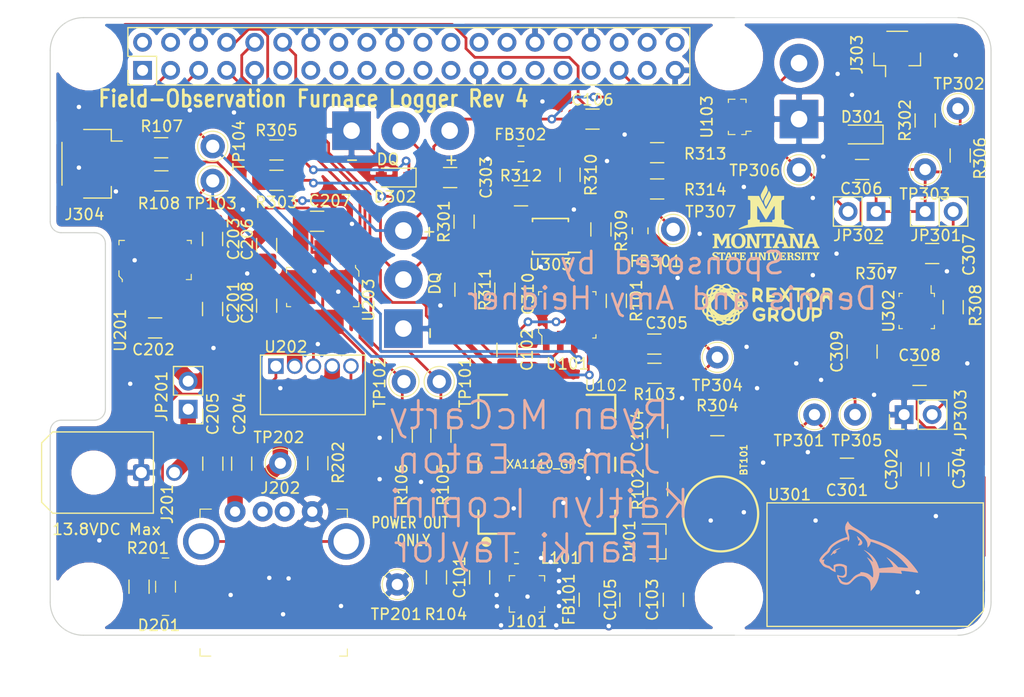
<source format=kicad_pcb>
(kicad_pcb (version 20171130) (host pcbnew "(5.1.4)-1")

  (general
    (thickness 1.6)
    (drawings 41)
    (tracks 639)
    (zones 0)
    (modules 99)
    (nets 48)
  )

  (page USLetter)
  (title_block
    (title "Furnace Logger PCB")
    (date 2019-10-07)
    (rev 3)
    (company "Montana State University Capstone")
  )

  (layers
    (0 F.Cu signal)
    (31 B.Cu signal)
    (32 B.Adhes user)
    (33 F.Adhes user)
    (34 B.Paste user)
    (35 F.Paste user)
    (36 B.SilkS user)
    (37 F.SilkS user)
    (38 B.Mask user)
    (39 F.Mask user)
    (40 Dwgs.User user hide)
    (41 Cmts.User user)
    (42 Eco1.User user)
    (43 Eco2.User user)
    (44 Edge.Cuts user)
    (45 Margin user)
    (46 B.CrtYd user)
    (47 F.CrtYd user)
    (48 B.Fab user)
    (49 F.Fab user hide)
  )

  (setup
    (last_trace_width 0.25)
    (user_trace_width 0.25)
    (user_trace_width 1.4)
    (trace_clearance 0.2)
    (zone_clearance 0.508)
    (zone_45_only no)
    (trace_min 0.25)
    (via_size 0.8)
    (via_drill 0.4)
    (via_min_size 0.4)
    (via_min_drill 0.3)
    (uvia_size 0.3)
    (uvia_drill 0.1)
    (uvias_allowed no)
    (uvia_min_size 0.2)
    (uvia_min_drill 0.1)
    (edge_width 0.05)
    (segment_width 0.2)
    (pcb_text_width 0.3)
    (pcb_text_size 1.5 1.5)
    (mod_edge_width 0.12)
    (mod_text_size 1 1)
    (mod_text_width 0.15)
    (pad_size 1.55 1.55)
    (pad_drill 1)
    (pad_to_mask_clearance 0.051)
    (solder_mask_min_width 0.25)
    (aux_axis_origin 0 0)
    (visible_elements 7FFFFFFF)
    (pcbplotparams
      (layerselection 0x010fc_ffffffff)
      (usegerberextensions true)
      (usegerberattributes false)
      (usegerberadvancedattributes false)
      (creategerberjobfile false)
      (excludeedgelayer true)
      (linewidth 0.100000)
      (plotframeref false)
      (viasonmask false)
      (mode 1)
      (useauxorigin false)
      (hpglpennumber 1)
      (hpglpenspeed 20)
      (hpglpendiameter 15.000000)
      (psnegative false)
      (psa4output false)
      (plotreference true)
      (plotvalue true)
      (plotinvisibletext false)
      (padsonsilk false)
      (subtractmaskfromsilk false)
      (outputformat 1)
      (mirror false)
      (drillshape 0)
      (scaleselection 1)
      (outputdirectory "Gerbers/"))
  )

  (net 0 "")
  (net 1 +3V3)
  (net 2 GND)
  (net 3 "Net-(C102-Pad1)")
  (net 4 "Net-(C103-Pad1)")
  (net 5 PWR)
  (net 6 +5V)
  (net 7 "Net-(C204-Pad1)")
  (net 8 "Net-(C301-Pad1)")
  (net 9 "Net-(C302-Pad1)")
  (net 10 AIN1)
  (net 11 "Net-(C306-Pad1)")
  (net 12 "Net-(C307-Pad2)")
  (net 13 "Net-(C307-Pad1)")
  (net 14 AIN0)
  (net 15 "Net-(C310-Pad2)")
  (net 16 "Net-(D101-Pad1)")
  (net 17 "Net-(D201-Pad1)")
  (net 18 "Net-(D301-Pad1)")
  (net 19 "Net-(D302-Pad1)")
  (net 20 "Net-(FB301-Pad1)")
  (net 21 "Net-(J101-Pad2)")
  (net 22 "Net-(J102-Pad2)")
  (net 23 SDA)
  (net 24 SCL)
  (net 25 TX)
  (net 26 RX)
  (net 27 PPS)
  (net 28 STATE_CNHG)
  (net 29 DQ)
  (net 30 "Net-(J201-Pad2)")
  (net 31 "Net-(J202-PadSH)")
  (net 32 "Net-(J301-Pad2)")
  (net 33 "Net-(J303-Pad2)")
  (net 34 "Net-(JP303-Pad2)")
  (net 35 "Net-(R103-Pad1)")
  (net 36 "Net-(R104-Pad2)")
  (net 37 "Net-(R105-Pad2)")
  (net 38 "Net-(R106-Pad2)")
  (net 39 "Net-(R202-Pad1)")
  (net 40 "Net-(R307-Pad1)")
  (net 41 "Net-(R309-Pad1)")
  (net 42 "Net-(R310-Pad2)")
  (net 43 SCL_5V)
  (net 44 SDA_5V)
  (net 45 "Net-(BT101-Pad1)")
  (net 46 AIN2)
  (net 47 "Net-(TP307-Pad1)")

  (net_class Default "This is the default net class."
    (clearance 0.2)
    (trace_width 0.25)
    (via_dia 0.8)
    (via_drill 0.4)
    (uvia_dia 0.3)
    (uvia_drill 0.1)
    (diff_pair_width 0.25)
    (diff_pair_gap 0.25)
    (add_net AIN0)
    (add_net AIN1)
    (add_net AIN2)
    (add_net DQ)
    (add_net GND)
    (add_net "Net-(BT101-Pad1)")
    (add_net "Net-(C102-Pad1)")
    (add_net "Net-(C103-Pad1)")
    (add_net "Net-(C204-Pad1)")
    (add_net "Net-(C301-Pad1)")
    (add_net "Net-(C302-Pad1)")
    (add_net "Net-(C306-Pad1)")
    (add_net "Net-(C307-Pad1)")
    (add_net "Net-(C307-Pad2)")
    (add_net "Net-(C310-Pad2)")
    (add_net "Net-(D101-Pad1)")
    (add_net "Net-(D201-Pad1)")
    (add_net "Net-(D301-Pad1)")
    (add_net "Net-(D302-Pad1)")
    (add_net "Net-(FB301-Pad1)")
    (add_net "Net-(J101-Pad2)")
    (add_net "Net-(J102-Pad2)")
    (add_net "Net-(J201-Pad2)")
    (add_net "Net-(J202-PadSH)")
    (add_net "Net-(J301-Pad2)")
    (add_net "Net-(J303-Pad2)")
    (add_net "Net-(JP303-Pad2)")
    (add_net "Net-(R103-Pad1)")
    (add_net "Net-(R104-Pad2)")
    (add_net "Net-(R105-Pad2)")
    (add_net "Net-(R106-Pad2)")
    (add_net "Net-(R202-Pad1)")
    (add_net "Net-(R307-Pad1)")
    (add_net "Net-(R309-Pad1)")
    (add_net "Net-(R310-Pad2)")
    (add_net "Net-(TP307-Pad1)")
    (add_net PPS)
    (add_net RX)
    (add_net SCL)
    (add_net SCL_5V)
    (add_net SDA)
    (add_net SDA_5V)
    (add_net STATE_CNHG)
    (add_net TX)
  )

  (net_class 5/3V ""
    (clearance 0.2)
    (trace_width 0.25)
    (via_dia 0.8)
    (via_drill 0.4)
    (uvia_dia 0.3)
    (uvia_drill 0.1)
    (diff_pair_width 0.3)
    (diff_pair_gap 0.25)
    (add_net +3V3)
    (add_net +5V)
  )

  (net_class PWR ""
    (clearance 0.2)
    (trace_width 1.4)
    (via_dia 0.8)
    (via_drill 0.4)
    (uvia_dia 0.3)
    (uvia_drill 0.1)
    (diff_pair_width 0.25)
    (diff_pair_gap 0.25)
    (add_net PWR)
  )

  (module Logos:BobcatLogo (layer B.Cu) (tedit 0) (tstamp 5DD5C083)
    (at 172 111.25 180)
    (fp_text reference G*** (at 0 0) (layer B.SilkS) hide
      (effects (font (size 1.524 1.524) (thickness 0.3)) (justify mirror))
    )
    (fp_text value LOGO (at 0.75 0) (layer B.SilkS) hide
      (effects (font (size 1.524 1.524) (thickness 0.3)) (justify mirror))
    )
    (fp_poly (pts (xy 0.743293 1.800599) (xy 0.714881 1.732143) (xy 0.698019 1.697684) (xy 0.65812 1.602015)
      (xy 0.636356 1.515967) (xy 0.635 1.497525) (xy 0.629163 1.445639) (xy 0.6038 1.447922)
      (xy 0.586607 1.461137) (xy 0.537927 1.489309) (xy 0.513775 1.461975) (xy 0.507256 1.42875)
      (xy 0.50812 1.301792) (xy 0.555077 1.181231) (xy 0.584665 1.134138) (xy 0.627569 1.061377)
      (xy 0.645014 1.011675) (xy 0.642874 1.002708) (xy 0.59112 0.98718) (xy 0.507323 0.992798)
      (xy 0.422538 1.016305) (xy 0.354229 1.063308) (xy 0.298881 1.126857) (xy 0.26292 1.224328)
      (xy 0.278921 1.332516) (xy 0.348786 1.455773) (xy 0.47442 1.598455) (xy 0.527425 1.649595)
      (xy 0.620762 1.734506) (xy 0.695538 1.798022) (xy 0.740822 1.831074) (xy 0.74894 1.833393)
      (xy 0.743293 1.800599)) (layer B.SilkS) (width 0.01))
    (fp_poly (pts (xy 2.311977 0.746874) (xy 2.423393 0.711249) (xy 2.449244 0.702416) (xy 2.653786 0.623349)
      (xy 2.801457 0.545332) (xy 2.898692 0.464459) (xy 2.939968 0.404501) (xy 2.996054 0.306891)
      (xy 3.063041 0.206819) (xy 3.069239 0.198438) (xy 3.114986 0.135363) (xy 3.136931 0.101132)
      (xy 3.136928 0.098934) (xy 3.102206 0.109116) (xy 3.074245 0.116668) (xy 3.018481 0.152318)
      (xy 2.970413 0.208102) (xy 2.927523 0.259847) (xy 2.886379 0.26218) (xy 2.857739 0.246782)
      (xy 2.813915 0.229219) (xy 2.769244 0.243109) (xy 2.705641 0.295716) (xy 2.683759 0.316644)
      (xy 2.605158 0.398597) (xy 2.576217 0.445375) (xy 2.595926 0.460078) (xy 2.6395 0.452588)
      (xy 2.696041 0.445819) (xy 2.703596 0.465002) (xy 2.668119 0.504247) (xy 2.595564 0.557663)
      (xy 2.491882 0.619358) (xy 2.447148 0.642938) (xy 2.326255 0.706625) (xy 2.263421 0.744931)
      (xy 2.258657 0.758224) (xy 2.311977 0.746874)) (layer B.SilkS) (width 0.01))
    (fp_poly (pts (xy 1.625398 3.108699) (xy 1.7495 2.908321) (xy 1.812997 2.689684) (xy 1.815915 2.452499)
      (xy 1.75828 2.19648) (xy 1.718882 2.090211) (xy 1.672566 1.971692) (xy 1.63771 1.872279)
      (xy 1.620226 1.80918) (xy 1.61925 1.800293) (xy 1.649328 1.762054) (xy 1.733046 1.726075)
      (xy 1.768491 1.716209) (xy 2.039608 1.632207) (xy 2.310003 1.519494) (xy 2.570253 1.384307)
      (xy 2.810933 1.232883) (xy 3.02262 1.07146) (xy 3.195888 0.906273) (xy 3.321313 0.743561)
      (xy 3.365736 0.659145) (xy 3.417413 0.557921) (xy 3.473122 0.476996) (xy 3.504726 0.446116)
      (xy 3.609117 0.363339) (xy 3.73138 0.249582) (xy 3.855914 0.121181) (xy 3.967115 -0.005531)
      (xy 4.049385 -0.114217) (xy 4.067256 -0.142875) (xy 4.129655 -0.263262) (xy 4.153152 -0.352207)
      (xy 4.137974 -0.428278) (xy 4.084349 -0.510043) (xy 4.071937 -0.525231) (xy 3.997205 -0.620666)
      (xy 3.918372 -0.729346) (xy 3.898507 -0.758355) (xy 3.771891 -0.89188) (xy 3.601447 -0.988072)
      (xy 3.426567 -1.035946) (xy 3.271584 -1.092433) (xy 3.169955 -1.167209) (xy 3.105116 -1.215619)
      (xy 3.013228 -1.272143) (xy 2.909719 -1.328866) (xy 2.810015 -1.377871) (xy 2.729544 -1.411241)
      (xy 2.683734 -1.42106) (xy 2.679489 -1.418887) (xy 2.681329 -1.387006) (xy 2.690736 -1.30889)
      (xy 2.705705 -1.201082) (xy 2.706597 -1.194981) (xy 2.722535 -1.069571) (xy 2.717974 -0.99134)
      (xy 2.682138 -0.944777) (xy 2.604251 -0.91437) (xy 2.494054 -0.88902) (xy 2.302154 -0.870146)
      (xy 2.120336 -0.893462) (xy 1.978058 -0.951328) (xy 1.924362 -0.993103) (xy 1.888713 -1.050816)
      (xy 1.861863 -1.143104) (xy 1.847777 -1.213813) (xy 1.821405 -1.37315) (xy 1.812574 -1.485768)
      (xy 1.823003 -1.566445) (xy 1.854408 -1.629959) (xy 1.902557 -1.685192) (xy 1.979013 -1.747268)
      (xy 2.061969 -1.773805) (xy 2.141702 -1.778) (xy 2.261478 -1.766971) (xy 2.377267 -1.739567)
      (xy 2.402022 -1.730375) (xy 2.478831 -1.699857) (xy 2.527143 -1.683581) (xy 2.532131 -1.68275)
      (xy 2.544433 -1.709531) (xy 2.539865 -1.7771) (xy 2.522493 -1.866296) (xy 2.496382 -1.957955)
      (xy 2.465597 -2.032917) (xy 2.453606 -2.052912) (xy 2.401932 -2.144584) (xy 2.36872 -2.233143)
      (xy 2.310584 -2.346043) (xy 2.20173 -2.442714) (xy 2.054193 -2.516648) (xy 1.880008 -2.561335)
      (xy 1.742661 -2.57175) (xy 1.632069 -2.566466) (xy 1.538438 -2.545852) (xy 1.449441 -2.50276)
      (xy 1.352751 -2.430043) (xy 1.236043 -2.320553) (xy 1.139491 -2.222002) (xy 0.961634 -2.048514)
      (xy 0.805215 -1.923542) (xy 0.659212 -1.841029) (xy 0.512599 -1.794917) (xy 0.354353 -1.779147)
      (xy 0.333375 -1.779007) (xy 0.121145 -1.804142) (xy -0.061425 -1.882079) (xy -0.226459 -2.018023)
      (xy -0.228621 -2.020277) (xy -0.340805 -2.155443) (xy -0.417873 -2.296311) (xy -0.465006 -2.458303)
      (xy -0.487381 -2.65684) (xy -0.491084 -2.801865) (xy -0.491844 -2.940473) (xy -0.493099 -3.052013)
      (xy -0.49466 -3.123515) (xy -0.496019 -3.143177) (xy -0.517691 -3.121916) (xy -0.5702 -3.066507)
      (xy -0.631566 -3.000423) (xy -0.863688 -2.706236) (xy -1.050176 -2.380778) (xy -1.185768 -2.035687)
      (xy -1.265201 -1.682597) (xy -1.277746 -1.571625) (xy -1.285875 -1.476375) (xy -1.93675 -1.482616)
      (xy -2.174698 -1.487378) (xy -2.415656 -1.496609) (xy -2.641944 -1.509351) (xy -2.835876 -1.524649)
      (xy -2.950869 -1.537414) (xy -3.094934 -1.555641) (xy -3.213984 -1.568751) (xy -3.295126 -1.575457)
      (xy -3.325292 -1.574791) (xy -3.320079 -1.542085) (xy -3.29341 -1.474138) (xy -3.281796 -1.448954)
      (xy -3.252114 -1.37182) (xy -3.245162 -1.320119) (xy -3.248438 -1.312978) (xy -3.286496 -1.308858)
      (xy -3.376597 -1.312578) (xy -3.50793 -1.322963) (xy -3.66968 -1.338842) (xy -3.851035 -1.35904)
      (xy -4.041181 -1.382384) (xy -4.229307 -1.4077) (xy -4.404597 -1.433815) (xy -4.488365 -1.447538)
      (xy -4.61481 -1.466952) (xy -4.716022 -1.478513) (xy -4.776916 -1.480679) (xy -4.787279 -1.478054)
      (xy -4.781457 -1.441271) (xy -4.739192 -1.364609) (xy -4.666302 -1.255583) (xy -4.568608 -1.121709)
      (xy -4.499196 -1.031757) (xy -3.893709 -1.031757) (xy -3.892742 -1.039091) (xy -3.857284 -1.04202)
      (xy -3.770346 -1.039589) (xy -3.643669 -1.032384) (xy -3.488995 -1.02099) (xy -3.427998 -1.015914)
      (xy -2.978606 -0.977384) (xy -2.73883 -0.726413) (xy -2.486487 -0.485704) (xy -2.210366 -0.262839)
      (xy -1.984375 -0.108444) (xy -1.951514 -0.09373) (xy -1.960536 -0.117327) (xy -2.012807 -0.181308)
      (xy -2.085569 -0.261756) (xy -2.176416 -0.367777) (xy -2.272267 -0.492342) (xy -2.364699 -0.622865)
      (xy -2.445289 -0.746759) (xy -2.505614 -0.851437) (xy -2.537251 -0.924312) (xy -2.540001 -0.940852)
      (xy -2.509707 -0.955048) (xy -2.424488 -0.971299) (xy -2.292833 -0.988397) (xy -2.123232 -1.005135)
      (xy -2.039938 -1.011985) (xy -1.855175 -1.026761) (xy -1.680776 -1.041475) (xy -1.532033 -1.05478)
      (xy -1.424234 -1.065334) (xy -1.392407 -1.068918) (xy -1.244938 -1.087004) (xy -1.191326 -0.902586)
      (xy -1.056714 -0.550974) (xy -0.86778 -0.228818) (xy -0.628925 0.058597) (xy -0.344546 0.305986)
      (xy -0.019044 0.508063) (xy -0.015875 0.509694) (xy 0.076775 0.555928) (xy 0.117543 0.572194)
      (xy 0.110011 0.559436) (xy 0.079375 0.534855) (xy -0.091568 0.390739) (xy -0.260958 0.224017)
      (xy -0.410081 0.054216) (xy -0.504886 -0.074807) (xy -0.578631 -0.194787) (xy -0.64204 -0.310077)
      (xy -0.689394 -0.408675) (xy -0.714972 -0.478576) (xy -0.713055 -0.507778) (xy -0.711316 -0.508)
      (xy -0.679684 -0.488204) (xy -0.615096 -0.436126) (xy -0.531096 -0.362725) (xy -0.524966 -0.357187)
      (xy -0.42412 -0.270741) (xy -0.325566 -0.194195) (xy -0.257001 -0.148086) (xy -0.155599 -0.089798)
      (xy -0.283539 -0.258835) (xy -0.465171 -0.544635) (xy -0.603649 -0.859344) (xy -0.693537 -1.187207)
      (xy -0.729404 -1.512469) (xy -0.729817 -1.552891) (xy -0.727099 -1.680403) (xy -0.720345 -1.79097)
      (xy -0.710961 -1.862351) (xy -0.710008 -1.866197) (xy -0.697188 -1.900981) (xy -0.676473 -1.908498)
      (xy -0.636889 -1.883776) (xy -0.567466 -1.821847) (xy -0.526037 -1.782852) (xy -0.388263 -1.662395)
      (xy -0.262476 -1.579738) (xy -0.123474 -1.521213) (xy 0.038113 -1.476842) (xy 0.160777 -1.452187)
      (xy 0.276137 -1.436245) (xy 0.372216 -1.429532) (xy 0.437039 -1.432565) (xy 0.458632 -1.445862)
      (xy 0.445419 -1.459259) (xy 0.41782 -1.484467) (xy 0.425544 -1.510082) (xy 0.476004 -1.542273)
      (xy 0.576613 -1.587211) (xy 0.621093 -1.605488) (xy 0.849725 -1.718358) (xy 1.037239 -1.85927)
      (xy 1.203374 -2.042244) (xy 1.343439 -2.196543) (xy 1.48708 -2.307999) (xy 1.624726 -2.370095)
      (xy 1.700799 -2.380949) (xy 1.78874 -2.371901) (xy 1.902822 -2.348554) (xy 1.962191 -2.332556)
      (xy 2.085511 -2.282554) (xy 2.157209 -2.223142) (xy 2.163036 -2.213494) (xy 2.206244 -2.147788)
      (xy 2.273056 -2.062651) (xy 2.306457 -2.023971) (xy 2.380666 -1.931471) (xy 2.412449 -1.869097)
      (xy 2.39931 -1.842171) (xy 2.391978 -1.8415) (xy 2.352298 -1.850353) (xy 2.272319 -1.873157)
      (xy 2.202734 -1.894527) (xy 2.089014 -1.924738) (xy 2.00265 -1.92978) (xy 1.913422 -1.911266)
      (xy 1.909761 -1.910177) (xy 1.820319 -1.875947) (xy 1.755655 -1.828471) (xy 1.71191 -1.757891)
      (xy 1.685222 -1.654346) (xy 1.67173 -1.507974) (xy 1.667573 -1.308917) (xy 1.66753 -1.291543)
      (xy 1.666875 -0.884461) (xy 1.762125 -0.826038) (xy 1.948035 -0.740803) (xy 2.160366 -0.689999)
      (xy 2.379615 -0.675162) (xy 2.58628 -0.697823) (xy 2.740405 -0.74911) (xy 2.861435 -0.807387)
      (xy 2.85487 -0.999006) (xy 2.85536 -1.108531) (xy 2.87017 -1.167104) (xy 2.905423 -1.17514)
      (xy 2.967241 -1.133053) (xy 3.061744 -1.041257) (xy 3.08724 -1.014735) (xy 3.177084 -0.930612)
      (xy 3.256077 -0.874465) (xy 3.303604 -0.85725) (xy 3.402279 -0.83952) (xy 3.517405 -0.794093)
      (xy 3.626586 -0.732616) (xy 3.707426 -0.666733) (xy 3.730476 -0.635287) (xy 3.757998 -0.519796)
      (xy 3.733729 -0.402897) (xy 3.705639 -0.35642) (xy 3.686454 -0.31019) (xy 3.718782 -0.293229)
      (xy 3.796489 -0.30818) (xy 3.808379 -0.312177) (xy 3.8765 -0.330417) (xy 3.902942 -0.318657)
      (xy 3.90525 -0.302883) (xy 3.883651 -0.249372) (xy 3.825908 -0.165189) (xy 3.7426 -0.062668)
      (xy 3.644306 0.045862) (xy 3.541605 0.148068) (xy 3.44999 0.227763) (xy 3.340669 0.317902)
      (xy 3.269577 0.389955) (xy 3.222742 0.461987) (xy 3.186188 0.552065) (xy 3.176363 0.581534)
      (xy 3.1082 0.707736) (xy 2.987137 0.843784) (xy 2.821817 0.98388) (xy 2.620883 1.122226)
      (xy 2.39298 1.253026) (xy 2.14675 1.370482) (xy 1.890836 1.468796) (xy 1.818954 1.492002)
      (xy 1.710523 1.521445) (xy 1.625026 1.537244) (xy 1.581312 1.536051) (xy 1.562828 1.493906)
      (xy 1.563342 1.423166) (xy 1.570495 1.359932) (xy 1.557372 1.352437) (xy 1.515269 1.39162)
      (xy 1.454693 1.494866) (xy 1.434865 1.643474) (xy 1.455773 1.838614) (xy 1.507976 2.050158)
      (xy 1.551745 2.211054) (xy 1.569694 2.321829) (xy 1.559186 2.391482) (xy 1.517584 2.429011)
      (xy 1.442251 2.443411) (xy 1.392319 2.44475) (xy 1.210071 2.419493) (xy 1.004063 2.348814)
      (xy 0.785412 2.240357) (xy 0.565238 2.101765) (xy 0.354659 1.94068) (xy 0.164792 1.764743)
      (xy 0.006757 1.581599) (xy -0.096828 1.421148) (xy -0.15801 1.294989) (xy -0.1907 1.188424)
      (xy -0.203306 1.06937) (xy -0.204618 1.009746) (xy -0.206375 0.797116) (xy -0.292223 0.879345)
      (xy -0.387211 0.996775) (xy -0.452676 1.13005) (xy -0.47625 1.250986) (xy -0.478392 1.298759)
      (xy -0.492797 1.323569) (xy -0.531435 1.326179) (xy -0.606276 1.307347) (xy -0.72929 1.267835)
      (xy -0.731257 1.267189) (xy -1.329174 1.038709) (xy -1.893181 0.756732) (xy -2.424544 0.420481)
      (xy -2.924525 0.029182) (xy -3.269991 -0.291245) (xy -3.387095 -0.411546) (xy -3.507009 -0.541592)
      (xy -3.622446 -0.672634) (xy -3.726121 -0.795921) (xy -3.810748 -0.902704) (xy -3.869039 -0.984232)
      (xy -3.893709 -1.031757) (xy -4.499196 -1.031757) (xy -4.451928 -0.970502) (xy -4.322081 -0.809475)
      (xy -4.184887 -0.646145) (xy -4.046165 -0.488026) (xy -3.911734 -0.342634) (xy -3.892799 -0.322906)
      (xy -3.522611 0.024357) (xy -3.098828 0.35645) (xy -2.630771 0.666766) (xy -2.127767 0.948696)
      (xy -2.027013 0.999499) (xy -1.810866 1.100724) (xy -1.571356 1.203041) (xy -1.322604 1.301234)
      (xy -1.078731 1.390087) (xy -0.853859 1.464382) (xy -0.66211 1.518904) (xy -0.558818 1.541844)
      (xy -0.486693 1.564061) (xy -0.410899 1.609338) (xy -0.318989 1.686653) (xy -0.209269 1.794033)
      (xy 0.034037 2.011421) (xy 0.335002 2.227091) (xy 0.696071 2.442728) (xy 0.846894 2.52363)
      (xy 1.082247 2.660043) (xy 1.275472 2.800181) (xy 1.41985 2.93851) (xy 1.507864 3.06781)
      (xy 1.563603 3.185273) (xy 1.625398 3.108699)) (layer B.SilkS) (width 0.01))
  )

  (module FurnaceLogger:LDO03C-005W05-VJ (layer F.Cu) (tedit 5DD58625) (tstamp 5D9C5035)
    (at 122 94 180)
    (path /5DD84211/5DDCB194)
    (fp_text reference U202 (at 2.5 1.75) (layer F.SilkS)
      (effects (font (size 1 1) (thickness 0.15)))
    )
    (fp_text value LDO03C-005W05-VJ (at 0 -6.8) (layer F.Fab)
      (effects (font (size 1 1) (thickness 0.15)))
    )
    (fp_line (start 4.8 1) (end -4.7 1) (layer F.Fab) (width 0.12))
    (fp_line (start 4.8 -4.4) (end 4.8 1) (layer F.Fab) (width 0.12))
    (fp_line (start -4.7 -4.4) (end 4.8 -4.4) (layer F.Fab) (width 0.12))
    (fp_line (start -4.7 1) (end -4.7 -4.4) (layer F.Fab) (width 0.12))
    (fp_line (start 4.8 1) (end 4.8 -4.4) (layer F.SilkS) (width 0.12))
    (fp_line (start 4.8 -4.4) (end -4.7 -4.4) (layer F.SilkS) (width 0.12))
    (fp_line (start -4.7 -4.4) (end -4.7 1) (layer F.SilkS) (width 0.12))
    (fp_line (start -4.7 1) (end 4.8 1) (layer F.SilkS) (width 0.12))
    (fp_line (start -4.7 -4.4) (end 4.8 -4.4) (layer F.CrtYd) (width 0.12))
    (fp_line (start -4.7 1) (end -4.7 -4.4) (layer F.CrtYd) (width 0.12))
    (fp_line (start 4.8 1) (end 4.8 -4.4) (layer F.CrtYd) (width 0.12))
    (fp_line (start 0.1 1) (end -4.7 1) (layer F.CrtYd) (width 0.12))
    (fp_line (start 0 1) (end 4.8 1) (layer F.CrtYd) (width 0.12))
    (pad 3 thru_hole circle (at 0 0 180) (size 1.4 1.4) (drill 1) (layers *.Cu *.Mask)
      (net 2 GND))
    (pad 2 thru_hole circle (at 1.7 0 180) (size 1.4 1.4) (drill 1) (layers *.Cu *.Mask)
      (net 5 PWR))
    (pad 1 thru_hole rect (at 3.4 0 180) (size 1.4 1.4) (drill 1) (layers *.Cu *.Mask)
      (net 6 +5V))
    (pad 4 thru_hole circle (at -1.7 0 180) (size 1.4 1.4) (drill 1) (layers *.Cu *.Mask)
      (net 7 "Net-(C204-Pad1)"))
    (pad 5 thru_hole circle (at -3.4 0 180) (size 1.4 1.4) (drill 1) (layers *.Cu *.Mask)
      (net 39 "Net-(R202-Pad1)"))
    (model ${KISYS3DMOD}/Converter_DCDC.3dshapes/Converter_DCDC_muRata_OKI-78SR_Vertical.wrl
      (offset (xyz -3 0 0))
      (scale (xyz 1 1 1))
      (rotate (xyz 0 0 0))
    )
  )

  (module Logos:MSU (layer F.Cu) (tedit 0) (tstamp 5DD4FB34)
    (at 163 81)
    (fp_text reference G*** (at 0 0) (layer F.SilkS) hide
      (effects (font (size 1.524 1.524) (thickness 0.3)))
    )
    (fp_text value LOGO (at 0.75 0) (layer F.SilkS) hide
      (effects (font (size 1.524 1.524) (thickness 0.3)))
    )
    (fp_poly (pts (xy 0.004396 -3.395338) (xy 0.016957 -3.376914) (xy 0.033348 -3.348909) (xy 0.051987 -3.314244)
      (xy 0.071291 -3.27584) (xy 0.089676 -3.236616) (xy 0.102289 -3.207502) (xy 0.11771 -3.166315)
      (xy 0.132999 -3.119027) (xy 0.144393 -3.077633) (xy 0.15297 -3.038404) (xy 0.158574 -3.001691)
      (xy 0.160707 -2.965986) (xy 0.158868 -2.929785) (xy 0.152559 -2.891581) (xy 0.141279 -2.849869)
      (xy 0.12453 -2.803144) (xy 0.101811 -2.749899) (xy 0.072624 -2.688629) (xy 0.036469 -2.617829)
      (xy -0.007154 -2.535992) (xy -0.058743 -2.441613) (xy -0.078377 -2.406057) (xy -0.128334 -2.313127)
      (xy -0.170385 -2.229366) (xy -0.204047 -2.155843) (xy -0.228835 -2.093631) (xy -0.244267 -2.043798)
      (xy -0.246464 -2.034089) (xy -0.253482 -2.006838) (xy -0.261054 -1.987743) (xy -0.267043 -1.981199)
      (xy -0.274624 -1.988205) (xy -0.28822 -2.007301) (xy -0.305933 -2.035607) (xy -0.325867 -2.070242)
      (xy -0.326732 -2.071807) (xy -0.368468 -2.149647) (xy -0.40118 -2.216287) (xy -0.425751 -2.27426)
      (xy -0.443063 -2.326098) (xy -0.454001 -2.374335) (xy -0.459447 -2.421503) (xy -0.460465 -2.455333)
      (xy -0.457627 -2.512043) (xy -0.44837 -2.560824) (xy -0.441802 -2.582333) (xy -0.434875 -2.598552)
      (xy -0.421118 -2.627107) (xy -0.401426 -2.666329) (xy -0.376695 -2.714546) (xy -0.347821 -2.770089)
      (xy -0.3157 -2.831287) (xy -0.281226 -2.89647) (xy -0.245295 -2.963967) (xy -0.208803 -3.032107)
      (xy -0.172646 -3.099221) (xy -0.137719 -3.163637) (xy -0.104918 -3.223686) (xy -0.075137 -3.277697)
      (xy -0.049274 -3.323999) (xy -0.028222 -3.360923) (xy -0.012879 -3.386797) (xy -0.004139 -3.399951)
      (xy -0.002752 -3.401262) (xy 0.004396 -3.395338)) (layer F.SilkS) (width 0.01))
    (fp_poly (pts (xy 0.27502 -2.879978) (xy 0.289418 -2.860311) (xy 0.308174 -2.830828) (xy 0.329745 -2.794223)
      (xy 0.352585 -2.753192) (xy 0.375152 -2.710431) (xy 0.395899 -2.668635) (xy 0.412432 -2.632478)
      (xy 0.445158 -2.539963) (xy 0.461512 -2.451623) (xy 0.461503 -2.36735) (xy 0.445142 -2.287036)
      (xy 0.444681 -2.285571) (xy 0.437862 -2.269201) (xy 0.424134 -2.240515) (xy 0.4044 -2.201183)
      (xy 0.379564 -2.152875) (xy 0.350529 -2.097262) (xy 0.318197 -2.036014) (xy 0.283472 -1.9708)
      (xy 0.247257 -1.903292) (xy 0.210455 -1.835158) (xy 0.17397 -1.76807) (xy 0.138705 -1.703697)
      (xy 0.105563 -1.64371) (xy 0.075446 -1.589778) (xy 0.049259 -1.543572) (xy 0.027904 -1.506763)
      (xy 0.012285 -1.481019) (xy 0.003305 -1.468011) (xy 0.001887 -1.466773) (xy -0.005903 -1.472819)
      (xy -0.019545 -1.493184) (xy -0.038289 -1.526592) (xy -0.061381 -1.571771) (xy -0.067694 -1.584649)
      (xy -0.105227 -1.666918) (xy -0.132483 -1.739008) (xy -0.150244 -1.803568) (xy -0.15929 -1.863243)
      (xy -0.160867 -1.900342) (xy -0.160181 -1.932254) (xy -0.157647 -1.962276) (xy -0.152551 -1.9922)
      (xy -0.144179 -2.023821) (xy -0.131818 -2.058931) (xy -0.114755 -2.099323) (xy -0.092275 -2.146792)
      (xy -0.063665 -2.20313) (xy -0.028211 -2.270131) (xy 0.014801 -2.349588) (xy 0.026303 -2.370666)
      (xy 0.075124 -2.460604) (xy 0.116123 -2.537531) (xy 0.150045 -2.603042) (xy 0.177634 -2.658736)
      (xy 0.199632 -2.706207) (xy 0.216785 -2.747052) (xy 0.229835 -2.782868) (xy 0.239526 -2.815251)
      (xy 0.24579 -2.841803) (xy 0.253524 -2.869508) (xy 0.26217 -2.884957) (xy 0.266526 -2.887133)
      (xy 0.27502 -2.879978)) (layer F.SilkS) (width 0.01))
    (fp_poly (pts (xy -1.129051 -2.436351) (xy -0.632502 -2.434166) (xy -0.321229 -1.837266) (xy -0.272418 -1.743916)
      (xy -0.225665 -1.654985) (xy -0.181583 -1.571609) (xy -0.140783 -1.494926) (xy -0.103879 -1.42607)
      (xy -0.071483 -1.366179) (xy -0.044208 -1.316387) (xy -0.022665 -1.277831) (xy -0.007468 -1.251646)
      (xy 0.000771 -1.23897) (xy 0.001893 -1.237936) (xy 0.016198 -1.241809) (xy 0.026845 -1.250636)
      (xy 0.03277 -1.260384) (xy 0.045905 -1.283966) (xy 0.065622 -1.320207) (xy 0.091296 -1.36793)
      (xy 0.1223 -1.425958) (xy 0.158007 -1.493116) (xy 0.197791 -1.568227) (xy 0.241026 -1.650115)
      (xy 0.287084 -1.737603) (xy 0.33534 -1.829515) (xy 0.347169 -1.852083) (xy 0.654388 -2.4384)
      (xy 1.642533 -2.4384) (xy 1.642533 -2.082799) (xy 1.58506 -2.0828) (xy 1.529557 -2.077964)
      (xy 1.486244 -2.062784) (xy 1.453184 -2.036248) (xy 1.430866 -2.002366) (xy 1.4097 -1.960033)
      (xy 1.407187 -1.227764) (xy 1.40681 -1.086224) (xy 1.406689 -0.956581) (xy 1.406818 -0.839432)
      (xy 1.407194 -0.735374) (xy 1.407811 -0.645007) (xy 1.408664 -0.568925) (xy 1.409751 -0.507729)
      (xy 1.411064 -0.462014) (xy 1.412601 -0.432378) (xy 1.413324 -0.424773) (xy 1.423413 -0.368387)
      (xy 1.439325 -0.326484) (xy 1.463127 -0.297034) (xy 1.496885 -0.27801) (xy 1.542668 -0.267381)
      (xy 1.576916 -0.264182) (xy 1.642533 -0.26029) (xy 1.642533 -0.053945) (xy 1.642649 0.011196)
      (xy 1.643078 0.061293) (xy 1.643934 0.098236) (xy 1.645337 0.123914) (xy 1.647402 0.140215)
      (xy 1.650248 0.149029) (xy 1.65399 0.152245) (xy 1.655332 0.1524) (xy 1.670063 0.155248)
      (xy 1.697999 0.163184) (xy 1.736513 0.175294) (xy 1.782976 0.190666) (xy 1.83476 0.208388)
      (xy 1.889236 0.227547) (xy 1.943775 0.247231) (xy 1.99575 0.266527) (xy 2.042531 0.284522)
      (xy 2.08149 0.300305) (xy 2.08212 0.30057) (xy 2.153547 0.33155) (xy 2.223088 0.363385)
      (xy 2.289048 0.395157) (xy 2.349728 0.425952) (xy 2.403432 0.454853) (xy 2.448463 0.480944)
      (xy 2.483122 0.50331) (xy 2.505713 0.521033) (xy 2.514538 0.533199) (xy 2.514599 0.533978)
      (xy 2.513283 0.545275) (xy 2.50802 0.553012) (xy 2.496836 0.557181) (xy 2.47776 0.55777)
      (xy 2.448819 0.554772) (xy 2.40804 0.548176) (xy 2.353452 0.537973) (xy 2.328333 0.533081)
      (xy 2.054734 0.484086) (xy 1.767728 0.441561) (xy 1.469635 0.405693) (xy 1.162774 0.376673)
      (xy 0.849464 0.354687) (xy 0.532025 0.339927) (xy 0.212775 0.33258) (xy -0.105966 0.332835)
      (xy -0.127 0.333125) (xy -0.251794 0.335184) (xy -0.363033 0.337591) (xy -0.464092 0.3405)
      (xy -0.558348 0.344065) (xy -0.649179 0.348442) (xy -0.739961 0.353785) (xy -0.83407 0.360248)
      (xy -0.934883 0.367987) (xy -0.994834 0.372878) (xy -1.327862 0.405171) (xy -1.648677 0.445876)
      (xy -1.959979 0.495384) (xy -2.264467 0.554087) (xy -2.308038 0.563348) (xy -2.353854 0.573145)
      (xy -2.39366 0.581553) (xy -2.424607 0.587977) (xy -2.443845 0.591825) (xy -2.448818 0.592667)
      (xy -2.45722 0.587006) (xy -2.463711 0.580075) (xy -2.470204 0.568235) (xy -2.468043 0.556231)
      (xy -2.455591 0.542202) (xy -2.431213 0.524286) (xy -2.39458 0.501405) (xy -2.310394 0.453825)
      (xy -2.213845 0.404407) (xy -2.109097 0.354993) (xy -2.000318 0.307422) (xy -1.891673 0.263536)
      (xy -1.787326 0.225176) (xy -1.71678 0.201881) (xy -1.625926 0.173567) (xy -1.625763 -0.04445)
      (xy -1.6256 -0.262466) (xy -1.576861 -0.262466) (xy -1.517052 -0.267931) (xy -1.469909 -0.284472)
      (xy -1.435106 -0.312303) (xy -1.412316 -0.351641) (xy -1.405253 -0.376019) (xy -1.403477 -0.391268)
      (xy -1.401955 -0.419623) (xy -1.400683 -0.461502) (xy -1.399659 -0.517319) (xy -1.398877 -0.587493)
      (xy -1.398336 -0.672438) (xy -1.398158 -0.731044) (xy -0.794825 -0.731044) (xy -0.794623 -0.637931)
      (xy -0.794074 -0.560034) (xy -0.793169 -0.49678) (xy -0.791902 -0.447598) (xy -0.790266 -0.411916)
      (xy -0.788254 -0.389161) (xy -0.78724 -0.383062) (xy -0.770364 -0.336179) (xy -0.742085 -0.301079)
      (xy -0.701899 -0.277424) (xy -0.649301 -0.264876) (xy -0.607484 -0.262513) (xy -0.5588 -0.262466)
      (xy -0.5588 -0.031679) (xy -0.510117 -0.036906) (xy -0.485659 -0.039141) (xy -0.448133 -0.042087)
      (xy -0.401375 -0.045464) (xy -0.349221 -0.048994) (xy -0.3048 -0.051826) (xy -0.261522 -0.053811)
      (xy -0.20556 -0.055307) (xy -0.139417 -0.056335) (xy -0.065597 -0.056914) (xy 0.013395 -0.057062)
      (xy 0.095056 -0.056799) (xy 0.176883 -0.056144) (xy 0.25637 -0.055115) (xy 0.331014 -0.053732)
      (xy 0.398312 -0.052014) (xy 0.455759 -0.04998) (xy 0.500851 -0.047648) (xy 0.52705 -0.045506)
      (xy 0.575733 -0.040236) (xy 0.575733 -0.262466) (xy 0.633206 -0.262466) (xy 0.691976 -0.268667)
      (xy 0.739482 -0.287005) (xy 0.77522 -0.317081) (xy 0.798686 -0.3585) (xy 0.808396 -0.400477)
      (xy 0.809273 -0.416659) (xy 0.810024 -0.448177) (xy 0.810641 -0.493433) (xy 0.811117 -0.550831)
      (xy 0.811443 -0.618774) (xy 0.811614 -0.695664) (xy 0.811621 -0.779904) (xy 0.811456 -0.869897)
      (xy 0.811113 -0.964046) (xy 0.811068 -0.973666) (xy 0.808566 -1.502833) (xy 0.783166 -1.505322)
      (xy 0.76003 -1.50363) (xy 0.743638 -1.496856) (xy 0.736826 -1.487604) (xy 0.721962 -1.464437)
      (xy 0.699484 -1.428089) (xy 0.669829 -1.379296) (xy 0.633433 -1.318796) (xy 0.590733 -1.247322)
      (xy 0.542167 -1.165612) (xy 0.488171 -1.074401) (xy 0.429182 -0.974425) (xy 0.365638 -0.866421)
      (xy 0.297974 -0.751123) (xy 0.226629 -0.629268) (xy 0.152039 -0.501592) (xy 0.115269 -0.438555)
      (xy 0.083062 -0.384168) (xy 0.057501 -0.343459) (xy 0.037334 -0.315128) (xy 0.021307 -0.297876)
      (xy 0.008167 -0.290402) (xy -0.003339 -0.291407) (xy -0.014465 -0.299591) (xy -0.016589 -0.301796)
      (xy -0.02411 -0.312555) (xy -0.039048 -0.336216) (xy -0.060345 -0.371023) (xy -0.086944 -0.415219)
      (xy -0.117787 -0.467047) (xy -0.151816 -0.524749) (xy -0.186593 -0.584199) (xy -0.264632 -0.717987)
      (xy -0.337816 -0.843172) (xy -0.405818 -0.959204) (xy -0.468311 -1.06553) (xy -0.524966 -1.161599)
      (xy -0.575457 -1.246859) (xy -0.619455 -1.320757) (xy -0.656633 -1.382743) (xy -0.686663 -1.432263)
      (xy -0.709218 -1.468767) (xy -0.723969 -1.491701) (xy -0.73058 -1.500509) (xy -0.745966 -1.504702)
      (xy -0.766234 -1.505039) (xy -0.791634 -1.502833) (xy -0.794209 -0.965199) (xy -0.794684 -0.839942)
      (xy -0.794825 -0.731044) (xy -1.398158 -0.731044) (xy -1.398031 -0.772571) (xy -1.39796 -0.888309)
      (xy -1.398119 -1.020068) (xy -1.398504 -1.168264) (xy -1.398602 -1.198033) (xy -1.399056 -1.330468)
      (xy -1.399486 -1.447033) (xy -1.399916 -1.548794) (xy -1.400374 -1.636815) (xy -1.400886 -1.712159)
      (xy -1.401478 -1.775892) (xy -1.402176 -1.829077) (xy -1.403006 -1.872779) (xy -1.403996 -1.908061)
      (xy -1.405171 -1.935989) (xy -1.406557 -1.957627) (xy -1.40818 -1.974038) (xy -1.410068 -1.986287)
      (xy -1.412245 -1.995439) (xy -1.414739 -2.002557) (xy -1.417576 -2.008706) (xy -1.418658 -2.010833)
      (xy -1.445821 -2.045981) (xy -1.485161 -2.069446) (xy -1.536738 -2.081255) (xy -1.568128 -2.082799)
      (xy -1.6256 -2.082799) (xy -1.6256 -2.438535) (xy -1.129051 -2.436351)) (layer F.SilkS) (width 0.01))
    (fp_poly (pts (xy 4.126091 1.00102) (xy 4.303753 1.003301) (xy 4.508345 1.538253) (xy 4.543521 1.629858)
      (xy 4.577461 1.717533) (xy 4.609605 1.799873) (xy 4.639392 1.875474) (xy 4.66626 1.942932)
      (xy 4.68965 2.000843) (xy 4.708999 2.047804) (xy 4.723747 2.082409) (xy 4.733334 2.103256)
      (xy 4.73594 2.107967) (xy 4.762233 2.139377) (xy 4.79261 2.162752) (xy 4.822533 2.174896)
      (xy 4.83235 2.175902) (xy 4.842183 2.177044) (xy 4.847883 2.182837) (xy 4.850569 2.196893)
      (xy 4.851362 2.222824) (xy 4.851401 2.237317) (xy 4.851402 2.298701) (xy 4.548717 2.297272)
      (xy 4.246033 2.295844) (xy 4.246033 2.238006) (xy 4.2464 2.207429) (xy 4.248414 2.189901)
      (xy 4.253444 2.181539) (xy 4.262856 2.17846) (xy 4.2672 2.177937) (xy 4.310408 2.172824)
      (xy 4.340376 2.167562) (xy 4.360776 2.161135) (xy 4.375278 2.152528) (xy 4.382563 2.146007)
      (xy 4.395417 2.128214) (xy 4.401533 2.105532) (xy 4.400812 2.075427) (xy 4.393159 2.035366)
      (xy 4.378475 1.982816) (xy 4.376019 1.974851) (xy 4.34903 1.888067) (xy 3.855205 1.888067)
      (xy 3.828369 1.976138) (xy 3.811844 2.035858) (xy 3.803499 2.082204) (xy 3.803935 2.116944)
      (xy 3.813751 2.141844) (xy 3.833548 2.158674) (xy 3.863925 2.169201) (xy 3.895623 2.174203)
      (xy 3.9497 2.180167) (xy 3.9497 2.296253) (xy 3.667106 2.297477) (xy 3.582199 2.297643)
      (xy 3.513393 2.297318) (xy 3.459862 2.296478) (xy 3.420778 2.2951) (xy 3.395316 2.293159)
      (xy 3.382649 2.290633) (xy 3.380899 2.289286) (xy 3.379352 2.276188) (xy 3.379112 2.252126)
      (xy 3.379859 2.230332) (xy 3.38177 2.202539) (xy 3.385496 2.187148) (xy 3.393559 2.17964)
      (xy 3.408479 2.175501) (xy 3.410723 2.175041) (xy 3.442338 2.161136) (xy 3.474504 2.133747)
      (xy 3.504014 2.095904) (xy 3.51588 2.075696) (xy 3.522598 2.061094) (xy 3.534945 2.032174)
      (xy 3.552338 1.99037) (xy 3.574194 1.937116) (xy 3.599931 1.873847) (xy 3.628966 1.801998)
      (xy 3.660716 1.723002) (xy 3.664963 1.712384) (xy 3.919887 1.712384) (xy 3.928 1.714249)
      (xy 3.950599 1.715897) (xy 3.985235 1.717244) (xy 4.02946 1.718203) (xy 4.080828 1.71869)
      (xy 4.1021 1.718734) (xy 4.155548 1.718453) (xy 4.202776 1.717666) (xy 4.241344 1.71646)
      (xy 4.26881 1.714919) (xy 4.282732 1.713128) (xy 4.283963 1.712384) (xy 4.281393 1.703025)
      (xy 4.274205 1.67961) (xy 4.263044 1.644174) (xy 4.248559 1.598757) (xy 4.231398 1.545393)
      (xy 4.212206 1.48612) (xy 4.205253 1.464734) (xy 4.182236 1.394469) (xy 4.163599 1.338778)
      (xy 4.148715 1.296056) (xy 4.136957 1.264701) (xy 4.127698 1.243109) (xy 4.120309 1.229677)
      (xy 4.114166 1.222802) (xy 4.109897 1.22097) (xy 4.104574 1.221771) (xy 4.098789 1.226802)
      (xy 4.091856 1.237663) (xy 4.08309 1.255954) (xy 4.071803 1.283276) (xy 4.057308 1.321229)
      (xy 4.03892 1.371413) (xy 4.015953 1.435428) (xy 4.006395 1.46227) (xy 3.984823 1.523146)
      (xy 3.965221 1.578879) (xy 3.94828 1.627471) (xy 3.934691 1.666924) (xy 3.925145 1.695241)
      (xy 3.920332 1.710424) (xy 3.919887 1.712384) (xy 3.664963 1.712384) (xy 3.694598 1.638294)
      (xy 3.73003 1.54931) (xy 3.742663 1.517486) (xy 3.948428 0.998739) (xy 4.126091 1.00102)) (layer F.SilkS) (width 0.01))
    (fp_poly (pts (xy 2.609022 1.043517) (xy 2.616642 1.059444) (xy 2.630682 1.089155) (xy 2.650408 1.131086)
      (xy 2.675089 1.183673) (xy 2.70399 1.245353) (xy 2.736379 1.314561) (xy 2.771522 1.389732)
      (xy 2.808687 1.469304) (xy 2.832238 1.519767) (xy 2.869784 1.600047) (xy 2.905426 1.675886)
      (xy 2.938486 1.745864) (xy 2.968282 1.80856) (xy 2.994137 1.862553) (xy 3.015371 1.906422)
      (xy 3.031304 1.938747) (xy 3.041256 1.958106) (xy 3.044273 1.963152) (xy 3.057398 1.97025)
      (xy 3.06412 1.969003) (xy 3.0665 1.959299) (xy 3.068515 1.934735) (xy 3.070173 1.89738)
      (xy 3.071479 1.849303) (xy 3.072438 1.792574) (xy 3.073057 1.729261) (xy 3.073342 1.661434)
      (xy 3.073297 1.591161) (xy 3.072929 1.520513) (xy 3.072243 1.451558) (xy 3.071246 1.386365)
      (xy 3.069943 1.327003) (xy 3.06834 1.275543) (xy 3.066442 1.234052) (xy 3.064256 1.2046)
      (xy 3.061948 1.189758) (xy 3.043213 1.154494) (xy 3.012547 1.130398) (xy 2.971664 1.118614)
      (xy 2.953614 1.117601) (xy 2.912533 1.117601) (xy 2.912533 0.999067) (xy 3.462866 0.999067)
      (xy 3.462866 1.117601) (xy 3.428728 1.117601) (xy 3.389258 1.122443) (xy 3.354843 1.135543)
      (xy 3.330509 1.154762) (xy 3.325964 1.161334) (xy 3.323606 1.168618) (xy 3.32152 1.182404)
      (xy 3.319676 1.203766) (xy 3.318045 1.233776) (xy 3.316599 1.27351) (xy 3.315309 1.324041)
      (xy 3.314147 1.386443) (xy 3.313083 1.461792) (xy 3.312089 1.551159) (xy 3.311136 1.65562)
      (xy 3.310466 1.739901) (xy 3.306233 2.298701) (xy 3.124072 2.300977) (xy 2.941912 2.303253)
      (xy 2.718192 1.84801) (xy 2.677765 1.765912) (xy 2.639321 1.688162) (xy 2.603545 1.616125)
      (xy 2.571123 1.551167) (xy 2.542739 1.49465) (xy 2.51908 1.44794) (xy 2.50083 1.4124)
      (xy 2.488673 1.389397) (xy 2.483369 1.38037) (xy 2.472918 1.372242) (xy 2.463173 1.378321)
      (xy 2.461324 1.38037) (xy 2.458596 1.386618) (xy 2.456439 1.399419) (xy 2.454831 1.420123)
      (xy 2.453749 1.450084) (xy 2.453169 1.490655) (xy 2.453068 1.543187) (xy 2.453423 1.609033)
      (xy 2.454212 1.689546) (xy 2.454974 1.752601) (xy 2.456142 1.846638) (xy 2.457286 1.925181)
      (xy 2.45878 1.989661) (xy 2.460999 2.041512) (xy 2.464316 2.082168) (xy 2.469108 2.113061)
      (xy 2.475747 2.135625) (xy 2.484609 2.151293) (xy 2.496068 2.161497) (xy 2.510498 2.167673)
      (xy 2.528275 2.171252) (xy 2.549771 2.173667) (xy 2.565399 2.175238) (xy 2.611966 2.180167)
      (xy 2.611966 2.296126) (xy 2.046816 2.297413) (xy 1.481667 2.298701) (xy 1.481666 2.238476)
      (xy 1.481666 2.178252) (xy 1.53504 2.173968) (xy 1.577577 2.167986) (xy 1.606825 2.15697)
      (xy 1.626099 2.139206) (xy 1.635324 2.122097) (xy 1.640333 2.090801) (xy 1.634956 2.046361)
      (xy 1.619231 1.988979) (xy 1.603783 1.945633) (xy 1.581786 1.888067) (xy 1.093514 1.888067)
      (xy 1.067457 1.971941) (xy 1.056207 2.011986) (xy 1.047399 2.05064) (xy 1.042242 2.082202)
      (xy 1.0414 2.094707) (xy 1.043291 2.122064) (xy 1.050576 2.142007) (xy 1.065675 2.15612)
      (xy 1.091005 2.165989) (xy 1.128986 2.173198) (xy 1.1684 2.177937) (xy 1.179567 2.180115)
      (xy 1.185903 2.186276) (xy 1.188773 2.200298) (xy 1.189542 2.226061) (xy 1.189566 2.238119)
      (xy 1.189566 2.296072) (xy 0.903816 2.297386) (xy 0.618066 2.298701) (xy 0.618066 2.237317)
      (xy 0.618476 2.20554) (xy 0.620379 2.187112) (xy 0.624787 2.178458) (xy 0.632711 2.175999)
      (xy 0.63542 2.175934) (xy 0.66904 2.167697) (xy 0.702634 2.143799) (xy 0.734839 2.10546)
      (xy 0.75835 2.065867) (xy 0.76407 2.053) (xy 0.775459 2.025793) (xy 0.79195 1.985647)
      (xy 0.812978 1.933965) (xy 0.837974 1.872149) (xy 0.866373 1.801602) (xy 0.897608 1.723727)
      (xy 0.902548 1.71137) (xy 1.159933 1.71137) (xy 1.167992 1.713532) (xy 1.190539 1.715444)
      (xy 1.22513 1.717006) (xy 1.26932 1.718118) (xy 1.320664 1.718683) (xy 1.341966 1.718734)
      (xy 1.395428 1.718598) (xy 1.442681 1.718219) (xy 1.481283 1.717638) (xy 1.508788 1.716895)
      (xy 1.522752 1.716032) (xy 1.524 1.715674) (xy 1.521475 1.707168) (xy 1.514329 1.684555)
      (xy 1.503201 1.64982) (xy 1.48873 1.604951) (xy 1.471557 1.551935) (xy 1.452322 1.49276)
      (xy 1.444263 1.468024) (xy 1.4212 1.397673) (xy 1.402546 1.341854) (xy 1.387657 1.298936)
      (xy 1.375892 1.267289) (xy 1.366609 1.245281) (xy 1.359165 1.231281) (xy 1.352918 1.223659)
      (xy 1.347227 1.220784) (xy 1.346896 1.220728) (xy 1.332822 1.219718) (xy 1.329266 1.220899)
      (xy 1.326559 1.229297) (xy 1.318897 1.25168) (xy 1.306971 1.286069) (xy 1.291469 1.330483)
      (xy 1.273083 1.382943) (xy 1.252501 1.441469) (xy 1.2446 1.46389) (xy 1.223352 1.524384)
      (xy 1.204058 1.579772) (xy 1.187409 1.628028) (xy 1.174101 1.667123) (xy 1.164826 1.69503)
      (xy 1.160279 1.709721) (xy 1.159933 1.71137) (xy 0.902548 1.71137) (xy 0.931113 1.639925)
      (xy 0.96632 1.5516) (xy 0.978983 1.519767) (xy 1.184334 1.003301) (xy 1.361664 1.001018)
      (xy 1.421043 1.000354) (xy 1.465682 1.000198) (xy 1.497771 1.000704) (xy 1.519499 1.002021)
      (xy 1.533056 1.004303) (xy 1.540631 1.0077) (xy 1.544414 1.012365) (xy 1.545013 1.013718)
      (xy 1.549023 1.024067) (xy 1.558558 1.048854) (xy 1.573088 1.0867) (xy 1.592085 1.136229)
      (xy 1.615023 1.196062) (xy 1.641371 1.264823) (xy 1.670603 1.341134) (xy 1.70219 1.423617)
      (xy 1.735605 1.510894) (xy 1.744363 1.533774) (xy 1.778523 1.622839) (xy 1.811334 1.708043)
      (xy 1.842225 1.787929) (xy 1.870627 1.861039) (xy 1.895969 1.925916) (xy 1.917683 1.981101)
      (xy 1.935198 2.025137) (xy 1.947945 2.056567) (xy 1.955353 2.073933) (xy 1.95617 2.075641)
      (xy 1.984165 2.121671) (xy 2.015431 2.152546) (xy 2.052522 2.170029) (xy 2.097991 2.175882)
      (xy 2.101429 2.175902) (xy 2.148166 2.170072) (xy 2.182707 2.152741) (xy 2.204837 2.124041)
      (xy 2.209791 2.110722) (xy 2.212125 2.095308) (xy 2.21401 2.066284) (xy 2.215453 2.023149)
      (xy 2.216462 1.965399) (xy 2.217044 1.892532) (xy 2.217205 1.804046) (xy 2.216953 1.699439)
      (xy 2.216602 1.627875) (xy 2.214033 1.177183) (xy 2.186923 1.150078) (xy 2.168364 1.134009)
      (xy 2.149164 1.125023) (xy 2.122512 1.120442) (xy 2.108606 1.119269) (xy 2.057399 1.115565)
      (xy 2.057399 0.999067) (xy 2.587272 0.999067) (xy 2.609022 1.043517)) (layer F.SilkS) (width 0.01))
    (fp_poly (pts (xy 0.770466 1.397001) (xy 0.62892 1.397001) (xy 0.624449 1.325336) (xy 0.618584 1.272147)
      (xy 0.607152 1.231743) (xy 0.588131 1.202381) (xy 0.559504 1.182317) (xy 0.51925 1.169809)
      (xy 0.46535 1.163114) (xy 0.434581 1.161474) (xy 0.338666 1.157803) (xy 0.338713 1.613952)
      (xy 0.33889 1.720904) (xy 0.339388 1.816432) (xy 0.340193 1.899702) (xy 0.341288 1.96988)
      (xy 0.342659 2.026134) (xy 0.344292 2.067629) (xy 0.346171 2.093533) (xy 0.347428 2.101306)
      (xy 0.360112 2.128141) (xy 0.379555 2.152157) (xy 0.381897 2.154223) (xy 0.399472 2.166658)
      (xy 0.418532 2.173263) (xy 0.445314 2.175726) (xy 0.462082 2.175934) (xy 0.516466 2.175934)
      (xy 0.516466 2.298701) (xy 0.193655 2.298701) (xy 0.102374 2.298524) (xy 0.027254 2.297982)
      (xy -0.032473 2.29705) (xy -0.077576 2.295706) (xy -0.108823 2.29393) (xy -0.126982 2.291698)
      (xy -0.132769 2.289286) (xy -0.134312 2.276201) (xy -0.134558 2.252126) (xy -0.133808 2.230019)
      (xy -0.131234 2.180167) (xy -0.0762 2.175776) (xy -0.044137 2.171771) (xy -0.016393 2.165797)
      (xy -0.0014 2.160278) (xy 0.007649 2.154842) (xy 0.015355 2.148619) (xy 0.021827 2.140288)
      (xy 0.027171 2.12853) (xy 0.031495 2.112024) (xy 0.034908 2.08945) (xy 0.037518 2.059488)
      (xy 0.039431 2.020817) (xy 0.040756 1.972119) (xy 0.041601 1.912071) (xy 0.042073 1.839355)
      (xy 0.042281 1.75265) (xy 0.042332 1.650636) (xy 0.042333 1.624829) (xy 0.042333 1.157847)
      (xy -0.057671 1.161412) (xy -0.104735 1.16367) (xy -0.138539 1.166913) (xy -0.162753 1.171718)
      (xy -0.181045 1.178663) (xy -0.186788 1.181741) (xy -0.215346 1.205676) (xy -0.235038 1.240373)
      (xy -0.246638 1.287607) (xy -0.250281 1.327398) (xy -0.253397 1.392767) (xy -0.389467 1.397685)
      (xy -0.389467 0.999067) (xy 0.770466 0.999067) (xy 0.770466 1.397001)) (layer F.SilkS) (width 0.01))
    (fp_poly (pts (xy -1.100675 1.478057) (xy -1.061021 1.562572) (xy -1.023257 1.64262) (xy -0.988028 1.716868)
      (xy -0.955975 1.783979) (xy -0.927743 1.84262) (xy -0.903974 1.891454) (xy -0.885311 1.929148)
      (xy -0.872398 1.954366) (xy -0.865877 1.965774) (xy -0.865475 1.966225) (xy -0.858881 1.970727)
      (xy -0.853392 1.971461) (xy -0.848923 1.967133) (xy -0.845386 1.956447) (xy -0.842695 1.93811)
      (xy -0.840766 1.910826) (xy -0.83951 1.8733) (xy -0.838842 1.824239) (xy -0.838677 1.762348)
      (xy -0.838927 1.686332) (xy -0.839507 1.594896) (xy -0.839631 1.577924) (xy -0.840345 1.487111)
      (xy -0.841073 1.411668) (xy -0.841884 1.350033) (xy -0.842848 1.300643) (xy -0.844034 1.261935)
      (xy -0.845513 1.232347) (xy -0.847353 1.210316) (xy -0.849625 1.194278) (xy -0.852397 1.182672)
      (xy -0.855741 1.173935) (xy -0.857813 1.16985) (xy -0.882327 1.141955) (xy -0.918576 1.12408)
      (xy -0.963728 1.117604) (xy -0.964929 1.117601) (xy -0.999067 1.117601) (xy -0.999067 0.999067)
      (xy -0.448734 0.999067) (xy -0.448734 1.117601) (xy -0.482872 1.117601) (xy -0.528209 1.123778)
      (xy -0.56471 1.141389) (xy -0.589548 1.169054) (xy -0.589988 1.16985) (xy -0.593074 1.176362)
      (xy -0.595731 1.184599) (xy -0.597998 1.195832) (xy -0.599914 1.211328) (xy -0.601518 1.232357)
      (xy -0.602849 1.260185) (xy -0.603946 1.296083) (xy -0.604847 1.341319) (xy -0.605592 1.397161)
      (xy -0.606219 1.464877) (xy -0.606767 1.545737) (xy -0.607275 1.641009) (xy -0.607775 1.750484)
      (xy -0.610183 2.302934) (xy -0.972456 2.302934) (xy -1.203778 1.839384) (xy -1.257925 1.731296)
      (xy -1.305533 1.637142) (xy -1.346496 1.55712) (xy -1.380713 1.491426) (xy -1.408078 1.440259)
      (xy -1.428488 1.403814) (xy -1.441839 1.382289) (xy -1.447801 1.375834) (xy -1.450951 1.377507)
      (xy -1.453532 1.383499) (xy -1.455596 1.395269) (xy -1.45719 1.414274) (xy -1.458366 1.441976)
      (xy -1.459172 1.47983) (xy -1.459658 1.529298) (xy -1.459874 1.591837) (xy -1.45987 1.668906)
      (xy -1.459774 1.727201) (xy -1.459494 1.819739) (xy -1.458981 1.896899) (xy -1.458098 1.960235)
      (xy -1.456707 2.011301) (xy -1.454672 2.051652) (xy -1.451857 2.082842) (xy -1.448123 2.106425)
      (xy -1.443335 2.123956) (xy -1.437356 2.136989) (xy -1.430048 2.147079) (xy -1.422111 2.155029)
      (xy -1.401428 2.16564) (xy -1.368048 2.173229) (xy -1.35258 2.175103) (xy -1.299634 2.180167)
      (xy -1.299634 2.296116) (xy -1.576917 2.297408) (xy -1.854201 2.298701) (xy -1.854201 2.237317)
      (xy -1.8542 2.175934) (xy -1.808776 2.175934) (xy -1.774304 2.173273) (xy -1.749545 2.164128)
      (xy -1.740016 2.157579) (xy -1.729957 2.149429) (xy -1.721457 2.141155) (xy -1.714386 2.131338)
      (xy -1.708613 2.118558) (xy -1.704006 2.101396) (xy -1.700435 2.078432) (xy -1.697766 2.048248)
      (xy -1.695871 2.009423) (xy -1.694616 1.960538) (xy -1.693871 1.900173) (xy -1.693505 1.82691)
      (xy -1.693386 1.739329) (xy -1.693381 1.653389) (xy -1.69356 1.55613) (xy -1.694058 1.467752)
      (xy -1.694855 1.389464) (xy -1.695927 1.322476) (xy -1.697253 1.267999) (xy -1.69881 1.227242)
      (xy -1.700576 1.201415) (xy -1.701835 1.193172) (xy -1.717635 1.157965) (xy -1.743207 1.134734)
      (xy -1.780538 1.122034) (xy -1.803516 1.119231) (xy -1.8542 1.115565) (xy -1.8542 0.999067)
      (xy -1.324816 0.999067) (xy -1.100675 1.478057)) (layer F.SilkS) (width 0.01))
    (fp_poly (pts (xy -3.158067 1.117601) (xy -3.196439 1.117601) (xy -3.245166 1.123268) (xy -3.28135 1.140254)
      (xy -3.304947 1.168537) (xy -3.307695 1.174446) (xy -3.310755 1.183129) (xy -3.313266 1.194338)
      (xy -3.315252 1.209535) (xy -3.316737 1.230182) (xy -3.317746 1.25774) (xy -3.318303 1.293673)
      (xy -3.318433 1.339442) (xy -3.318161 1.39651) (xy -3.31751 1.466338) (xy -3.316505 1.550388)
      (xy -3.315388 1.634311) (xy -3.31409 1.719) (xy -3.312591 1.799448) (xy -3.310944 1.873889)
      (xy -3.309199 1.940558) (xy -3.307407 1.997687) (xy -3.305621 2.043512) (xy -3.303891 2.076266)
      (xy -3.302268 2.094183) (xy -3.301981 2.095744) (xy -3.287359 2.129836) (xy -3.26845 2.152651)
      (xy -3.249211 2.167009) (xy -3.228638 2.173976) (xy -3.19935 2.175924) (xy -3.196034 2.175934)
      (xy -3.149601 2.175934) (xy -3.149601 2.298701) (xy -3.716867 2.298701) (xy -3.716867 2.175934)
      (xy -3.674113 2.175934) (xy -3.629968 2.17127) (xy -3.598006 2.156441) (xy -3.576012 2.130191)
      (xy -3.56975 2.116821) (xy -3.566254 2.106236) (xy -3.563393 2.092533) (xy -3.561104 2.074048)
      (xy -3.559329 2.049119) (xy -3.558004 2.016083) (xy -3.557071 1.973277) (xy -3.556468 1.919039)
      (xy -3.556133 1.851704) (xy -3.556007 1.769611) (xy -3.556 1.74114) (xy -3.556122 1.66674)
      (xy -3.556469 1.597683) (xy -3.557014 1.535791) (xy -3.557732 1.482885) (xy -3.558595 1.440786)
      (xy -3.559577 1.411313) (xy -3.560652 1.396289) (xy -3.561062 1.394762) (xy -3.572368 1.392746)
      (xy -3.577682 1.394136) (xy -3.583969 1.402267) (xy -3.597438 1.423815) (xy -3.617241 1.457292)
      (xy -3.642528 1.501209) (xy -3.672448 1.554077) (xy -3.706152 1.614407) (xy -3.742789 1.680711)
      (xy -3.777938 1.744938) (xy -3.823271 1.827657) (xy -3.863989 1.900958) (xy -3.899578 1.963954)
      (xy -3.929524 2.015761) (xy -3.953312 2.05549) (xy -3.970427 2.082257) (xy -3.980356 2.095175)
      (xy -3.981857 2.096218) (xy -4.00078 2.095555) (xy -4.009158 2.091109) (xy -4.015648 2.081753)
      (xy -4.029294 2.059076) (xy -4.049206 2.024658) (xy -4.074492 1.980076) (xy -4.10426 1.926909)
      (xy -4.137621 1.866735) (xy -4.173682 1.801133) (xy -4.197086 1.758277) (xy -4.23468 1.68957)
      (xy -4.270396 1.624874) (xy -4.303299 1.565844) (xy -4.332453 1.51413) (xy -4.356924 1.471386)
      (xy -4.375776 1.439262) (xy -4.388074 1.419411) (xy -4.391883 1.414118) (xy -4.405579 1.400662)
      (xy -4.414021 1.399558) (xy -4.419318 1.405467) (xy -4.421601 1.41723) (xy -4.423536 1.443663)
      (xy -4.425126 1.482508) (xy -4.426371 1.531504) (xy -4.427274 1.588393) (xy -4.427834 1.650915)
      (xy -4.428053 1.716812) (xy -4.427933 1.783823) (xy -4.427475 1.84969) (xy -4.42668 1.912153)
      (xy -4.425549 1.968953) (xy -4.424084 2.01783) (xy -4.422286 2.056526) (xy -4.420155 2.082781)
      (xy -4.418941 2.090652) (xy -4.404568 2.130405) (xy -4.380138 2.157906) (xy -4.343837 2.174708)
      (xy -4.313855 2.180523) (xy -4.267201 2.186352) (xy -4.267201 2.242526) (xy -4.267202 2.298701)
      (xy -4.826002 2.298701) (xy -4.826001 2.242526) (xy -4.826 2.186352) (xy -4.779346 2.180523)
      (xy -4.734768 2.169879) (xy -4.703281 2.149752) (xy -4.682939 2.118444) (xy -4.674265 2.088851)
      (xy -4.672236 2.07028) (xy -4.670323 2.036093) (xy -4.668556 1.98761) (xy -4.666966 1.926147)
      (xy -4.665583 1.853023) (xy -4.664439 1.769555) (xy -4.663563 1.677062) (xy -4.663144 1.611019)
      (xy -4.6609 1.177337) (xy -4.687151 1.151014) (xy -4.705632 1.135255) (xy -4.725661 1.126173)
      (xy -4.753884 1.121135) (xy -4.765468 1.11997) (xy -4.817534 1.115249) (xy -4.817534 0.999067)
      (xy -4.277793 0.999067) (xy -4.16522 1.250951) (xy -4.136759 1.314636) (xy -4.109442 1.375768)
      (xy -4.084321 1.43199) (xy -4.062451 1.480945) (xy -4.044883 1.520275) (xy -4.032671 1.547625)
      (xy -4.029045 1.555751) (xy -4.011329 1.589439) (xy -3.995624 1.606433) (xy -3.981794 1.606834)
      (xy -3.973646 1.598084) (xy -3.968585 1.588298) (xy -3.957048 1.564975) (xy -3.939876 1.52985)
      (xy -3.917912 1.484654) (xy -3.891998 1.431121) (xy -3.862975 1.370986) (xy -3.831686 1.305981)
      (xy -3.826602 1.295401) (xy -3.686245 1.003301) (xy -3.422156 1.001063) (xy -3.158067 0.998826)
      (xy -3.158067 1.117601)) (layer F.SilkS) (width 0.01))
    (fp_poly (pts (xy -2.442832 0.970843) (xy -2.376186 0.975246) (xy -2.317872 0.983184) (xy -2.290234 0.989298)
      (xy -2.192207 1.023115) (xy -2.105711 1.069243) (xy -2.03095 1.12741) (xy -1.968129 1.197339)
      (xy -1.91745 1.278757) (xy -1.879118 1.37139) (xy -1.853335 1.474962) (xy -1.840306 1.589199)
      (xy -1.839955 1.595967) (xy -1.840584 1.7124) (xy -1.853846 1.82137) (xy -1.879283 1.921912)
      (xy -1.916433 2.013059) (xy -1.964839 2.093843) (xy -2.024039 2.163299) (xy -2.093576 2.220459)
      (xy -2.153373 2.25524) (xy -2.209803 2.280731) (xy -2.263025 2.299306) (xy -2.317773 2.312007)
      (xy -2.378784 2.319876) (xy -2.450792 2.323953) (xy -2.468034 2.324432) (xy -2.513941 2.325249)
      (xy -2.554831 2.325461) (xy -2.587235 2.325089) (xy -2.607687 2.324154) (xy -2.611967 2.323579)
      (xy -2.62966 2.319779) (xy -2.6567 2.314232) (xy -2.675467 2.310475) (xy -2.75623 2.287525)
      (xy -2.835496 2.252052) (xy -2.908766 2.206565) (xy -2.971541 2.153577) (xy -2.98834 2.135826)
      (xy -3.034031 2.074851) (xy -3.074436 2.001659) (xy -3.107301 1.920695) (xy -3.121726 1.873029)
      (xy -3.130237 1.838967) (xy -3.136257 1.808563) (xy -3.140218 1.777526) (xy -3.142549 1.741562)
      (xy -3.143682 1.696377) (xy -3.144014 1.651001) (xy -3.143877 1.61192) (xy -2.83177 1.61192)
      (xy -2.83141 1.680127) (xy -2.828462 1.746304) (xy -2.822975 1.805998) (xy -2.815 1.854758)
      (xy -2.812046 1.866901) (xy -2.788936 1.93879) (xy -2.761413 1.997462) (xy -2.727637 2.04644)
      (xy -2.705303 2.070945) (xy -2.667345 2.104452) (xy -2.629074 2.127474) (xy -2.58639 2.141417)
      (xy -2.535194 2.147688) (xy -2.480734 2.148001) (xy -2.437722 2.146192) (xy -2.406724 2.143078)
      (xy -2.382827 2.137738) (xy -2.361117 2.129251) (xy -2.349161 2.123341) (xy -2.293469 2.085007)
      (xy -2.246126 2.032103) (xy -2.207316 1.964893) (xy -2.177225 1.883642) (xy -2.174066 1.872439)
      (xy -2.165262 1.827959) (xy -2.158986 1.771105) (xy -2.155272 1.706252) (xy -2.154156 1.637775)
      (xy -2.155671 1.57005) (xy -2.159852 1.507449) (xy -2.166733 1.45435) (xy -2.17063 1.435101)
      (xy -2.196734 1.348971) (xy -2.231311 1.277484) (xy -2.274422 1.220585) (xy -2.326133 1.178219)
      (xy -2.386505 1.150331) (xy -2.455602 1.136865) (xy -2.514049 1.136247) (xy -2.585377 1.14802)
      (xy -2.648409 1.17444) (xy -2.702891 1.215253) (xy -2.748569 1.270204) (xy -2.785189 1.339038)
      (xy -2.812496 1.4215) (xy -2.816823 1.439632) (xy -2.824526 1.487221) (xy -2.829492 1.546134)
      (xy -2.83177 1.61192) (xy -3.143877 1.61192) (xy -3.143811 1.593499) (xy -3.142544 1.548721)
      (xy -3.13986 1.51247) (xy -3.135404 1.48055) (xy -3.128821 1.448766) (xy -3.125921 1.436782)
      (xy -3.093489 1.334774) (xy -3.049981 1.245516) (xy -2.995091 1.168692) (xy -2.928515 1.103987)
      (xy -2.849948 1.051083) (xy -2.759083 1.009665) (xy -2.693191 0.988729) (xy -2.642988 0.978919)
      (xy -2.58121 0.972672) (xy -2.512832 0.969983) (xy -2.442832 0.970843)) (layer F.SilkS) (width 0.01))
    (fp_poly (pts (xy 4.494194 2.724112) (xy 4.490643 2.745583) (xy 4.481842 2.755854) (xy 4.46627 2.760161)
      (xy 4.446926 2.767612) (xy 4.438281 2.778478) (xy 4.440551 2.791838) (xy 4.448905 2.815676)
      (xy 4.461653 2.84643) (xy 4.477103 2.88054) (xy 4.493564 2.914446) (xy 4.509346 2.944585)
      (xy 4.522756 2.967398) (xy 4.532105 2.979324) (xy 4.534111 2.980267) (xy 4.541883 2.973149)
      (xy 4.555098 2.953823) (xy 4.571837 2.925328) (xy 4.588343 2.894331) (xy 4.611193 2.846983)
      (xy 4.62474 2.811896) (xy 4.629159 2.787301) (xy 4.624625 2.771428) (xy 4.611314 2.762507)
      (xy 4.601633 2.760136) (xy 4.584505 2.755028) (xy 4.576553 2.74377) (xy 4.573605 2.724112)
      (xy 4.570977 2.692401) (xy 4.859866 2.692401) (xy 4.859866 2.726267) (xy 4.858354 2.748578)
      (xy 4.852473 2.758396) (xy 4.843871 2.760134) (xy 4.832532 2.761869) (xy 4.820744 2.768126)
      (xy 4.807269 2.780485) (xy 4.790868 2.800523) (xy 4.770304 2.829819) (xy 4.744339 2.869952)
      (xy 4.711734 2.9225) (xy 4.694935 2.950011) (xy 4.5974 3.110255) (xy 4.5974 3.195777)
      (xy 4.598464 3.243498) (xy 4.602511 3.277121) (xy 4.610818 3.299397) (xy 4.624664 3.313075)
      (xy 4.645327 3.320906) (xy 4.656619 3.323159) (xy 4.678292 3.327942) (xy 4.68797 3.335876)
      (xy 4.690465 3.352172) (xy 4.690533 3.359895) (xy 4.690533 3.3909) (xy 4.524727 3.3909)
      (xy 4.473542 3.390729) (xy 4.428411 3.39025) (xy 4.391967 3.389519) (xy 4.366846 3.38859)
      (xy 4.355682 3.387519) (xy 4.355394 3.387373) (xy 4.35295 3.377316) (xy 4.351869 3.357804)
      (xy 4.351866 3.356705) (xy 4.353296 3.339371) (xy 4.360714 3.330354) (xy 4.378815 3.325322)
      (xy 4.387429 3.323878) (xy 4.410435 3.319544) (xy 4.426318 3.313274) (xy 4.436397 3.302206)
      (xy 4.44199 3.283479) (xy 4.444415 3.254235) (xy 4.44499 3.211611) (xy 4.445 3.198956)
      (xy 4.445 3.097985) (xy 4.363465 2.956576) (xy 4.326603 2.893839) (xy 4.296153 2.844905)
      (xy 4.271056 2.808381) (xy 4.250256 2.782874) (xy 4.232693 2.766988) (xy 4.217309 2.759332)
      (xy 4.213034 2.758442) (xy 4.200375 2.752585) (xy 4.194133 2.736754) (xy 4.192605 2.724151)
      (xy 4.189977 2.692401) (xy 4.496822 2.692401) (xy 4.494194 2.724112)) (layer F.SilkS) (width 0.01))
    (fp_poly (pts (xy 4.182533 2.896528) (xy 4.142316 2.893948) (xy 4.1021 2.891367) (xy 4.097246 2.854999)
      (xy 4.089168 2.823065) (xy 4.073146 2.801685) (xy 4.046285 2.788496) (xy 4.00685 2.781263)
      (xy 3.953933 2.775405) (xy 3.953933 3.033864) (xy 3.953943 3.110138) (xy 3.954215 3.171229)
      (xy 3.955112 3.21889) (xy 3.956999 3.254871) (xy 3.960239 3.280925) (xy 3.965195 3.298801)
      (xy 3.972231 3.310252) (xy 3.981712 3.317028) (xy 3.994 3.320882) (xy 4.009458 3.323563)
      (xy 4.014243 3.324316) (xy 4.035706 3.328744) (xy 4.044817 3.336063) (xy 4.046022 3.351294)
      (xy 4.045392 3.359497) (xy 4.042833 3.389288) (xy 3.870676 3.390094) (xy 3.818483 3.390172)
      (xy 3.772303 3.389924) (xy 3.734721 3.38939) (xy 3.708319 3.388609) (xy 3.695679 3.387622)
      (xy 3.694993 3.387373) (xy 3.692554 3.377319) (xy 3.69147 3.357788) (xy 3.691466 3.356584)
      (xy 3.692723 3.339644) (xy 3.699526 3.33067) (xy 3.716421 3.325726) (xy 3.729544 3.323613)
      (xy 3.759685 3.315385) (xy 3.775932 3.302368) (xy 3.776111 3.302042) (xy 3.778568 3.288928)
      (xy 3.78067 3.260364) (xy 3.78237 3.217829) (xy 3.783622 3.162805) (xy 3.784379 3.09677)
      (xy 3.7846 3.030637) (xy 3.7846 2.775094) (xy 3.72745 2.780991) (xy 3.686933 2.787588)
      (xy 3.660163 2.799025) (xy 3.644122 2.817753) (xy 3.635792 2.846221) (xy 3.634399 2.856552)
      (xy 3.629997 2.895601) (xy 3.556 2.895601) (xy 3.556 2.692401) (xy 4.182533 2.692401)
      (xy 4.182533 2.896528)) (layer F.SilkS) (width 0.01))
    (fp_poly (pts (xy 3.520527 2.724151) (xy 3.517164 2.745381) (xy 3.508893 2.755133) (xy 3.492499 2.758726)
      (xy 3.477422 2.760585) (xy 3.465384 2.763613) (xy 3.456045 2.769562) (xy 3.449062 2.780182)
      (xy 3.444092 2.797224) (xy 3.440794 2.82244) (xy 3.438824 2.857581) (xy 3.437842 2.904398)
      (xy 3.437503 2.964643) (xy 3.437466 3.040065) (xy 3.437466 3.040241) (xy 3.437487 3.115354)
      (xy 3.437784 3.175317) (xy 3.438706 3.221913) (xy 3.440606 3.256928) (xy 3.443833 3.282143)
      (xy 3.448738 3.299343) (xy 3.455672 3.310311) (xy 3.464985 3.316832) (xy 3.477028 3.320687)
      (xy 3.492152 3.323661) (xy 3.493222 3.323861) (xy 3.512981 3.328984) (xy 3.520574 3.338116)
      (xy 3.520643 3.357316) (xy 3.520466 3.359427) (xy 3.517899 3.3894) (xy 3.354209 3.39015)
      (xy 3.303366 3.390209) (xy 3.258589 3.389927) (xy 3.222531 3.389349) (xy 3.197844 3.38852)
      (xy 3.187182 3.387482) (xy 3.186993 3.387373) (xy 3.184562 3.377324) (xy 3.183471 3.357759)
      (xy 3.183466 3.356367) (xy 3.185026 3.338382) (xy 3.192929 3.329221) (xy 3.21201 3.324089)
      (xy 3.216845 3.32325) (xy 3.241187 3.316377) (xy 3.259043 3.306537) (xy 3.261295 3.304288)
      (xy 3.264761 3.291882) (xy 3.267842 3.265222) (xy 3.270501 3.226984) (xy 3.272698 3.179843)
      (xy 3.274397 3.126475) (xy 3.27556 3.069555) (xy 3.276148 3.011761) (xy 3.276124 2.955766)
      (xy 3.27545 2.904247) (xy 3.274089 2.85988) (xy 3.272001 2.825341) (xy 3.26915 2.803304)
      (xy 3.268426 2.800433) (xy 3.261266 2.781427) (xy 3.250816 2.77004) (xy 3.232416 2.763191)
      (xy 3.204633 2.758276) (xy 3.192371 2.751879) (xy 3.186292 2.73467) (xy 3.185072 2.72408)
      (xy 3.182444 2.692401) (xy 3.523155 2.692401) (xy 3.520527 2.724151)) (layer F.SilkS) (width 0.01))
    (fp_poly (pts (xy 2.114549 2.694391) (xy 2.190715 2.695794) (xy 2.252065 2.697771) (xy 2.30072 2.700749)
      (xy 2.338798 2.705155) (xy 2.368416 2.711415) (xy 2.391694 2.719955) (xy 2.41075 2.731203)
      (xy 2.427702 2.745584) (xy 2.44177 2.760294) (xy 2.463564 2.790195) (xy 2.476066 2.823509)
      (xy 2.480455 2.864746) (xy 2.479132 2.903529) (xy 2.469667 2.949202) (xy 2.44972 2.988239)
      (xy 2.421625 3.016679) (xy 2.407894 3.024539) (xy 2.390727 3.035479) (xy 2.390426 3.044965)
      (xy 2.404675 3.052279) (xy 2.422607 3.066228) (xy 2.440242 3.095948) (xy 2.457001 3.140277)
      (xy 2.467867 3.179234) (xy 2.481697 3.2304) (xy 2.494666 3.26736) (xy 2.508015 3.292709)
      (xy 2.522985 3.309043) (xy 2.533066 3.315493) (xy 2.549674 3.326598) (xy 2.555663 3.340881)
      (xy 2.555299 3.359618) (xy 2.552699 3.3909) (xy 2.462713 3.393293) (xy 2.372726 3.395686)
      (xy 2.358277 3.359575) (xy 2.350404 3.336121) (xy 2.340575 3.301357) (xy 2.330223 3.260566)
      (xy 2.323297 3.230639) (xy 2.310121 3.177624) (xy 2.297557 3.140766) (xy 2.285344 3.119311)
      (xy 2.284428 3.118294) (xy 2.255685 3.098468) (xy 2.215605 3.085851) (xy 2.173816 3.081914)
      (xy 2.142066 3.081867) (xy 2.142191 3.177117) (xy 2.143141 3.228501) (xy 2.146474 3.265638)
      (xy 2.153148 3.291157) (xy 2.16412 3.307684) (xy 2.180348 3.317847) (xy 2.195193 3.322544)
      (xy 2.21588 3.329221) (xy 2.224754 3.339165) (xy 2.226725 3.358309) (xy 2.226731 3.360644)
      (xy 2.226729 3.3909) (xy 1.896531 3.3909) (xy 1.896532 3.360093) (xy 1.89809 3.339268)
      (xy 1.906045 3.329227) (xy 1.925321 3.323885) (xy 1.925923 3.323771) (xy 1.941113 3.320485)
      (xy 1.95323 3.315756) (xy 1.962621 3.307799) (xy 1.969634 3.294828) (xy 1.974615 3.275059)
      (xy 1.977912 3.246707) (xy 1.979872 3.207987) (xy 1.980841 3.157114) (xy 1.981168 3.092303)
      (xy 1.981199 3.039534) (xy 1.981158 3.008123) (xy 2.142066 3.008123) (xy 2.200698 3.003208)
      (xy 2.234965 2.998664) (xy 2.266211 2.99169) (xy 2.285728 2.984641) (xy 2.309443 2.966092)
      (xy 2.323157 2.938624) (xy 2.328231 2.899248) (xy 2.328333 2.891214) (xy 2.324462 2.851357)
      (xy 2.311588 2.822036) (xy 2.287819 2.801583) (xy 2.251262 2.788327) (xy 2.203347 2.780918)
      (xy 2.142066 2.774879) (xy 2.142066 3.008123) (xy 1.981158 3.008123) (xy 1.981098 2.963447)
      (xy 1.98057 2.902593) (xy 1.979277 2.855273) (xy 1.97688 2.819785) (xy 1.973043 2.79443)
      (xy 1.967428 2.777508) (xy 1.959696 2.767318) (xy 1.949511 2.762162) (xy 1.936533 2.760338)
      (xy 1.925686 2.760134) (xy 1.907138 2.759115) (xy 1.898809 2.752835) (xy 1.896611 2.736455)
      (xy 1.896533 2.725635) (xy 1.896533 2.691136) (xy 2.114549 2.694391)) (layer F.SilkS) (width 0.01))
    (fp_poly (pts (xy 1.803399 2.887134) (xy 1.727199 2.887134) (xy 1.727199 2.853597) (xy 1.723948 2.828352)
      (xy 1.713066 2.808997) (xy 1.692862 2.794871) (xy 1.661644 2.785314) (xy 1.617723 2.779666)
      (xy 1.559405 2.777266) (xy 1.531224 2.777067) (xy 1.4732 2.777067) (xy 1.4732 2.988734)
      (xy 1.518148 2.988734) (xy 1.555474 2.985585) (xy 1.579743 2.974806) (xy 1.593867 2.954396)
      (xy 1.599328 2.933009) (xy 1.603898 2.911694) (xy 1.612032 2.902272) (xy 1.629442 2.899897)
      (xy 1.638443 2.899834) (xy 1.672166 2.899834) (xy 1.674503 3.028951) (xy 1.676841 3.158067)
      (xy 1.63852 3.158067) (xy 1.614981 3.157286) (xy 1.603798 3.153074) (xy 1.600403 3.142629)
      (xy 1.6002 3.134551) (xy 1.595331 3.109384) (xy 1.587019 3.092218) (xy 1.576641 3.081311)
      (xy 1.561706 3.075591) (xy 1.537077 3.073537) (xy 1.523519 3.073401) (xy 1.4732 3.073401)
      (xy 1.4732 3.302) (xy 1.566605 3.302) (xy 1.621611 3.300843) (xy 1.662224 3.296802)
      (xy 1.690866 3.289023) (xy 1.709955 3.276652) (xy 1.721909 3.258835) (xy 1.726568 3.245527)
      (xy 1.732613 3.217764) (xy 1.735563 3.192466) (xy 1.735619 3.189817) (xy 1.736948 3.175515)
      (xy 1.743904 3.168718) (xy 1.761055 3.166656) (xy 1.774012 3.166534) (xy 1.812358 3.166534)
      (xy 1.809995 3.278717) (xy 1.807633 3.3909) (xy 1.523405 3.393128) (xy 1.455639 3.393492)
      (xy 1.393318 3.393507) (xy 1.33845 3.393196) (xy 1.293046 3.392585) (xy 1.259115 3.391698)
      (xy 1.238665 3.390558) (xy 1.233421 3.3896) (xy 1.229426 3.37786) (xy 1.22767 3.357366)
      (xy 1.227666 3.356367) (xy 1.229184 3.338505) (xy 1.236935 3.329339) (xy 1.255711 3.324184)
      (xy 1.261643 3.323149) (xy 1.287322 3.315213) (xy 1.303141 3.303176) (xy 1.303977 3.301794)
      (xy 1.30635 3.288912) (xy 1.308403 3.260805) (xy 1.310081 3.219177) (xy 1.311331 3.165734)
      (xy 1.312099 3.102182) (xy 1.312333 3.037169) (xy 1.312294 2.962179) (xy 1.311945 2.902361)
      (xy 1.310937 2.855952) (xy 1.308923 2.821192) (xy 1.305555 2.796319) (xy 1.300483 2.779572)
      (xy 1.293361 2.769188) (xy 1.283839 2.763406) (xy 1.27157 2.760465) (xy 1.2573 2.758726)
      (xy 1.240292 2.754826) (xy 1.232381 2.744616) (xy 1.229272 2.724151) (xy 1.226644 2.692401)
      (xy 1.803399 2.692401) (xy 1.803399 2.887134)) (layer F.SilkS) (width 0.01))
    (fp_poly (pts (xy 0.447127 2.724052) (xy 0.443941 2.744888) (xy 0.435467 2.755076) (xy 0.41635 2.76022)
      (xy 0.411868 2.760963) (xy 0.388937 2.767205) (xy 0.373555 2.775981) (xy 0.371898 2.777994)
      (xy 0.366638 2.789714) (xy 0.362555 2.807179) (xy 0.359562 2.832138) (xy 0.357573 2.866341)
      (xy 0.356499 2.911539) (xy 0.356254 2.969481) (xy 0.35675 3.041918) (xy 0.357122 3.074235)
      (xy 0.358249 3.145894) (xy 0.359691 3.202149) (xy 0.36154 3.244527) (xy 0.363888 3.274557)
      (xy 0.366826 3.293767) (xy 0.370446 3.303684) (xy 0.370904 3.304289) (xy 0.386092 3.314245)
      (xy 0.40977 3.322132) (xy 0.415816 3.323328) (xy 0.437325 3.327948) (xy 0.446488 3.335347)
      (xy 0.447734 3.350608) (xy 0.447078 3.359223) (xy 0.4445 3.3894) (xy 0.280809 3.39015)
      (xy 0.229966 3.390209) (xy 0.185189 3.389927) (xy 0.149131 3.389349) (xy 0.124444 3.38852)
      (xy 0.113782 3.387482) (xy 0.113593 3.387373) (xy 0.111155 3.377319) (xy 0.11007 3.357785)
      (xy 0.110066 3.356565) (xy 0.112035 3.337733) (xy 0.121347 3.32848) (xy 0.139427 3.323777)
      (xy 0.154634 3.320814) (xy 0.166763 3.317063) (xy 0.176162 3.310741) (xy 0.183179 3.300064)
      (xy 0.188161 3.28325) (xy 0.191457 3.258515) (xy 0.193415 3.224075) (xy 0.194381 3.178148)
      (xy 0.194705 3.11895) (xy 0.194733 3.044698) (xy 0.194733 3.040241) (xy 0.194696 2.964785)
      (xy 0.194359 2.904511) (xy 0.193378 2.857667) (xy 0.191411 2.822503) (xy 0.188115 2.797268)
      (xy 0.18315 2.780211) (xy 0.176171 2.769579) (xy 0.166837 2.763622) (xy 0.154806 2.76059)
      (xy 0.139735 2.758729) (xy 0.1397 2.758726) (xy 0.122692 2.754826) (xy 0.114781 2.744616)
      (xy 0.111672 2.724151) (xy 0.109044 2.692401) (xy 0.449755 2.692401) (xy 0.447127 2.724052)) (layer F.SilkS) (width 0.01))
    (fp_poly (pts (xy -1.845734 2.887134) (xy -1.878486 2.887134) (xy -1.899304 2.886136) (xy -1.90953 2.879969)
      (xy -1.91425 2.863877) (xy -1.915936 2.852102) (xy -1.921972 2.826661) (xy -1.931105 2.807147)
      (xy -1.933644 2.804061) (xy -1.9531 2.793757) (xy -1.987519 2.785749) (xy -2.035053 2.780329)
      (xy -2.093851 2.777786) (xy -2.10185 2.777685) (xy -2.167467 2.777067) (xy -2.167467 2.988734)
      (xy -2.127018 2.988734) (xy -2.088129 2.984193) (xy -2.062074 2.969753) (xy -2.047145 2.94419)
      (xy -2.043645 2.929005) (xy -2.039107 2.90756) (xy -2.031087 2.898065) (xy -2.014041 2.895664)
      (xy -2.005518 2.895601) (xy -1.972734 2.895601) (xy -1.972734 3.158067) (xy -2.005658 3.158067)
      (xy -2.027309 3.15678) (xy -2.037892 3.149948) (xy -2.043239 3.133118) (xy -2.044091 3.128706)
      (xy -2.053077 3.099871) (xy -2.069001 3.082707) (xy -2.095279 3.074771) (xy -2.121505 3.073401)
      (xy -2.167467 3.073401) (xy -2.167467 3.303382) (xy -2.061845 3.300574) (xy -2.009938 3.298442)
      (xy -1.972448 3.294241) (xy -1.946869 3.286484) (xy -1.930697 3.273685) (xy -1.921425 3.254356)
      (xy -1.916547 3.227011) (xy -1.915274 3.213604) (xy -1.91137 3.166534) (xy -1.836776 3.166534)
      (xy -1.8415 3.3909) (xy -2.12725 3.39313) (xy -2.413 3.395359) (xy -2.413 3.362873)
      (xy -2.411585 3.341268) (xy -2.40406 3.330262) (xy -2.38551 3.323567) (xy -2.381461 3.322544)
      (xy -2.366822 3.318334) (xy -2.355167 3.312573) (xy -2.346156 3.303444) (xy -2.33945 3.289127)
      (xy -2.334709 3.267807) (xy -2.331593 3.237665) (xy -2.329762 3.196884) (xy -2.328878 3.143647)
      (xy -2.328601 3.076136) (xy -2.328583 3.039534) (xy -2.328697 2.964306) (xy -2.329259 2.904264)
      (xy -2.330603 2.857662) (xy -2.333059 2.822755) (xy -2.336962 2.797795) (xy -2.342642 2.781036)
      (xy -2.350433 2.770731) (xy -2.360666 2.765135) (xy -2.373675 2.762502) (xy -2.381445 2.761739)
      (xy -2.401773 2.758965) (xy -2.410717 2.751685) (xy -2.412944 2.734578) (xy -2.413 2.725756)
      (xy -2.413 2.692401) (xy -1.845734 2.692401) (xy -1.845734 2.887134)) (layer F.SilkS) (width 0.01))
    (fp_poly (pts (xy -2.4384 2.895601) (xy -2.520886 2.895601) (xy -2.526501 2.853272) (xy -2.533051 2.823946)
      (xy -2.545546 2.804136) (xy -2.567127 2.791468) (xy -2.600936 2.78357) (xy -2.62255 2.780764)
      (xy -2.675467 2.77488) (xy -2.675467 3.02809) (xy -2.675404 3.105235) (xy -2.67498 3.167184)
      (xy -2.673845 3.215673) (xy -2.671649 3.252438) (xy -2.668041 3.279216) (xy -2.662672 3.297745)
      (xy -2.655191 3.30976) (xy -2.645248 3.316998) (xy -2.632493 3.321195) (xy -2.616574 3.324089)
      (xy -2.615739 3.324223) (xy -2.594265 3.328821) (xy -2.584766 3.336805) (xy -2.582385 3.35341)
      (xy -2.582333 3.360233) (xy -2.582332 3.3909) (xy -2.748135 3.3909) (xy -2.79932 3.390729)
      (xy -2.844451 3.39025) (xy -2.880895 3.389519) (xy -2.906017 3.38859) (xy -2.917181 3.387519)
      (xy -2.917469 3.387373) (xy -2.91991 3.377319) (xy -2.920997 3.357786) (xy -2.921001 3.356565)
      (xy -2.919034 3.337741) (xy -2.909733 3.328487) (xy -2.891611 3.323771) (xy -2.876673 3.320577)
      (xy -2.864703 3.316028) (xy -2.85537 3.308376) (xy -2.848347 3.295871) (xy -2.843306 3.276762)
      (xy -2.839919 3.249301) (xy -2.837856 3.211737) (xy -2.83679 3.162321) (xy -2.836392 3.099303)
      (xy -2.836334 3.029183) (xy -2.836334 2.777067) (xy -2.863851 2.777436) (xy -2.902551 2.780453)
      (xy -2.937779 2.787628) (xy -2.964795 2.797711) (xy -2.977649 2.807477) (xy -2.984651 2.825308)
      (xy -2.988486 2.851123) (xy -2.988734 2.859119) (xy -2.988734 2.895601) (xy -3.073401 2.895601)
      (xy -3.073401 2.692401) (xy -2.4384 2.692401) (xy -2.4384 2.895601)) (layer F.SilkS) (width 0.01))
    (fp_poly (pts (xy -3.171448 2.948517) (xy -3.139498 3.032347) (xy -3.112863 3.101772) (xy -3.090871 3.158225)
      (xy -3.072853 3.203144) (xy -3.058139 3.237961) (xy -3.046058 3.264114) (xy -3.03594 3.283036)
      (xy -3.027116 3.296163) (xy -3.018915 3.304931) (xy -3.010667 3.310773) (xy -3.001703 3.315125)
      (xy -2.999921 3.315878) (xy -2.98069 3.325752) (xy -2.973326 3.337812) (xy -2.973425 3.358581)
      (xy -2.976034 3.389124) (xy -3.306234 3.38903) (xy -3.306234 3.356099) (xy -3.305115 3.334661)
      (xy -3.298781 3.324758) (xy -3.282766 3.321007) (xy -3.2766 3.320389) (xy -3.249657 3.313603)
      (xy -3.22833 3.300722) (xy -3.217704 3.285068) (xy -3.217307 3.281638) (xy -3.219572 3.269482)
      (xy -3.225579 3.245893) (xy -3.234106 3.215628) (xy -3.235537 3.21077) (xy -3.253794 3.149173)
      (xy -3.381279 3.151504) (xy -3.508764 3.153834) (xy -3.52765 3.2131) (xy -3.539196 3.256278)
      (xy -3.541454 3.286671) (xy -3.533802 3.306043) (xy -3.515618 3.316159) (xy -3.490384 3.318804)
      (xy -3.473127 3.319939) (xy -3.465195 3.326293) (xy -3.46297 3.342618) (xy -3.462865 3.354917)
      (xy -3.462863 3.3909) (xy -3.611723 3.3909) (xy -3.660118 3.39071) (xy -3.702345 3.39018)
      (xy -3.735615 3.389376) (xy -3.757139 3.388362) (xy -3.764125 3.387373) (xy -3.766533 3.377345)
      (xy -3.767656 3.357638) (xy -3.767667 3.355413) (xy -3.764612 3.333608) (xy -3.753112 3.321819)
      (xy -3.747118 3.319169) (xy -3.737764 3.314269) (xy -3.728335 3.305889) (xy -3.718162 3.29263)
      (xy -3.706574 3.273092) (xy -3.692904 3.245876) (xy -3.676483 3.209582) (xy -3.656641 3.162811)
      (xy -3.632709 3.104162) (xy -3.609463 3.045884) (xy -3.469397 3.045884) (xy -3.466939 3.050822)
      (xy -3.454019 3.054061) (xy -3.428562 3.055856) (xy -3.388491 3.056462) (xy -3.38334 3.056467)
      (xy -3.346644 3.05602) (xy -3.317191 3.05481) (xy -3.298461 3.053035) (xy -3.293534 3.051376)
      (xy -3.296086 3.039363) (xy -3.302983 3.015642) (xy -3.313086 2.983564) (xy -3.325258 2.946478)
      (xy -3.338361 2.907737) (xy -3.351255 2.870691) (xy -3.362804 2.838691) (xy -3.371867 2.815088)
      (xy -3.377308 2.803233) (xy -3.378084 2.802467) (xy -3.382969 2.810021) (xy -3.392118 2.830804)
      (xy -3.404392 2.861994) (xy -3.418656 2.900771) (xy -3.42505 2.918884) (xy -3.43976 2.961055)
      (xy -3.45263 2.997928) (xy -3.462557 3.026348) (xy -3.468439 3.04316) (xy -3.469397 3.045884)
      (xy -3.609463 3.045884) (xy -3.604019 3.032237) (xy -3.576034 2.961255) (xy -3.4671 2.684009)
      (xy -3.369625 2.683971) (xy -3.272149 2.683934) (xy -3.171448 2.948517)) (layer F.SilkS) (width 0.01))
    (fp_poly (pts (xy -3.674534 2.895601) (xy -3.712634 2.895601) (xy -3.736854 2.894288) (xy -3.748237 2.889325)
      (xy -3.750781 2.880784) (xy -3.754227 2.853969) (xy -3.762804 2.82628) (xy -3.774105 2.804096)
      (xy -3.783269 2.794713) (xy -3.799377 2.789541) (xy -3.825954 2.784258) (xy -3.850632 2.78082)
      (xy -3.903134 2.77488) (xy -3.903134 3.02809) (xy -3.903059 3.105069) (xy -3.902616 3.166861)
      (xy -3.901478 3.215212) (xy -3.89932 3.251869) (xy -3.895814 3.278576) (xy -3.890635 3.297081)
      (xy -3.883455 3.309129) (xy -3.873949 3.316468) (xy -3.86179 3.320841) (xy -3.847857 3.323771)
      (xy -3.82827 3.329078) (xy -3.820115 3.338946) (xy -3.818468 3.35946) (xy -3.818467 3.360093)
      (xy -3.818467 3.3909) (xy -3.988506 3.3909) (xy -4.040366 3.390733) (xy -4.086198 3.390265)
      (xy -4.123404 3.38955) (xy -4.149383 3.388641) (xy -4.161536 3.38759) (xy -4.162073 3.387373)
      (xy -4.164518 3.377315) (xy -4.165598 3.357809) (xy -4.1656 3.356738) (xy -4.16419 3.339366)
      (xy -4.156794 3.330582) (xy -4.138664 3.326075) (xy -4.130569 3.324931) (xy -4.113752 3.322619)
      (xy -4.100268 3.319515) (xy -4.089731 3.313883) (xy -4.081754 3.303985) (xy -4.075949 3.288085)
      (xy -4.071931 3.264444) (xy -4.069312 3.231327) (xy -4.067707 3.186995) (xy -4.066727 3.129711)
      (xy -4.065987 3.057739) (xy -4.065761 3.033804) (xy -4.063288 2.774656) (xy -4.119911 2.780457)
      (xy -4.161603 2.786028) (xy -4.1893 2.794249) (xy -4.205939 2.807647) (xy -4.214456 2.82875)
      (xy -4.21779 2.860085) (xy -4.217988 2.864849) (xy -4.219144 2.895601) (xy -4.301067 2.895601)
      (xy -4.301067 2.692401) (xy -3.674534 2.692401) (xy -3.674534 2.895601)) (layer F.SilkS) (width 0.01))
    (fp_poly (pts (xy 2.928093 2.681559) (xy 3.021032 2.692183) (xy 3.071283 2.701419) (xy 3.115733 2.710534)
      (xy 3.115733 2.912534) (xy 3.031066 2.912534) (xy 3.031066 2.882629) (xy 3.025164 2.84185)
      (xy 3.008962 2.807375) (xy 2.98472 2.783763) (xy 2.981079 2.781721) (xy 2.936861 2.766322)
      (xy 2.889717 2.762401) (xy 2.844425 2.769514) (xy 2.805765 2.787215) (xy 2.7909 2.79941)
      (xy 2.775362 2.819908) (xy 2.769164 2.844476) (xy 2.768599 2.859491) (xy 2.771664 2.885495)
      (xy 2.782225 2.907433) (xy 2.802337 2.927106) (xy 2.834053 2.946313) (xy 2.879425 2.966854)
      (xy 2.900849 2.975453) (xy 2.940602 2.991432) (xy 2.978978 3.007544) (xy 3.010371 3.021407)
      (xy 3.023137 3.02746) (xy 3.071174 3.05943) (xy 3.106275 3.099402) (xy 3.128424 3.144827)
      (xy 3.137605 3.193155) (xy 3.133802 3.241834) (xy 3.116999 3.288316) (xy 3.087179 3.330049)
      (xy 3.044327 3.364484) (xy 3.025313 3.374793) (xy 3.004779 3.384209) (xy 2.986274 3.390826)
      (xy 2.966068 3.395202) (xy 2.940431 3.397897) (xy 2.905632 3.399469) (xy 2.857941 3.400475)
      (xy 2.853266 3.400551) (xy 2.808098 3.400982) (xy 2.76795 3.400818) (xy 2.736369 3.400114)
      (xy 2.716903 3.398924) (xy 2.713566 3.398393) (xy 2.695641 3.394427) (xy 2.668676 3.388887)
      (xy 2.652183 3.385631) (xy 2.607733 3.377) (xy 2.607733 3.175) (xy 2.690235 3.175)
      (xy 2.695793 3.209756) (xy 2.708639 3.255428) (xy 2.731292 3.28849) (xy 2.76501 3.309923)
      (xy 2.811054 3.32071) (xy 2.840541 3.32244) (xy 2.892869 3.318226) (xy 2.931789 3.303787)
      (xy 2.957509 3.278963) (xy 2.97024 3.243595) (xy 2.971799 3.222121) (xy 2.96875 3.199539)
      (xy 2.958393 3.179243) (xy 2.938917 3.159769) (xy 2.90851 3.139653) (xy 2.86536 3.117432)
      (xy 2.813347 3.094083) (xy 2.746926 3.063646) (xy 2.69541 3.035335) (xy 2.657189 3.007521)
      (xy 2.630658 2.978578) (xy 2.614208 2.946876) (xy 2.606232 2.910787) (xy 2.604828 2.882901)
      (xy 2.612014 2.826124) (xy 2.633133 2.778322) (xy 2.667624 2.739712) (xy 2.714926 2.710512)
      (xy 2.774479 2.690941) (xy 2.845722 2.681217) (xy 2.928093 2.681559)) (layer F.SilkS) (width 0.01))
    (fp_poly (pts (xy 1.202261 2.723233) (xy 1.20082 2.746283) (xy 1.194593 2.757957) (xy 1.181202 2.763585)
      (xy 1.173581 2.766135) (xy 1.166425 2.770691) (xy 1.159117 2.778684) (xy 1.151039 2.79154)
      (xy 1.141573 2.81069) (xy 1.130102 2.837561) (xy 1.116008 2.873584) (xy 1.098675 2.920185)
      (xy 1.077484 2.978795) (xy 1.051818 3.050842) (xy 1.02811 3.117806) (xy 0.9271 3.403511)
      (xy 0.757766 3.403485) (xy 0.652653 3.117793) (xy 0.621879 3.034308) (xy 0.59625 2.965306)
      (xy 0.575133 2.90935) (xy 0.557894 2.865007) (xy 0.543901 2.83084) (xy 0.532523 2.805414)
      (xy 0.523126 2.787295) (xy 0.515077 2.775047) (xy 0.507744 2.767234) (xy 0.500495 2.762422)
      (xy 0.494953 2.760002) (xy 0.480691 2.75122) (xy 0.474885 2.735678) (xy 0.474136 2.720127)
      (xy 0.474139 2.688167) (xy 0.624419 2.688444) (xy 0.7747 2.688721) (xy 0.77731 2.719909)
      (xy 0.777622 2.738332) (xy 0.772453 2.749585) (xy 0.758385 2.756162) (xy 0.732001 2.76056)
      (xy 0.719666 2.761997) (xy 0.701205 2.770157) (xy 0.695921 2.782448) (xy 0.698022 2.793886)
      (xy 0.704854 2.818674) (xy 0.715546 2.854188) (xy 0.729227 2.897804) (xy 0.745026 2.946896)
      (xy 0.762073 2.99884) (xy 0.779496 3.051012) (xy 0.796425 3.100786) (xy 0.81199 3.145539)
      (xy 0.825318 3.182644) (xy 0.83554 3.209478) (xy 0.841784 3.223416) (xy 0.842604 3.224561)
      (xy 0.846574 3.226089) (xy 0.8514 3.222152) (xy 0.857698 3.211205) (xy 0.866084 3.191705)
      (xy 0.877173 3.162109) (xy 0.891581 3.120872) (xy 0.909923 3.066452) (xy 0.930725 3.003649)
      (xy 0.953254 2.93464) (xy 0.970394 2.879965) (xy 0.982354 2.837977) (xy 0.989341 2.807028)
      (xy 0.991562 2.785469) (xy 0.989225 2.771654) (xy 0.982536 2.763934) (xy 0.971703 2.760661)
      (xy 0.961361 2.760134) (xy 0.933922 2.757123) (xy 0.919387 2.746192) (xy 0.914504 2.724495)
      (xy 0.914399 2.719011) (xy 0.914398 2.688167) (xy 1.202256 2.688167) (xy 1.202261 2.723233)) (layer F.SilkS) (width 0.01))
    (fp_poly (pts (xy 0.057661 2.724151) (xy 0.054385 2.74528) (xy 0.046221 2.75491) (xy 0.028541 2.758474)
      (xy 0.028403 2.758487) (xy 0.004056 2.765852) (xy -0.013931 2.778416) (xy -0.018075 2.783967)
      (xy -0.02145 2.791688) (xy -0.024151 2.803298) (xy -0.026277 2.820518) (xy -0.027922 2.845065)
      (xy -0.029186 2.87866) (xy -0.030164 2.923022) (xy -0.030953 2.979868) (xy -0.031651 3.05092)
      (xy -0.032056 3.099945) (xy -0.034479 3.404133) (xy -0.133446 3.40175) (xy -0.232412 3.399367)
      (xy -0.354971 3.139017) (xy -0.384109 3.077528) (xy -0.411163 3.021216) (xy -0.435256 2.971846)
      (xy -0.455512 2.931184) (xy -0.471054 2.900994) (xy -0.481004 2.883041) (xy -0.484299 2.878667)
      (xy -0.486175 2.88675) (xy -0.487851 2.909466) (xy -0.489252 2.944513) (xy -0.490302 2.989592)
      (xy -0.490925 3.042402) (xy -0.491067 3.084217) (xy -0.490905 3.154727) (xy -0.490142 3.210123)
      (xy -0.488362 3.252223) (xy -0.485152 3.282844) (xy -0.480096 3.303804) (xy -0.472779 3.316921)
      (xy -0.462785 3.324013) (xy -0.449701 3.326898) (xy -0.435554 3.3274) (xy -0.417276 3.328341)
      (xy -0.408877 3.334322) (xy -0.406514 3.350082) (xy -0.406396 3.363384) (xy -0.406391 3.399367)
      (xy -0.555633 3.399367) (xy -0.615455 3.398958) (xy -0.659512 3.397683) (xy -0.688956 3.395466)
      (xy -0.704935 3.392234) (xy -0.708669 3.389499) (xy -0.710573 3.374263) (xy -0.709715 3.355632)
      (xy -0.704372 3.337748) (xy -0.690199 3.330125) (xy -0.681567 3.328809) (xy -0.666575 3.326971)
      (xy -0.654587 3.32399) (xy -0.645267 3.318128) (xy -0.63828 3.307645) (xy -0.633289 3.290802)
      (xy -0.62996 3.265858) (xy -0.627955 3.231075) (xy -0.62694 3.184714) (xy -0.626578 3.125033)
      (xy -0.626534 3.050296) (xy -0.626534 3.043767) (xy -0.626596 2.970903) (xy -0.626854 2.913101)
      (xy -0.627415 2.868492) (xy -0.628387 2.835205) (xy -0.629878 2.811369) (xy -0.631993 2.795115)
      (xy -0.634842 2.784573) (xy -0.638531 2.777871) (xy -0.642017 2.774146) (xy -0.661548 2.764019)
      (xy -0.684351 2.760134) (xy -0.701554 2.758919) (xy -0.709202 2.75203) (xy -0.71115 2.7346)
      (xy -0.711201 2.726267) (xy -0.711201 2.692401) (xy -0.56515 2.692559) (xy -0.4191 2.692718)
      (xy -0.296938 2.955026) (xy -0.267966 3.016813) (xy -0.241047 3.073417) (xy -0.217049 3.123075)
      (xy -0.196839 3.164024) (xy -0.181286 3.194499) (xy -0.171258 3.212737) (xy -0.167821 3.217334)
      (xy -0.165885 3.209252) (xy -0.164157 3.186549) (xy -0.162715 3.151533) (xy -0.161638 3.106517)
      (xy -0.161004 3.053809) (xy -0.160867 3.013577) (xy -0.161095 2.941388) (xy -0.162067 2.884354)
      (xy -0.164212 2.840699) (xy -0.167961 2.808646) (xy -0.173745 2.786419) (xy -0.181993 2.772244)
      (xy -0.193136 2.764343) (xy -0.207605 2.760941) (xy -0.22225 2.760263) (xy -0.237209 2.758611)
      (xy -0.243858 2.750654) (xy -0.245511 2.731553) (xy -0.245534 2.726267) (xy -0.245534 2.692401)
      (xy 0.060288 2.692401) (xy 0.057661 2.724151)) (layer F.SilkS) (width 0.01))
    (fp_poly (pts (xy -1.143001 2.726267) (xy -1.143927 2.747957) (xy -1.149426 2.757596) (xy -1.163575 2.760063)
      (xy -1.171322 2.760134) (xy -1.187821 2.760629) (xy -1.20081 2.76331) (xy -1.210678 2.76997)
      (xy -1.217818 2.782404) (xy -1.22262 2.802404) (xy -1.225477 2.831765) (xy -1.226778 2.872281)
      (xy -1.226916 2.925744) (xy -1.226282 2.993949) (xy -1.226077 3.011149) (xy -1.225179 3.078332)
      (xy -1.224189 3.130725) (xy -1.222938 3.170471) (xy -1.221258 3.199714) (xy -1.218979 3.220595)
      (xy -1.215933 3.235259) (xy -1.211951 3.245849) (xy -1.206887 3.254472) (xy -1.178425 3.281566)
      (xy -1.137467 3.297419) (xy -1.090356 3.301987) (xy -1.040126 3.295493) (xy -1.000051 3.276411)
      (xy -0.971253 3.245292) (xy -0.969722 3.242734) (xy -0.964251 3.232169) (xy -0.960025 3.220126)
      (xy -0.956849 3.204301) (xy -0.95453 3.182388) (xy -0.952877 3.152083) (xy -0.951694 3.11108)
      (xy -0.950791 3.057075) (xy -0.950216 3.009901) (xy -0.949582 2.939269) (xy -0.949708 2.883715)
      (xy -0.950975 2.841389) (xy -0.953765 2.810438) (xy -0.958459 2.789012) (xy -0.965439 2.77526)
      (xy -0.975087 2.767331) (xy -0.987783 2.763373) (xy -1.001379 2.761739) (xy -1.021707 2.758965)
      (xy -1.030651 2.751685) (xy -1.032877 2.734578) (xy -1.032934 2.725756) (xy -1.032934 2.692401)
      (xy -0.744045 2.692401) (xy -0.746673 2.724112) (xy -0.75023 2.745591) (xy -0.759033 2.755863)
      (xy -0.774472 2.760139) (xy -0.788339 2.763631) (xy -0.799158 2.770066) (xy -0.807306 2.781367)
      (xy -0.813157 2.799455) (xy -0.817088 2.826252) (xy -0.819474 2.86368) (xy -0.820691 2.91366)
      (xy -0.821115 2.978113) (xy -0.821142 2.9989) (xy -0.821575 3.057069) (xy -0.822716 3.112042)
      (xy -0.824444 3.160697) (xy -0.826636 3.199914) (xy -0.829173 3.226569) (xy -0.830257 3.233017)
      (xy -0.849646 3.289821) (xy -0.881137 3.334923) (xy -0.925143 3.368875) (xy -0.936841 3.375049)
      (xy -0.959211 3.385394) (xy -0.979311 3.392425) (xy -1.001436 3.396872) (xy -1.029882 3.399465)
      (xy -1.068945 3.400935) (xy -1.092201 3.401445) (xy -1.151462 3.401487) (xy -1.195143 3.398914)
      (xy -1.224407 3.393645) (xy -1.228875 3.392172) (xy -1.285652 3.365159) (xy -1.328249 3.330391)
      (xy -1.358304 3.286156) (xy -1.375473 3.238838) (xy -1.380068 3.216509) (xy -1.383534 3.188162)
      (xy -1.385993 3.151504) (xy -1.387564 3.104243) (xy -1.388365 3.044086) (xy -1.388534 2.988573)
      (xy -1.388677 2.921058) (xy -1.389346 2.868535) (xy -1.390897 2.829064) (xy -1.393687 2.800705)
      (xy -1.398074 2.781517) (xy -1.404414 2.769562) (xy -1.413066 2.762898) (xy -1.424386 2.759585)
      (xy -1.430867 2.758616) (xy -1.445354 2.753937) (xy -1.452287 2.741422) (xy -1.454662 2.724151)
      (xy -1.457289 2.692401) (xy -1.143001 2.692401) (xy -1.143001 2.726267)) (layer F.SilkS) (width 0.01))
    (fp_poly (pts (xy -4.498485 2.669428) (xy -4.414961 2.679556) (xy -4.334934 2.693966) (xy -4.334934 2.895601)
      (xy -4.417446 2.895601) (xy -4.421589 2.852481) (xy -4.4274 2.820511) (xy -4.43982 2.796832)
      (xy -4.452298 2.782795) (xy -4.467871 2.768777) (xy -4.483309 2.760408) (xy -4.504036 2.755879)
      (xy -4.535473 2.753381) (xy -4.541359 2.753074) (xy -4.581876 2.752583) (xy -4.611597 2.75642)
      (xy -4.635266 2.764823) (xy -4.665639 2.787091) (xy -4.683643 2.816712) (xy -4.688899 2.849774)
      (xy -4.681028 2.882365) (xy -4.65965 2.910576) (xy -4.650113 2.917893) (xy -4.631439 2.928275)
      (xy -4.601136 2.942739) (xy -4.563405 2.959366) (xy -4.522772 2.976105) (xy -4.456291 3.004597)
      (xy -4.404752 3.031939) (xy -4.3664 3.059786) (xy -4.339477 3.089791) (xy -4.322227 3.123609)
      (xy -4.312892 3.162894) (xy -4.311461 3.175062) (xy -4.314195 3.229886) (xy -4.331999 3.280743)
      (xy -4.363064 3.325018) (xy -4.40558 3.360098) (xy -4.455051 3.382561) (xy -4.492047 3.390548)
      (xy -4.540552 3.396264) (xy -4.595264 3.399467) (xy -4.650883 3.399916) (xy -4.702107 3.39737)
      (xy -4.724777 3.394847) (xy -4.759954 3.389584) (xy -4.793828 3.383927) (xy -4.813677 3.38018)
      (xy -4.847167 3.373235) (xy -4.849548 3.269433) (xy -4.851928 3.165631) (xy -4.807215 3.168199)
      (xy -4.7625 3.170767) (xy -4.757897 3.210815) (xy -4.745522 3.252953) (xy -4.719824 3.285338)
      (xy -4.681815 3.307229) (xy -4.632507 3.317887) (xy -4.610101 3.318839) (xy -4.557726 3.313641)
      (xy -4.518397 3.298184) (xy -4.492387 3.27267) (xy -4.479968 3.237306) (xy -4.478867 3.220559)
      (xy -4.481473 3.19531) (xy -4.490596 3.173656) (xy -4.50819 3.1539) (xy -4.536211 3.134341)
      (xy -4.576614 3.113282) (xy -4.629238 3.089919) (xy -4.691027 3.062657) (xy -4.73891 3.038737)
      (xy -4.775205 3.016645) (xy -4.802226 2.994871) (xy -4.822292 2.971901) (xy -4.831331 2.957993)
      (xy -4.842987 2.935811) (xy -4.849161 2.915501) (xy -4.851064 2.890646) (xy -4.850098 2.858557)
      (xy -4.843323 2.807147) (xy -4.827325 2.767045) (xy -4.799773 2.734789) (xy -4.758335 2.70692)
      (xy -4.742439 2.698695) (xy -4.716208 2.686442) (xy -4.693666 2.678289) (xy -4.669849 2.673237)
      (xy -4.639795 2.670287) (xy -4.59854 2.668442) (xy -4.590823 2.668191) (xy -4.498485 2.669428)) (layer F.SilkS) (width 0.01))
  )

  (module Logos:RextorSilk (layer F.Cu) (tedit 0) (tstamp 5DD4FA17)
    (at 163.5 88.5)
    (fp_text reference G*** (at 0 0) (layer F.SilkS) hide
      (effects (font (size 1.524 1.524) (thickness 0.3)))
    )
    (fp_text value LOGO (at 0.75 0) (layer F.SilkS) hide
      (effects (font (size 1.524 1.524) (thickness 0.3)))
    )
    (fp_poly (pts (xy 4.961973 -1.599857) (xy 5.152473 -1.592515) (xy 5.277865 -1.564373) (xy 5.374058 -1.505479)
      (xy 5.406473 -1.476702) (xy 5.503709 -1.329106) (xy 5.542119 -1.148217) (xy 5.51976 -0.971765)
      (xy 5.439169 -0.841431) (xy 5.377692 -0.778171) (xy 5.369956 -0.721299) (xy 5.41593 -0.630289)
      (xy 5.43898 -0.592258) (xy 5.518477 -0.43744) (xy 5.525754 -0.345475) (xy 5.460259 -0.307207)
      (xy 5.421752 -0.3048) (xy 5.311335 -0.347348) (xy 5.21111 -0.481566) (xy 5.210552 -0.4826)
      (xy 5.124953 -0.606457) (xy 5.028282 -0.655871) (xy 4.9704 -0.6604) (xy 4.873246 -0.64962)
      (xy 4.833406 -0.59687) (xy 4.826 -0.4826) (xy 4.810053 -0.352185) (xy 4.758295 -0.305434)
      (xy 4.748205 -0.3048) (xy 4.663946 -0.342243) (xy 4.644852 -0.371407) (xy 4.635855 -0.446616)
      (xy 4.630868 -0.600085) (xy 4.630289 -0.808536) (xy 4.633746 -1.019107) (xy 4.636827 -1.143)
      (xy 4.826 -1.143) (xy 4.830187 -1.002492) (xy 4.855722 -0.93595) (xy 4.922069 -0.915757)
      (xy 4.987099 -0.9144) (xy 5.132389 -0.940516) (xy 5.241099 -0.998474) (xy 5.325343 -1.119208)
      (xy 5.318232 -1.230447) (xy 5.229885 -1.317633) (xy 5.070421 -1.366209) (xy 4.981739 -1.3716)
      (xy 4.885991 -1.36525) (xy 4.840644 -1.327803) (xy 4.826899 -1.231667) (xy 4.826 -1.143)
      (xy 4.636827 -1.143) (xy 4.6482 -1.6002) (xy 4.961973 -1.599857)) (layer F.SilkS) (width 0.01))
    (fp_poly (pts (xy 3.92818 -1.574355) (xy 4.129836 -1.458249) (xy 4.266399 -1.296696) (xy 4.351439 -1.077631)
      (xy 4.350651 -0.859935) (xy 4.277739 -0.659573) (xy 4.14641 -0.492513) (xy 3.97037 -0.374722)
      (xy 3.763322 -0.322166) (xy 3.538975 -0.350812) (xy 3.475491 -0.375305) (xy 3.266881 -0.515727)
      (xy 3.141531 -0.714124) (xy 3.09986 -0.9652) (xy 3.302 -0.9652) (xy 3.343552 -0.843579)
      (xy 3.446589 -0.71454) (xy 3.57868 -0.609427) (xy 3.707395 -0.559586) (xy 3.722474 -0.5588)
      (xy 3.843208 -0.592557) (xy 3.970717 -0.674695) (xy 3.980382 -0.683375) (xy 4.092584 -0.846365)
      (xy 4.110041 -1.025385) (xy 4.032381 -1.198825) (xy 3.990109 -1.24691) (xy 3.864678 -1.334274)
      (xy 3.734993 -1.371574) (xy 3.732201 -1.371601) (xy 3.599864 -1.331669) (xy 3.462592 -1.232224)
      (xy 3.352697 -1.103791) (xy 3.302493 -0.976896) (xy 3.302 -0.9652) (xy 3.09986 -0.9652)
      (xy 3.098815 -0.971494) (xy 3.0988 -0.977131) (xy 3.109342 -1.146397) (xy 3.15443 -1.265465)
      (xy 3.254258 -1.384715) (xy 3.267513 -1.398074) (xy 3.476938 -1.546305) (xy 3.703853 -1.604386)
      (xy 3.92818 -1.574355)) (layer F.SilkS) (width 0.01))
    (fp_poly (pts (xy 2.238931 -1.619483) (xy 2.447344 -1.614599) (xy 2.696279 -1.607163) (xy 2.8609 -1.597392)
      (xy 2.958487 -1.581802) (xy 3.006319 -1.556908) (xy 3.021677 -1.519225) (xy 3.0226 -1.4986)
      (xy 3.006317 -1.434923) (xy 2.940886 -1.400369) (xy 2.801432 -1.382868) (xy 2.7813 -1.381517)
      (xy 2.54 -1.366034) (xy 2.54 -0.835417) (xy 2.53693 -0.585956) (xy 2.526521 -0.423825)
      (xy 2.50697 -0.334906) (xy 2.476475 -0.30508) (xy 2.472266 -0.3048) (xy 2.385869 -0.327366)
      (xy 2.370666 -0.338667) (xy 2.356202 -0.400998) (xy 2.344818 -0.541148) (xy 2.338032 -0.735346)
      (xy 2.3368 -0.869146) (xy 2.3368 -1.365759) (xy 2.1209 -1.38138) (xy 1.980218 -1.400647)
      (xy 1.911986 -1.442394) (xy 1.888544 -1.512999) (xy 1.884503 -1.562962) (xy 1.9006 -1.595516)
      (xy 1.953755 -1.613736) (xy 2.060891 -1.620699) (xy 2.238931 -1.619483)) (layer F.SilkS) (width 0.01))
    (fp_poly (pts (xy 0.872638 -1.616787) (xy 0.97477 -1.557472) (xy 1.075965 -1.460276) (xy 1.11398 -1.408464)
      (xy 1.237822 -1.216727) (xy 1.368211 -1.420798) (xy 1.489382 -1.570455) (xy 1.602757 -1.624832)
      (xy 1.6129 -1.625235) (xy 1.696446 -1.608896) (xy 1.718895 -1.551618) (xy 1.678454 -1.442099)
      (xy 1.57333 -1.269037) (xy 1.551158 -1.235838) (xy 1.375116 -0.974431) (xy 1.474958 -0.847503)
      (xy 1.544591 -0.749067) (xy 1.574765 -0.686767) (xy 1.5748 -0.6858) (xy 1.603277 -0.625514)
      (xy 1.67223 -0.527192) (xy 1.6764 -0.521862) (xy 1.759303 -0.399083) (xy 1.764708 -0.331115)
      (xy 1.691575 -0.305864) (xy 1.65775 -0.3048) (xy 1.545786 -0.344299) (xy 1.429123 -0.47004)
      (xy 1.403029 -0.508) (xy 1.319972 -0.626629) (xy 1.259948 -0.699834) (xy 1.244516 -0.7112)
      (xy 1.205792 -0.672221) (xy 1.134652 -0.573225) (xy 1.0922 -0.508) (xy 0.984059 -0.367985)
      (xy 0.880747 -0.309295) (xy 0.837562 -0.3048) (xy 0.742557 -0.317912) (xy 0.711741 -0.3429)
      (xy 0.737438 -0.401783) (xy 0.804527 -0.520779) (xy 0.898876 -0.674918) (xy 0.90577 -0.6858)
      (xy 1.099258 -0.9906) (xy 0.930629 -1.25486) (xy 0.841431 -1.403293) (xy 0.780307 -1.521555)
      (xy 0.762 -1.575893) (xy 0.793678 -1.62675) (xy 0.872638 -1.616787)) (layer F.SilkS) (width 0.01))
    (fp_poly (pts (xy 0.0127 -1.614807) (xy 0.233758 -1.606166) (xy 0.372241 -1.593811) (xy 0.44717 -1.573038)
      (xy 0.477565 -1.539144) (xy 0.4826 -1.4986) (xy 0.4715 -1.44379) (xy 0.423594 -1.410979)
      (xy 0.31697 -1.392715) (xy 0.1397 -1.381979) (xy -0.2032 -1.366958) (xy -0.2032 -0.970767)
      (xy 0.0381 -0.955284) (xy 0.187911 -0.938632) (xy 0.263814 -0.904541) (xy 0.293443 -0.839088)
      (xy 0.295633 -0.8255) (xy 0.296448 -0.758073) (xy 0.257978 -0.724129) (xy 0.156319 -0.712345)
      (xy 0.054333 -0.7112) (xy -0.108224 -0.702776) (xy -0.187686 -0.674183) (xy -0.2032 -0.637322)
      (xy -0.176301 -0.594488) (xy -0.084617 -0.567117) (xy 0.088332 -0.550938) (xy 0.1397 -0.548422)
      (xy 0.323043 -0.537101) (xy 0.426698 -0.518366) (xy 0.472575 -0.484764) (xy 0.4826 -0.4318)
      (xy 0.474415 -0.38375) (xy 0.437183 -0.35265) (xy 0.351881 -0.333798) (xy 0.19949 -0.322489)
      (xy 0.0127 -0.315594) (xy -0.4572 -0.300988) (xy -0.4572 -1.629413) (xy 0.0127 -1.614807)) (layer F.SilkS) (width 0.01))
    (fp_poly (pts (xy -1.193232 -1.599876) (xy -0.9843 -1.520642) (xy -0.846567 -1.387497) (xy -0.788314 -1.210147)
      (xy -0.817818 -0.998296) (xy -0.857415 -0.90329) (xy -0.918926 -0.771685) (xy -0.935702 -0.687822)
      (xy -0.908264 -0.608475) (xy -0.861903 -0.530654) (xy -0.78672 -0.400035) (xy -0.77127 -0.332517)
      (xy -0.817407 -0.307699) (xy -0.882452 -0.3048) (xy -1.010214 -0.354416) (xy -1.123752 -0.482253)
      (xy -1.246105 -0.616209) (xy -1.3589 -0.660053) (xy -1.436707 -0.644404) (xy -1.468446 -0.577583)
      (xy -1.4732 -0.4826) (xy -1.484398 -0.360296) (xy -1.528551 -0.31085) (xy -1.576395 -0.3048)
      (xy -1.6723 -0.333612) (xy -1.705148 -0.371407) (xy -1.714145 -0.446616) (xy -1.719132 -0.600085)
      (xy -1.719711 -0.808536) (xy -1.716254 -1.019107) (xy -1.713173 -1.143) (xy -1.4732 -1.143)
      (xy -1.469174 -1.002519) (xy -1.443583 -0.935994) (xy -1.37616 -0.915788) (xy -1.30556 -0.9144)
      (xy -1.170948 -0.93186) (xy -1.078363 -0.973999) (xy -1.07696 -0.97536) (xy -1.017249 -1.091558)
      (xy -1.039576 -1.212039) (xy -1.128574 -1.312197) (xy -1.268875 -1.367427) (xy -1.324429 -1.3716)
      (xy -1.415935 -1.364654) (xy -1.459277 -1.325448) (xy -1.472383 -1.226438) (xy -1.4732 -1.143)
      (xy -1.713173 -1.143) (xy -1.7018 -1.6002) (xy -1.465083 -1.615497) (xy -1.193232 -1.599876)) (layer F.SilkS) (width 0.01))
    (fp_poly (pts (xy 3.996773 0.178143) (xy 4.256965 0.203952) (xy 4.435028 0.284348) (xy 4.53776 0.424781)
      (xy 4.57196 0.630704) (xy 4.572 0.639339) (xy 4.527313 0.848738) (xy 4.403028 1.006523)
      (xy 4.213801 1.098996) (xy 4.060102 1.1176) (xy 3.931638 1.123292) (xy 3.875177 1.157952)
      (xy 3.861153 1.247956) (xy 3.8608 1.2954) (xy 3.844853 1.425815) (xy 3.793095 1.472566)
      (xy 3.783005 1.4732) (xy 3.698746 1.435757) (xy 3.679652 1.406593) (xy 3.670655 1.331384)
      (xy 3.665668 1.177915) (xy 3.665089 0.969464) (xy 3.668546 0.758893) (xy 3.671627 0.635)
      (xy 3.8608 0.635) (xy 3.865126 0.775541) (xy 3.890638 0.842104) (xy 3.956133 0.862279)
      (xy 4.016539 0.8636) (xy 4.163392 0.846451) (xy 4.270539 0.811012) (xy 4.349648 0.720016)
      (xy 4.3688 0.635) (xy 4.324153 0.508555) (xy 4.196514 0.430394) (xy 4.016539 0.4064)
      (xy 3.920791 0.41275) (xy 3.875444 0.450197) (xy 3.861699 0.546333) (xy 3.8608 0.635)
      (xy 3.671627 0.635) (xy 3.683 0.1778) (xy 3.996773 0.178143)) (layer F.SilkS) (width 0.01))
    (fp_poly (pts (xy 3.426864 0.179921) (xy 3.445114 0.24439) (xy 3.452752 0.370371) (xy 3.454387 0.576352)
      (xy 3.4544 0.620163) (xy 3.446241 0.899447) (xy 3.416094 1.097888) (xy 3.355446 1.235344)
      (xy 3.255787 1.331675) (xy 3.119192 1.402366) (xy 2.966559 1.456113) (xy 2.846954 1.460481)
      (xy 2.706212 1.414812) (xy 2.664451 1.396852) (xy 2.507333 1.290658) (xy 2.40507 1.127529)
      (xy 2.352933 0.89539) (xy 2.346109 0.5842) (xy 2.356302 0.381388) (xy 2.371495 0.25871)
      (xy 2.398307 0.194713) (xy 2.443357 0.167942) (xy 2.4765 0.161566) (xy 2.531671 0.158662)
      (xy 2.565442 0.181975) (xy 2.583058 0.250731) (xy 2.589762 0.38416) (xy 2.5908 0.580666)
      (xy 2.604207 0.859138) (xy 2.648179 1.050257) (xy 2.728337 1.165162) (xy 2.850304 1.214992)
      (xy 2.913126 1.2192) (xy 3.036126 1.195429) (xy 3.121512 1.115531) (xy 3.175558 0.966622)
      (xy 3.20454 0.735822) (xy 3.210865 0.608069) (xy 3.220036 0.398347) (xy 3.233728 0.26938)
      (xy 3.257968 0.200336) (xy 3.298787 0.170382) (xy 3.3401 0.161566) (xy 3.393395 0.158476)
      (xy 3.426864 0.179921)) (layer F.SilkS) (width 0.01))
    (fp_poly (pts (xy 1.709585 0.209894) (xy 1.794847 0.249859) (xy 1.954182 0.344204) (xy 2.052754 0.458478)
      (xy 2.11207 0.587264) (xy 2.162047 0.73401) (xy 2.171248 0.841555) (xy 2.139721 0.963738)
      (xy 2.112473 1.037279) (xy 1.981131 1.255562) (xy 1.792258 1.396798) (xy 1.562106 1.453785)
      (xy 1.306928 1.419321) (xy 1.274758 1.408468) (xy 1.070901 1.288276) (xy 0.944472 1.102323)
      (xy 0.902615 0.887129) (xy 1.128447 0.887129) (xy 1.194681 1.035412) (xy 1.311237 1.14886)
      (xy 1.46141 1.210764) (xy 1.628491 1.204419) (xy 1.783917 1.123023) (xy 1.871845 0.9941)
      (xy 1.906154 0.820788) (xy 1.88466 0.64632) (xy 1.814285 0.522514) (xy 1.676608 0.448068)
      (xy 1.500549 0.431427) (xy 1.329341 0.470402) (xy 1.213776 0.552882) (xy 1.129243 0.720716)
      (xy 1.128447 0.887129) (xy 0.902615 0.887129) (xy 0.895529 0.850701) (xy 0.894861 0.8128)
      (xy 0.929153 0.561511) (xy 1.03698 0.377143) (xy 1.225772 0.249461) (xy 1.332669 0.209756)
      (xy 1.479976 0.170345) (xy 1.588789 0.168932) (xy 1.709585 0.209894)) (layer F.SilkS) (width 0.01))
    (fp_poly (pts (xy 0.248651 0.177111) (xy 0.455519 0.262792) (xy 0.590965 0.419486) (xy 0.591538 0.420591)
      (xy 0.642931 0.616042) (xy 0.616199 0.817896) (xy 0.530078 0.968869) (xy 0.484775 1.034681)
      (xy 0.490099 1.104406) (xy 0.549889 1.216327) (xy 0.555892 1.226203) (xy 0.633878 1.364629)
      (xy 0.65165 1.43925) (xy 0.607986 1.468976) (xy 0.539948 1.4732) (xy 0.412186 1.423584)
      (xy 0.298648 1.295747) (xy 0.176295 1.161791) (xy 0.0635 1.117947) (xy -0.014307 1.133596)
      (xy -0.046046 1.200417) (xy -0.0508 1.2954) (xy -0.061998 1.417704) (xy -0.106151 1.46715)
      (xy -0.153995 1.4732) (xy -0.2499 1.444388) (xy -0.282748 1.406593) (xy -0.291745 1.331384)
      (xy -0.296732 1.177915) (xy -0.297311 0.969464) (xy -0.293854 0.758893) (xy -0.290849 0.638066)
      (xy -0.0508 0.638066) (xy -0.0508 0.869733) (xy 0.13391 0.853966) (xy 0.304013 0.807167)
      (xy 0.387238 0.734243) (xy 0.422113 0.609514) (xy 0.371848 0.500047) (xy 0.252775 0.426194)
      (xy 0.124119 0.4064) (xy 0.017144 0.41131) (xy -0.033858 0.444352) (xy -0.049624 0.532992)
      (xy -0.0508 0.638066) (xy -0.290849 0.638066) (xy -0.2794 0.1778) (xy -0.030674 0.162013)
      (xy 0.248651 0.177111)) (layer F.SilkS) (width 0.01))
    (fp_poly (pts (xy -0.983943 0.181301) (xy -0.818172 0.222071) (xy -0.680962 0.291181) (xy -0.596731 0.379805)
      (xy -0.589518 0.478138) (xy -0.651466 0.549807) (xy -0.755136 0.536444) (xy -0.85542 0.477532)
      (xy -1.004061 0.425817) (xy -1.178494 0.434651) (xy -1.330949 0.498219) (xy -1.378041 0.54116)
      (xy -1.43906 0.682166) (xy -1.444886 0.858466) (xy -1.399486 1.025086) (xy -1.326718 1.123023)
      (xy -1.160929 1.203073) (xy -0.98159 1.206324) (xy -0.8509 1.148484) (xy -0.774701 1.076604)
      (xy -0.787304 1.034007) (xy -0.894463 1.009977) (xy -0.9271 1.006518) (xy -1.050497 0.976151)
      (xy -1.102978 0.903916) (xy -1.108434 0.8763) (xy -1.109781 0.811182) (xy -1.074612 0.777024)
      (xy -0.979856 0.76394) (xy -0.841734 0.762) (xy -0.5588 0.762) (xy -0.560397 1.0033)
      (xy -0.573025 1.169096) (xy -0.617066 1.271719) (xy -0.67915 1.32965) (xy -0.892883 1.426388)
      (xy -1.133787 1.442453) (xy -1.3208 1.394027) (xy -1.531967 1.256276) (xy -1.658558 1.0625)
      (xy -1.701778 0.810834) (xy -1.7018 0.804192) (xy -1.66023 0.571026) (xy -1.531774 0.380348)
      (xy -1.310816 0.223923) (xy -1.303494 0.220086) (xy -1.153856 0.177698) (xy -0.983943 0.181301)) (layer F.SilkS) (width 0.01))
    (fp_poly (pts (xy -3.912873 -1.961786) (xy -3.807669 -1.916085) (xy -3.71933 -1.827298) (xy -3.646292 -1.733912)
      (xy -3.548474 -1.644124) (xy -3.397948 -1.606405) (xy -3.357108 -1.603616) (xy -3.174996 -1.562453)
      (xy -3.019737 -1.470836) (xy -2.918951 -1.349464) (xy -2.8956 -1.257734) (xy -2.860486 -1.167417)
      (xy -2.771587 -1.049142) (xy -2.717801 -0.993891) (xy -2.577252 -0.801715) (xy -2.535008 -0.58526)
      (xy -2.591808 -0.348603) (xy -2.598007 -0.334672) (xy -2.628588 -0.220362) (xy -2.591915 -0.111495)
      (xy -2.569108 -0.074729) (xy -2.481849 0.138085) (xy -2.487039 0.34989) (xy -2.580174 0.538762)
      (xy -2.720423 0.66202) (xy -2.834072 0.745413) (xy -2.88417 0.836251) (xy -2.895595 0.980533)
      (xy -2.8956 0.985888) (xy -2.93804 1.200211) (xy -3.064332 1.35747) (xy -3.25018 1.449091)
      (xy -3.369054 1.511973) (xy -3.495561 1.615908) (xy -3.511861 1.63273) (xy -3.668659 1.746452)
      (xy -3.857808 1.776897) (xy -4.095024 1.726415) (xy -4.10809 1.721927) (xy -4.244063 1.692104)
      (xy -4.354185 1.723622) (xy -4.393283 1.747327) (xy -4.527976 1.801808) (xy -4.6947 1.828309)
      (xy -4.717351 1.8288) (xy -4.859002 1.813955) (xy -4.969646 1.754505) (xy -5.078775 1.644634)
      (xy -5.207252 1.521113) (xy -5.333092 1.463935) (xy -5.439052 1.450839) (xy -5.46741 1.444112)
      (xy -5.0292 1.444112) (xy -4.990356 1.523187) (xy -4.898189 1.617886) (xy -4.789249 1.696446)
      (xy -4.703453 1.7272) (xy -4.622123 1.700113) (xy -4.525904 1.643496) (xy -4.406401 1.559793)
      (xy -4.464612 1.515031) (xy -4.112771 1.515031) (xy -4.08708 1.560282) (xy -4.064 1.575859)
      (xy -3.902224 1.622522) (xy -3.729725 1.580681) (xy -3.65469 1.531858) (xy -3.538923 1.438116)
      (xy -3.759529 1.402839) (xy -3.921704 1.389477) (xy -4.023292 1.417969) (xy -4.060168 1.447618)
      (xy -4.112771 1.515031) (xy -4.464612 1.515031) (xy -4.527301 1.466826) (xy -4.644099 1.407848)
      (xy -4.784544 1.376783) (xy -4.916348 1.375091) (xy -5.007225 1.404233) (xy -5.0292 1.444112)
      (xy -5.46741 1.444112) (xy -5.625531 1.406604) (xy -5.745433 1.329115) (xy -4.392648 1.329115)
      (xy -4.391663 1.355052) (xy -4.3688 1.3716) (xy -4.266813 1.418382) (xy -4.203445 1.389418)
      (xy -4.191 1.3716) (xy -4.209897 1.335019) (xy -4.302302 1.321577) (xy -4.392648 1.329115)
      (xy -5.745433 1.329115) (xy -5.779676 1.306985) (xy -5.874942 1.173411) (xy -5.8928 1.084515)
      (xy -5.900017 1.064491) (xy -5.738224 1.064491) (xy -5.683571 1.161167) (xy -5.629222 1.217221)
      (xy -5.500456 1.300436) (xy -5.381727 1.3162) (xy -5.337086 1.286836) (xy -3.342244 1.286836)
      (xy -3.299856 1.291519) (xy -3.202667 1.245771) (xy -3.2004 1.2446) (xy -3.090129 1.165116)
      (xy -3.050571 1.055332) (xy -3.048 0.994051) (xy -3.05738 0.878962) (xy -3.095544 0.841224)
      (xy -3.142802 0.847102) (xy -3.22316 0.913019) (xy -3.289908 1.047362) (xy -3.295202 1.06414)
      (xy -3.337976 1.216213) (xy -3.342244 1.286836) (xy -5.337086 1.286836) (xy -5.306622 1.266798)
      (xy -5.309011 1.187789) (xy -5.32526 1.1684) (xy -5.1816 1.1684) (xy -5.138576 1.207747)
      (xy -5.0673 1.218422) (xy -5.002169 1.211384) (xy -3.735025 1.211384) (xy -3.732421 1.221431)
      (xy -3.655021 1.270191) (xy -3.560175 1.250169) (xy -3.492574 1.172964) (xy -3.48774 1.157918)
      (xy -3.473064 1.061445) (xy -3.48023 1.024037) (xy -3.536157 1.028672) (xy -3.621894 1.080718)
      (xy -3.700497 1.15126) (xy -3.735025 1.211384) (xy -5.002169 1.211384) (xy -4.993072 1.210401)
      (xy -5.011322 1.18052) (xy -5.022215 1.173135) (xy -4.086474 1.173135) (xy -4.028766 1.184668)
      (xy -3.962356 1.156582) (xy -3.891521 1.104654) (xy -3.878029 1.083437) (xy -3.934676 1.079034)
      (xy -4.017718 1.10763) (xy -4.079866 1.148876) (xy -4.086474 1.173135) (xy -5.022215 1.173135)
      (xy -5.0292 1.1684) (xy -5.134325 1.12113) (xy -5.180029 1.151387) (xy -5.1816 1.1684)
      (xy -5.32526 1.1684) (xy -5.381656 1.101111) (xy -5.498331 1.030928) (xy -5.591063 1.004714)
      (xy -5.706879 1.009511) (xy -5.738224 1.064491) (xy -5.900017 1.064491) (xy -5.935698 0.965506)
      (xy -6.012574 0.889995) (xy -5.271214 0.889995) (xy -5.219952 0.948642) (xy -5.172382 0.9652)
      (xy -5.154464 0.9398) (xy -4.7244 0.9398) (xy -4.699 0.9652) (xy -4.6736 0.9398)
      (xy -4.699 0.9144) (xy -4.7244 0.9398) (xy -5.154464 0.9398) (xy -5.151905 0.936174)
      (xy -5.182619 0.887772) (xy -5.244738 0.834518) (xy -5.270126 0.833592) (xy -5.271214 0.889995)
      (xy -6.012574 0.889995) (xy -6.015424 0.887196) (xy -6.11958 0.786812) (xy -6.213664 0.64644)
      (xy -6.223741 0.626263) (xy -6.274817 0.503464) (xy -6.099507 0.503464) (xy -6.034153 0.6477)
      (xy -5.963249 0.705658) (xy -5.936395 0.68871) (xy -5.738748 0.68871) (xy -5.717625 0.781772)
      (xy -5.6769 0.829956) (xy -5.563816 0.85794) (xy -5.494291 0.843068) (xy -5.4864 0.824103)
      (xy -5.516061 0.74655) (xy -5.583654 0.649952) (xy -5.657093 0.575616) (xy -5.692481 0.5588)
      (xy -5.731252 0.59898) (xy -5.738748 0.68871) (xy -5.936395 0.68871) (xy -5.912057 0.67335)
      (xy -5.873089 0.545386) (xy -5.87003 0.529549) (xy -5.86411 0.381709) (xy -5.896713 0.27051)
      (xy -5.942018 0.222722) (xy -5.629313 0.222722) (xy -5.621352 0.305814) (xy -5.586064 0.410692)
      (xy -5.541618 0.490952) (xy -5.517593 0.508) (xy -5.52047 0.465299) (xy -5.547714 0.359438)
      (xy -5.55748 0.326984) (xy -5.595908 0.23086) (xy -5.624191 0.20998) (xy -5.629313 0.222722)
      (xy -5.942018 0.222722) (xy -5.952765 0.211386) (xy -6.017188 0.219773) (xy -6.074909 0.311106)
      (xy -6.077137 0.3175) (xy -6.099507 0.503464) (xy -6.274817 0.503464) (xy -6.274923 0.50321)
      (xy -6.280646 0.409895) (xy -6.240548 0.293573) (xy -6.221166 0.249931) (xy -6.168522 0.119796)
      (xy -6.163113 0.054324) (xy -5.88927 0.054324) (xy -5.859013 0.100028) (xy -5.842 0.1016)
      (xy -5.802653 0.058575) (xy -5.791978 -0.0127) (xy -5.799999 -0.086929) (xy -5.82988 -0.068679)
      (xy -5.842 -0.0508) (xy -5.88927 0.054324) (xy -6.163113 0.054324) (xy -6.161566 0.035609)
      (xy -6.199592 -0.047072) (xy -6.216049 -0.07272) (xy -6.228345 -0.104048) (xy -5.46925 -0.104048)
      (xy -5.454206 0.031172) (xy -5.422878 0.169232) (xy -5.38293 0.278979) (xy -5.342026 0.329259)
      (xy -5.32931 0.327301) (xy -5.275034 0.347304) (xy -5.179317 0.426513) (xy -5.094354 0.513719)
      (xy -4.846941 0.726924) (xy -4.580105 0.843383) (xy -4.300112 0.861412) (xy -4.197432 0.834209)
      (xy -3.538859 0.834209) (xy -3.524951 0.846901) (xy -3.49358 0.836458) (xy -3.405959 0.769742)
      (xy -3.383723 0.732672) (xy -3.37535 0.698797) (xy -3.170978 0.698797) (xy -3.14011 0.699569)
      (xy -3.068034 0.637411) (xy -3.059642 0.619125) (xy -3.064364 0.564784) (xy -3.11072 0.567929)
      (xy -3.161656 0.621782) (xy -3.1696 0.639244) (xy -3.170978 0.698797) (xy -3.37535 0.698797)
      (xy -3.367944 0.66884) (xy -3.402718 0.683087) (xy -3.481779 0.764186) (xy -3.538859 0.834209)
      (xy -4.197432 0.834209) (xy -4.048127 0.794654) (xy -3.917575 0.717208) (xy -3.766154 0.595463)
      (xy -3.685766 0.517443) (xy -3.572124 0.408305) (xy -3.483791 0.342963) (xy -3.448486 0.333855)
      (xy -3.411072 0.306327) (xy -3.403628 0.290442) (xy -2.959922 0.290442) (xy -2.958946 0.394754)
      (xy -2.917668 0.521591) (xy -2.845728 0.551602) (xy -2.743832 0.4846) (xy -2.719324 0.458883)
      (xy -2.645311 0.318354) (xy -2.636019 0.160138) (xy -2.69327 0.028681) (xy -2.701331 0.020098)
      (xy -2.777909 -0.003724) (xy -2.857235 0.048955) (xy -2.923256 0.154792) (xy -2.959922 0.290442)
      (xy -3.403628 0.290442) (xy -3.364893 0.207792) (xy -3.363377 0.2032) (xy -3.2004 0.2032)
      (xy -3.181814 0.245014) (xy -3.166534 0.237066) (xy -3.160454 0.176778) (xy -3.166534 0.169333)
      (xy -3.196734 0.176306) (xy -3.2004 0.2032) (xy -3.363377 0.2032) (xy -3.348706 0.158766)
      (xy -3.318297 -0.009251) (xy -3.319041 -0.1397) (xy -2.996423 -0.1397) (xy -2.988402 -0.065472)
      (xy -2.958521 -0.083722) (xy -2.9464 -0.1016) (xy -2.903358 -0.186717) (xy -2.896378 -0.2159)
      (xy -2.934516 -0.252937) (xy -2.9464 -0.254) (xy -2.985748 -0.210976) (xy -2.996423 -0.1397)
      (xy -3.319041 -0.1397) (xy -3.319255 -0.177181) (xy -3.347487 -0.316016) (xy -3.398902 -0.396752)
      (xy -3.42843 -0.4064) (xy -3.499854 -0.446501) (xy -3.580727 -0.544583) (xy -3.590163 -0.559954)
      (xy -3.627644 -0.603671) (xy -3.245683 -0.603671) (xy -3.235195 -0.547429) (xy -3.233277 -0.541946)
      (xy -3.200895 -0.416482) (xy -3.193482 -0.364146) (xy -3.181341 -0.340309) (xy -3.163781 -0.39956)
      (xy -3.169759 -0.515711) (xy -3.179236 -0.532989) (xy -2.915546 -0.532989) (xy -2.883573 -0.421342)
      (xy -2.830647 -0.358964) (xy -2.770633 -0.363442) (xy -2.723236 -0.435955) (xy -2.693562 -0.593355)
      (xy -2.714963 -0.738636) (xy -2.75336 -0.80264) (xy -2.826361 -0.856452) (xy -2.873066 -0.830678)
      (xy -2.905955 -0.715424) (xy -2.9127 -0.676313) (xy -2.915546 -0.532989) (xy -3.179236 -0.532989)
      (xy -3.203576 -0.57736) (xy -3.245683 -0.603671) (xy -3.627644 -0.603671) (xy -3.767837 -0.767187)
      (xy -4.00723 -0.916644) (xy -4.280087 -0.997739) (xy -4.558149 -0.999885) (xy -4.684544 -0.969971)
      (xy -4.809089 -0.901053) (xy -4.968212 -0.775719) (xy -5.137607 -0.617928) (xy -5.292967 -0.451639)
      (xy -5.409985 -0.300809) (xy -5.460343 -0.205273) (xy -5.46925 -0.104048) (xy -6.228345 -0.104048)
      (xy -6.27518 -0.223373) (xy -6.290139 -0.359592) (xy -6.145311 -0.359592) (xy -6.121214 -0.218488)
      (xy -6.085489 -0.162209) (xy -6.016872 -0.151124) (xy -5.933917 -0.207492) (xy -5.859416 -0.304192)
      (xy -5.839185 -0.3556) (xy -5.6388 -0.3556) (xy -5.620214 -0.313786) (xy -5.604934 -0.321734)
      (xy -5.598854 -0.382022) (xy -5.604934 -0.389467) (xy -5.635134 -0.382494) (xy -5.6388 -0.3556)
      (xy -5.839185 -0.3556) (xy -5.81616 -0.414106) (xy -5.816234 -0.4826) (xy -5.837147 -0.59801)
      (xy -5.841307 -0.6477) (xy -5.874735 -0.704929) (xy -5.957676 -0.693202) (xy -6.0539 -0.627127)
      (xy -6.121778 -0.51193) (xy -6.145311 -0.359592) (xy -6.290139 -0.359592) (xy -6.295263 -0.40624)
      (xy -6.274908 -0.57569) (xy -6.234085 -0.664218) (xy -6.14752 -0.748981) (xy -6.071983 -0.805578)
      (xy -5.709539 -0.805578) (xy -5.709479 -0.753067) (xy -5.662803 -0.7363) (xy -5.635213 -0.767806)
      (xy -5.614895 -0.821241) (xy -5.420457 -0.821241) (xy -5.385683 -0.835488) (xy -5.306622 -0.916587)
      (xy -5.249542 -0.98661) (xy -5.26345 -0.999302) (xy -5.294821 -0.988859) (xy -5.382442 -0.922143)
      (xy -5.404678 -0.885073) (xy -5.420457 -0.821241) (xy -5.614895 -0.821241) (xy -5.608645 -0.837677)
      (xy -5.612783 -0.854516) (xy -5.664968 -0.856043) (xy -5.709539 -0.805578) (xy -6.071983 -0.805578)
      (xy -6.0325 -0.83516) (xy -5.939237 -0.915411) (xy -5.899446 -1.02014) (xy -5.893889 -1.120377)
      (xy -5.7404 -1.120377) (xy -5.716104 -1.015712) (xy -5.656671 -0.988937) (xy -5.582285 -1.032723)
      (xy -5.54385 -1.0922) (xy -4.7244 -1.0922) (xy -4.699 -1.0668) (xy -4.6736 -1.0922)
      (xy -4.677895 -1.096495) (xy -3.672931 -1.096495) (xy -3.613092 -1.0314) (xy -3.599728 -1.020373)
      (xy -3.500939 -0.954056) (xy -3.456718 -0.95094) (xy -3.465168 -0.972051) (xy -3.302 -0.972051)
      (xy -3.27324 -0.906249) (xy -3.202537 -0.801449) (xy -3.1877 -0.78213) (xy -3.0734 -0.636159)
      (xy -3.056633 -0.782468) (xy -3.065909 -0.905414) (xy -3.107433 -0.97161) (xy -3.207849 -1.01103)
      (xy -3.284102 -1.003292) (xy -3.302 -0.972051) (xy -3.465168 -0.972051) (xy -3.479719 -1.008404)
      (xy -3.504182 -1.040173) (xy -3.593681 -1.105557) (xy -3.644049 -1.1176) (xy -3.672931 -1.096495)
      (xy -4.677895 -1.096495) (xy -4.699 -1.1176) (xy -4.7244 -1.0922) (xy -5.54385 -1.0922)
      (xy -5.513128 -1.13974) (xy -5.498919 -1.179913) (xy -5.318416 -1.179913) (xy -5.25605 -1.18151)
      (xy -5.160223 -1.236991) (xy -4.905941 -1.236991) (xy -4.876243 -1.22608) (xy -4.766025 -1.259838)
      (xy -4.753172 -1.264808) (xy -4.694451 -1.306257) (xy -4.702933 -1.332933) (xy -4.776328 -1.329422)
      (xy -4.84897 -1.290896) (xy -4.905941 -1.236991) (xy -5.160223 -1.236991) (xy -5.142104 -1.247481)
      (xy -5.046877 -1.335606) (xy -5.046041 -1.362062) (xy -3.800243 -1.362062) (xy -3.781846 -1.342185)
      (xy -3.7338 -1.3208) (xy -3.647624 -1.284523) (xy -3.6195 -1.273571) (xy -3.607155 -1.308994)
      (xy -3.6068 -1.3208) (xy -3.649714 -1.359061) (xy -3.7211 -1.36803) (xy -3.800243 -1.362062)
      (xy -5.046041 -1.362062) (xy -5.045039 -1.393766) (xy -3.500799 -1.393766) (xy -3.487054 -1.314668)
      (xy -3.405157 -1.235105) (xy -3.267915 -1.174407) (xy -3.245067 -1.168527) (xy -3.127088 -1.140108)
      (xy -3.063172 -1.123628) (xy -3.0607 -1.1228) (xy -3.050357 -1.160842) (xy -3.048 -1.217896)
      (xy -3.091379 -1.307612) (xy -3.195509 -1.392789) (xy -3.321385 -1.449635) (xy -3.429998 -1.454361)
      (xy -3.433586 -1.45307) (xy -3.500799 -1.393766) (xy -5.045039 -1.393766) (xy -5.044963 -1.396163)
      (xy -5.135784 -1.421969) (xy -5.1562 -1.4224) (xy -5.251691 -1.406424) (xy -5.2832 -1.375755)
      (xy -5.299957 -1.290622) (xy -5.314036 -1.248755) (xy -5.318416 -1.179913) (xy -5.498919 -1.179913)
      (xy -5.487494 -1.212213) (xy -5.448229 -1.364846) (xy -5.43934 -1.443615) (xy -5.459896 -1.471314)
      (xy -5.476822 -1.4732) (xy -5.568646 -1.430507) (xy -5.660829 -1.327026) (xy -5.725807 -1.199656)
      (xy -5.7404 -1.120377) (xy -5.893889 -1.120377) (xy -5.892801 -1.139988) (xy -5.850037 -1.353455)
      (xy -5.740257 -1.489281) (xy -4.60069 -1.489281) (xy -4.526123 -1.474959) (xy -4.493261 -1.474745)
      (xy -4.396937 -1.480281) (xy -4.391494 -1.50097) (xy -4.437196 -1.530809) (xy -4.536665 -1.558352)
      (xy -4.587056 -1.529265) (xy -4.60069 -1.489281) (xy -5.740257 -1.489281) (xy -5.723113 -1.510492)
      (xy -5.538221 -1.601492) (xy -5.533306 -1.604092) (xy -5.254883 -1.604092) (xy -5.129342 -1.56911)
      (xy -4.918396 -1.531857) (xy -4.775816 -1.55931) (xy -4.721187 -1.604072) (xy -4.689261 -1.686883)
      (xy -4.708708 -1.712194) (xy -4.382 -1.712194) (xy -4.2611 -1.619227) (xy -4.144302 -1.560249)
      (xy -4.003857 -1.529184) (xy -3.872053 -1.527492) (xy -3.781176 -1.556634) (xy -3.7592 -1.596513)
      (xy -3.798045 -1.675588) (xy -3.890212 -1.770287) (xy -3.999152 -1.848847) (xy -4.084948 -1.879601)
      (xy -4.166278 -1.852514) (xy -4.262497 -1.795897) (xy -4.382 -1.712194) (xy -4.708708 -1.712194)
      (xy -4.733522 -1.74449) (xy -4.830594 -1.77193) (xy -4.957101 -1.764237) (xy -5.089666 -1.716448)
      (xy -5.130738 -1.691046) (xy -5.254883 -1.604092) (xy -5.533306 -1.604092) (xy -5.419347 -1.664374)
      (xy -5.29284 -1.768309) (xy -5.27654 -1.785131) (xy -5.110074 -1.901071) (xy -4.903827 -1.930082)
      (xy -4.649805 -1.873232) (xy -4.640948 -1.870061) (xy -4.515224 -1.836273) (xy -4.43103 -1.855478)
      (xy -4.379341 -1.895461) (xy -4.253783 -1.95546) (xy -4.082073 -1.978153) (xy -3.912873 -1.961786)) (layer F.SilkS) (width 0.01))
  )

  (module Batteries:BATTCON-6.8MM (layer F.Cu) (tedit 5DD34578) (tstamp 5DD3DC82)
    (at 158.9 107.4 90)
    (descr "PART#: MS621FE-FL11E")
    (tags "PART#: MS621FE-FL11E")
    (path /5DD3E568)
    (attr smd)
    (fp_text reference BT101 (at 4.9 2.1 270) (layer F.SilkS)
      (effects (font (size 0.6096 0.6096) (thickness 0.127)))
    )
    (fp_text value MS412FE-FL26E (at -3.1 0.1 180) (layer F.SilkS) hide
      (effects (font (size 0.6096 0.6096) (thickness 0.127)))
    )
    (fp_circle (center 0 0) (end 0 -3.39852) (layer F.CrtYd) (width 0.2032))
    (fp_circle (center 0 0) (end 0 -3.39852) (layer F.SilkS) (width 0.2032))
    (fp_line (start -2.99974 0.99822) (end 5.89788 0.99822) (layer Dwgs.User) (width 0.0762))
    (fp_line (start -2.99974 -0.99822) (end -2.99974 0.99822) (layer Dwgs.User) (width 0.0762))
    (fp_line (start 5.89788 -0.99822) (end -2.99974 -0.99822) (layer Dwgs.User) (width 0.0762))
    (fp_line (start 3.59918 0.49784) (end 3.59918 -0.49784) (layer Dwgs.User) (width 0.0762))
    (fp_line (start 5.89788 0.49784) (end 5.89788 0.99822) (layer Dwgs.User) (width 0.0762))
    (fp_line (start 3.59918 0.49784) (end 5.89788 0.49784) (layer Dwgs.User) (width 0.0762))
    (fp_line (start 5.89788 -0.49784) (end 3.59918 -0.49784) (layer Dwgs.User) (width 0.0762))
    (fp_line (start 5.89788 -0.99822) (end 5.89788 -0.49784) (layer Dwgs.User) (width 0.0762))
    (pad 2 smd rect (at 4.86918 0.7493 270) (size 2.2479 0.84836) (layers F.Cu F.Paste F.Mask)
      (net 2 GND) (solder_mask_margin 0.1016))
    (pad 1 smd rect (at 4.86918 -0.7493 270) (size 2.2479 0.84836) (layers F.Cu F.Paste F.Mask)
      (net 45 "Net-(BT101-Pad1)") (solder_mask_margin 0.1016))
    (model ${KISYS3DMOD}/Battery.3dshapes/BatteryHolder_Seiko_MS621F.step
      (offset (xyz 4 0 0))
      (scale (xyz 0.7 0.7 1))
      (rotate (xyz 0 0 0))
    )
  )

  (module digikey-footprints:Test_Point_D1.02mm (layer F.Cu) (tedit 5DD2EB88) (tstamp 5DD37498)
    (at 154.6 81.6)
    (path /5DDD452D/5DD65BFF)
    (fp_text reference TP307 (at 3.4 -1.6) (layer F.SilkS)
      (effects (font (size 1 1) (thickness 0.15)))
    )
    (fp_text value 5011 (at 0 3.93) (layer F.Fab)
      (effects (font (size 1 1) (thickness 0.15)))
    )
    (fp_circle (center 0 0) (end 1.27 0) (layer F.Fab) (width 0.1))
    (fp_circle (center 0 0) (end 1.37 0) (layer F.SilkS) (width 0.1))
    (fp_circle (center 0 0) (end 1.52 0) (layer F.CrtYd) (width 0.05))
    (fp_text user %R (at 0 2.41) (layer F.Fab)
      (effects (font (size 1 1) (thickness 0.15)))
    )
    (pad 1 thru_hole circle (at 0 0) (size 2.2 2.2) (drill 1.2) (layers *.Cu *.Mask)
      (net 47 "Net-(TP307-Pad1)"))
    (model ${KISYS3DMOD}/TestPoint.3dshapes/TestPoint_Loop_D2.60mm_Drill1.6mm_Beaded.wrl
      (at (xyz 0 0 0))
      (scale (xyz 1 1 1))
      (rotate (xyz 0 0 0))
    )
  )

  (module digikey-footprints:Test_Point_D1.02mm (layer F.Cu) (tedit 5DD2EB88) (tstamp 5DD3748F)
    (at 166 76.2)
    (path /5DDD452D/5DD66B24)
    (fp_text reference TP306 (at -4 0.05) (layer F.SilkS)
      (effects (font (size 1 1) (thickness 0.15)))
    )
    (fp_text value 5011 (at 0 3.93) (layer F.Fab)
      (effects (font (size 1 1) (thickness 0.15)))
    )
    (fp_circle (center 0 0) (end 1.27 0) (layer F.Fab) (width 0.1))
    (fp_circle (center 0 0) (end 1.37 0) (layer F.SilkS) (width 0.1))
    (fp_circle (center 0 0) (end 1.52 0) (layer F.CrtYd) (width 0.05))
    (fp_text user %R (at 0 2.41) (layer F.Fab)
      (effects (font (size 1 1) (thickness 0.15)))
    )
    (pad 1 thru_hole circle (at 0 0) (size 2.2 2.2) (drill 1.2) (layers *.Cu *.Mask)
      (net 46 AIN2))
    (model ${KISYS3DMOD}/TestPoint.3dshapes/TestPoint_Loop_D2.60mm_Drill1.6mm_Beaded.wrl
      (at (xyz 0 0 0))
      (scale (xyz 1 1 1))
      (rotate (xyz 0 0 0))
    )
  )

  (module digikey-footprints:Test_Point_D1.02mm (layer F.Cu) (tedit 5DD2EB88) (tstamp 5DD37416)
    (at 112.87512 74.06512 180)
    (path /5DD82C6A)
    (fp_text reference TP104 (at -2.37488 0.06512 90) (layer F.SilkS)
      (effects (font (size 1 1) (thickness 0.15)))
    )
    (fp_text value 5011 (at 0 3.93) (layer F.Fab)
      (effects (font (size 1 1) (thickness 0.15)))
    )
    (fp_circle (center 0 0) (end 1.27 0) (layer F.Fab) (width 0.1))
    (fp_circle (center 0 0) (end 1.37 0) (layer F.SilkS) (width 0.1))
    (fp_circle (center 0 0) (end 1.52 0) (layer F.CrtYd) (width 0.05))
    (fp_text user %R (at 0 2.41) (layer F.Fab)
      (effects (font (size 1 1) (thickness 0.15)))
    )
    (pad 1 thru_hole circle (at 0 0 180) (size 2.2 2.2) (drill 1.2) (layers *.Cu *.Mask)
      (net 24 SCL))
    (model ${KISYS3DMOD}/TestPoint.3dshapes/TestPoint_Loop_D2.60mm_Drill1.6mm_Beaded.wrl
      (at (xyz 0 0 0))
      (scale (xyz 1 1 1))
      (rotate (xyz 0 0 0))
    )
  )

  (module digikey-footprints:Test_Point_D1.02mm (layer F.Cu) (tedit 5DD2EB88) (tstamp 5DD3740D)
    (at 112.87512 77.2 180)
    (path /5DD817C3)
    (fp_text reference TP103 (at 0.12512 -2.05 180) (layer F.SilkS)
      (effects (font (size 1 1) (thickness 0.15)))
    )
    (fp_text value 5011 (at 0 3.93) (layer F.Fab)
      (effects (font (size 1 1) (thickness 0.15)))
    )
    (fp_circle (center 0 0) (end 1.27 0) (layer F.Fab) (width 0.1))
    (fp_circle (center 0 0) (end 1.37 0) (layer F.SilkS) (width 0.1))
    (fp_circle (center 0 0) (end 1.52 0) (layer F.CrtYd) (width 0.05))
    (fp_text user %R (at 0 2.41) (layer F.Fab)
      (effects (font (size 1 1) (thickness 0.15)))
    )
    (pad 1 thru_hole circle (at 0 0 180) (size 2.2 2.2) (drill 1.2) (layers *.Cu *.Mask)
      (net 23 SDA))
    (model ${KISYS3DMOD}/TestPoint.3dshapes/TestPoint_Loop_D2.60mm_Drill1.6mm_Beaded.wrl
      (at (xyz 0 0 0))
      (scale (xyz 1 1 1))
      (rotate (xyz 0 0 0))
    )
  )

  (module digikey-footprints:Test_Point_D1.02mm (layer F.Cu) (tedit 5DD2EB88) (tstamp 5DD37404)
    (at 130.2 95.4)
    (path /5DD84E7E)
    (fp_text reference TP102 (at -2.2 0.1 90) (layer F.SilkS)
      (effects (font (size 1 1) (thickness 0.15)))
    )
    (fp_text value 5011 (at 0 3.93) (layer F.Fab)
      (effects (font (size 1 1) (thickness 0.15)))
    )
    (fp_circle (center 0 0) (end 1.27 0) (layer F.Fab) (width 0.1))
    (fp_circle (center 0 0) (end 1.37 0) (layer F.SilkS) (width 0.1))
    (fp_circle (center 0 0) (end 1.52 0) (layer F.CrtYd) (width 0.05))
    (fp_text user %R (at 0 2.41) (layer F.Fab)
      (effects (font (size 1 1) (thickness 0.15)))
    )
    (pad 1 thru_hole circle (at 0 0) (size 2.2 2.2) (drill 1.2) (layers *.Cu *.Mask)
      (net 26 RX))
    (model ${KISYS3DMOD}/TestPoint.3dshapes/TestPoint_Loop_D2.60mm_Drill1.6mm_Beaded.wrl
      (at (xyz 0 0 0))
      (scale (xyz 1 1 1))
      (rotate (xyz 0 0 0))
    )
  )

  (module digikey-footprints:Test_Point_D1.02mm (layer F.Cu) (tedit 5DD2EB88) (tstamp 5DD373FB)
    (at 133.4 95.4)
    (path /5DD84577)
    (fp_text reference TP101 (at 2.35 0.1 90) (layer F.SilkS)
      (effects (font (size 1 1) (thickness 0.15)))
    )
    (fp_text value 5011 (at 0 3.93) (layer F.Fab)
      (effects (font (size 1 1) (thickness 0.15)))
    )
    (fp_circle (center 0 0) (end 1.27 0) (layer F.Fab) (width 0.1))
    (fp_circle (center 0 0) (end 1.37 0) (layer F.SilkS) (width 0.1))
    (fp_circle (center 0 0) (end 1.52 0) (layer F.CrtYd) (width 0.05))
    (fp_text user %R (at 0 2.41) (layer F.Fab)
      (effects (font (size 1 1) (thickness 0.15)))
    )
    (pad 1 thru_hole circle (at 0 0) (size 2.2 2.2) (drill 1.2) (layers *.Cu *.Mask)
      (net 25 TX))
    (model ${KISYS3DMOD}/TestPoint.3dshapes/TestPoint_Loop_D2.60mm_Drill1.6mm_Beaded.wrl
      (at (xyz 0 0 0))
      (scale (xyz 1 1 1))
      (rotate (xyz 0 0 0))
    )
  )

  (module Resistor_SMD:R_1206_3216Metric_Pad1.42x1.75mm_HandSolder (layer F.Cu) (tedit 5B301BBD) (tstamp 5DD373F2)
    (at 153.14488 77.93488)
    (descr "Resistor SMD 1206 (3216 Metric), square (rectangular) end terminal, IPC_7351 nominal with elongated pad for handsoldering. (Body size source: http://www.tortai-tech.com/upload/download/2011102023233369053.pdf), generated with kicad-footprint-generator")
    (tags "resistor handsolder")
    (path /5DDD452D/5DE0BE4C)
    (attr smd)
    (fp_text reference R314 (at 4.35512 0.06512) (layer F.SilkS)
      (effects (font (size 1 1) (thickness 0.15)))
    )
    (fp_text value 100k (at 0 1.82) (layer F.Fab)
      (effects (font (size 1 1) (thickness 0.15)))
    )
    (fp_text user %R (at 0 0) (layer F.Fab)
      (effects (font (size 0.8 0.8) (thickness 0.12)))
    )
    (fp_line (start 2.45 1.12) (end -2.45 1.12) (layer F.CrtYd) (width 0.05))
    (fp_line (start 2.45 -1.12) (end 2.45 1.12) (layer F.CrtYd) (width 0.05))
    (fp_line (start -2.45 -1.12) (end 2.45 -1.12) (layer F.CrtYd) (width 0.05))
    (fp_line (start -2.45 1.12) (end -2.45 -1.12) (layer F.CrtYd) (width 0.05))
    (fp_line (start -0.602064 0.91) (end 0.602064 0.91) (layer F.SilkS) (width 0.12))
    (fp_line (start -0.602064 -0.91) (end 0.602064 -0.91) (layer F.SilkS) (width 0.12))
    (fp_line (start 1.6 0.8) (end -1.6 0.8) (layer F.Fab) (width 0.1))
    (fp_line (start 1.6 -0.8) (end 1.6 0.8) (layer F.Fab) (width 0.1))
    (fp_line (start -1.6 -0.8) (end 1.6 -0.8) (layer F.Fab) (width 0.1))
    (fp_line (start -1.6 0.8) (end -1.6 -0.8) (layer F.Fab) (width 0.1))
    (pad 2 smd roundrect (at 1.4875 0) (size 1.425 1.75) (layers F.Cu F.Paste F.Mask) (roundrect_rratio 0.175439)
      (net 2 GND))
    (pad 1 smd roundrect (at -1.4875 0) (size 1.425 1.75) (layers F.Cu F.Paste F.Mask) (roundrect_rratio 0.175439)
      (net 46 AIN2))
    (model ${KISYS3DMOD}/Resistor_SMD.3dshapes/R_1206_3216Metric.wrl
      (at (xyz 0 0 0))
      (scale (xyz 1 1 1))
      (rotate (xyz 0 0 0))
    )
  )

  (module Resistor_SMD:R_1206_3216Metric_Pad1.42x1.75mm_HandSolder (layer F.Cu) (tedit 5B301BBD) (tstamp 5DD373E1)
    (at 153.14488 74.64488)
    (descr "Resistor SMD 1206 (3216 Metric), square (rectangular) end terminal, IPC_7351 nominal with elongated pad for handsoldering. (Body size source: http://www.tortai-tech.com/upload/download/2011102023233369053.pdf), generated with kicad-footprint-generator")
    (tags "resistor handsolder")
    (path /5DDD452D/5DE0B7F9)
    (attr smd)
    (fp_text reference R313 (at 4.35512 0.10512) (layer F.SilkS)
      (effects (font (size 1 1) (thickness 0.15)))
    )
    (fp_text value 100k (at 0 1.82) (layer F.Fab)
      (effects (font (size 1 1) (thickness 0.15)))
    )
    (fp_text user %R (at 0 0) (layer F.Fab)
      (effects (font (size 0.8 0.8) (thickness 0.12)))
    )
    (fp_line (start 2.45 1.12) (end -2.45 1.12) (layer F.CrtYd) (width 0.05))
    (fp_line (start 2.45 -1.12) (end 2.45 1.12) (layer F.CrtYd) (width 0.05))
    (fp_line (start -2.45 -1.12) (end 2.45 -1.12) (layer F.CrtYd) (width 0.05))
    (fp_line (start -2.45 1.12) (end -2.45 -1.12) (layer F.CrtYd) (width 0.05))
    (fp_line (start -0.602064 0.91) (end 0.602064 0.91) (layer F.SilkS) (width 0.12))
    (fp_line (start -0.602064 -0.91) (end 0.602064 -0.91) (layer F.SilkS) (width 0.12))
    (fp_line (start 1.6 0.8) (end -1.6 0.8) (layer F.Fab) (width 0.1))
    (fp_line (start 1.6 -0.8) (end 1.6 0.8) (layer F.Fab) (width 0.1))
    (fp_line (start -1.6 -0.8) (end 1.6 -0.8) (layer F.Fab) (width 0.1))
    (fp_line (start -1.6 0.8) (end -1.6 -0.8) (layer F.Fab) (width 0.1))
    (pad 2 smd roundrect (at 1.4875 0) (size 1.425 1.75) (layers F.Cu F.Paste F.Mask) (roundrect_rratio 0.175439)
      (net 46 AIN2))
    (pad 1 smd roundrect (at -1.4875 0) (size 1.425 1.75) (layers F.Cu F.Paste F.Mask) (roundrect_rratio 0.175439)
      (net 6 +5V))
    (model ${KISYS3DMOD}/Resistor_SMD.3dshapes/R_1206_3216Metric.wrl
      (at (xyz 0 0 0))
      (scale (xyz 1 1 1))
      (rotate (xyz 0 0 0))
    )
  )

  (module RPi_Hat:RPi_Hat_Mounting_Hole locked (layer F.Cu) (tedit 55217C7B) (tstamp 5DD2E246)
    (at 159.65 65.9)
    (descr "Mounting hole, Befestigungsbohrung, 2,7mm, No Annular, Kein Restring,")
    (tags "Mounting hole, Befestigungsbohrung, 2,7mm, No Annular, Kein Restring,")
    (fp_text reference "" (at 0 -4.0005) (layer F.SilkS) hide
      (effects (font (size 1 1) (thickness 0.15)))
    )
    (fp_text value "" (at 0.09906 3.59918) (layer F.Fab) hide
      (effects (font (size 1 1) (thickness 0.15)))
    )
    (fp_circle (center 0 0) (end 3.1 0) (layer B.CrtYd) (width 0.15))
    (fp_circle (center 0 0) (end 3.1 0) (layer F.CrtYd) (width 0.15))
    (fp_circle (center 0 0) (end 1.375 0) (layer B.Fab) (width 0.15))
    (fp_circle (center 0 0) (end 3.1 0) (layer B.Fab) (width 0.15))
    (fp_circle (center 0 0) (end 3.1 0) (layer F.Fab) (width 0.15))
    (fp_circle (center 0 0) (end 1.375 0) (layer F.Fab) (width 0.15))
    (pad "" np_thru_hole circle (at 0 0) (size 2.75 2.75) (drill 2.75) (layers *.Cu *.Mask)
      (solder_mask_margin 1.725) (clearance 1.725))
  )

  (module RPi_Hat:RPi_Hat_Mounting_Hole locked (layer F.Cu) (tedit 55217CB9) (tstamp 5DD2E23C)
    (at 101.65 114.9)
    (descr "Mounting hole, Befestigungsbohrung, 2,7mm, No Annular, Kein Restring,")
    (tags "Mounting hole, Befestigungsbohrung, 2,7mm, No Annular, Kein Restring,")
    (fp_text reference "" (at 0 -4.0005) (layer F.SilkS) hide
      (effects (font (size 1 1) (thickness 0.15)))
    )
    (fp_text value "" (at 0.09906 3.59918) (layer F.Fab) hide
      (effects (font (size 1 1) (thickness 0.15)))
    )
    (fp_circle (center 0 0) (end 3.1 0) (layer B.CrtYd) (width 0.15))
    (fp_circle (center 0 0) (end 3.1 0) (layer F.CrtYd) (width 0.15))
    (fp_circle (center 0 0) (end 1.375 0) (layer B.Fab) (width 0.15))
    (fp_circle (center 0 0) (end 3.1 0) (layer B.Fab) (width 0.15))
    (fp_circle (center 0 0) (end 3.1 0) (layer F.Fab) (width 0.15))
    (fp_circle (center 0 0) (end 1.375 0) (layer F.Fab) (width 0.15))
    (pad "" np_thru_hole circle (at 0 0) (size 2.75 2.75) (drill 2.75) (layers *.Cu *.Mask)
      (solder_mask_margin 1.725) (clearance 1.725))
  )

  (module RPi_Hat:RPi_Hat_Mounting_Hole locked (layer F.Cu) (tedit 55217CCB) (tstamp 5DD2E232)
    (at 159.65 114.9)
    (descr "Mounting hole, Befestigungsbohrung, 2,7mm, No Annular, Kein Restring,")
    (tags "Mounting hole, Befestigungsbohrung, 2,7mm, No Annular, Kein Restring,")
    (fp_text reference "" (at 0 -4.0005) (layer F.SilkS) hide
      (effects (font (size 1 1) (thickness 0.15)))
    )
    (fp_text value "" (at 0.09906 3.59918) (layer F.Fab) hide
      (effects (font (size 1 1) (thickness 0.15)))
    )
    (fp_circle (center 0 0) (end 3.1 0) (layer B.CrtYd) (width 0.15))
    (fp_circle (center 0 0) (end 3.1 0) (layer F.CrtYd) (width 0.15))
    (fp_circle (center 0 0) (end 1.375 0) (layer B.Fab) (width 0.15))
    (fp_circle (center 0 0) (end 3.1 0) (layer B.Fab) (width 0.15))
    (fp_circle (center 0 0) (end 3.1 0) (layer F.Fab) (width 0.15))
    (fp_circle (center 0 0) (end 1.375 0) (layer F.Fab) (width 0.15))
    (pad "" np_thru_hole circle (at 0 0) (size 2.75 2.75) (drill 2.75) (layers *.Cu *.Mask)
      (solder_mask_margin 1.725) (clearance 1.725))
  )

  (module RPi_Hat:RPi_Hat_Mounting_Hole locked (layer F.Cu) (tedit 55217CA2) (tstamp 5DD2E1F1)
    (at 101.65 65.9)
    (descr "Mounting hole, Befestigungsbohrung, 2,7mm, No Annular, Kein Restring,")
    (tags "Mounting hole, Befestigungsbohrung, 2,7mm, No Annular, Kein Restring,")
    (fp_text reference "" (at 0 -4.0005) (layer F.SilkS) hide
      (effects (font (size 1 1) (thickness 0.15)))
    )
    (fp_text value "" (at 0.09906 3.59918) (layer F.Fab) hide
      (effects (font (size 1 1) (thickness 0.15)))
    )
    (fp_circle (center 0 0) (end 3.1 0) (layer B.CrtYd) (width 0.15))
    (fp_circle (center 0 0) (end 3.1 0) (layer F.CrtYd) (width 0.15))
    (fp_circle (center 0 0) (end 1.375 0) (layer B.Fab) (width 0.15))
    (fp_circle (center 0 0) (end 3.1 0) (layer B.Fab) (width 0.15))
    (fp_circle (center 0 0) (end 3.1 0) (layer F.Fab) (width 0.15))
    (fp_circle (center 0 0) (end 1.375 0) (layer F.Fab) (width 0.15))
    (pad "" np_thru_hole circle (at 0 0) (size 2.75 2.75) (drill 2.75) (layers *.Cu *.Mask)
      (solder_mask_margin 1.725) (clearance 1.725))
  )

  (module digikey-footprints:SOT-223 (layer F.Cu) (tedit 5D28A60E) (tstamp 5DD367B0)
    (at 122.841 86.831 180)
    (path /5DD84211/5DD99BEB)
    (attr smd)
    (fp_text reference U203 (at -4.159 -1.169 90) (layer F.SilkS)
      (effects (font (size 1 1) (thickness 0.15)))
    )
    (fp_text value NCP1117ST33T3G (at 0.15 5.65) (layer F.Fab)
      (effects (font (size 1 1) (thickness 0.15)))
    )
    (fp_line (start -3.275 0.975) (end -3.275 1.45) (layer F.SilkS) (width 0.1))
    (fp_line (start -3.275 1.45) (end -2.975 1.775) (layer F.SilkS) (width 0.1))
    (fp_line (start -2.975 1.775) (end -2.975 1.97) (layer F.SilkS) (width 0.1))
    (fp_line (start -3.45 4.45) (end 3.45 4.45) (layer F.CrtYd) (width 0.05))
    (fp_line (start -3.45 -4.45) (end -3.45 4.45) (layer F.CrtYd) (width 0.05))
    (fp_line (start 3.45 -4.45) (end -3.45 -4.45) (layer F.CrtYd) (width 0.05))
    (fp_line (start 3.45 -4.45) (end 3.45 4.45) (layer F.CrtYd) (width 0.05))
    (fp_line (start -3.15 1.35) (end -3.15 -1.65) (layer F.Fab) (width 0.1))
    (fp_line (start 3.15 1.65) (end -2.875 1.65) (layer F.Fab) (width 0.1))
    (fp_line (start -3.15 1.35) (end -2.875 1.65) (layer F.Fab) (width 0.1))
    (fp_line (start 3.275 1.3) (end 3.275 1.775) (layer F.SilkS) (width 0.1))
    (fp_line (start 3.275 1.775) (end 2.825 1.775) (layer F.SilkS) (width 0.1))
    (fp_line (start -2.775 -1.775) (end -3.275 -1.775) (layer F.SilkS) (width 0.1))
    (fp_line (start -3.275 -1.775) (end -3.275 -1.375) (layer F.SilkS) (width 0.1))
    (fp_line (start 2.9 -1.775) (end 3.275 -1.775) (layer F.SilkS) (width 0.1))
    (fp_line (start 3.275 -1.775) (end 3.275 -1.475) (layer F.SilkS) (width 0.1))
    (fp_text user %R (at -0.05 0.025) (layer F.Fab)
      (effects (font (size 1 1) (thickness 0.15)))
    )
    (fp_line (start -3.15 -1.65) (end 3.15 -1.65) (layer F.Fab) (width 0.1))
    (fp_line (start 3.15 -1.65) (end 3.15 1.65) (layer F.Fab) (width 0.1))
    (pad 3 smd rect (at 2.3 3.15 180) (size 1.5 2.2) (layers F.Cu F.Paste F.Mask)
      (net 5 PWR))
    (pad 2 smd rect (at 0 3.15 180) (size 1.5 2.2) (layers F.Cu F.Paste F.Mask)
      (net 1 +3V3))
    (pad 1 smd rect (at -2.3 3.15 180) (size 1.5 2.2) (layers F.Cu F.Paste F.Mask)
      (net 2 GND))
    (pad 4 smd rect (at 0 -3.15 180) (size 3.8 2.2) (layers F.Cu F.Paste F.Mask)
      (net 1 +3V3))
    (model ${KISYS3DMOD}/Package_TO_SOT_SMD.3dshapes/SOT-223.wrl
      (at (xyz 0 0 0))
      (scale (xyz 1 1 1))
      (rotate (xyz 0 0 -90))
    )
  )

  (module Capacitor_SMD:C_1206_3216Metric_Pad1.42x1.75mm_HandSolder (layer F.Cu) (tedit 5B301BBE) (tstamp 5D9C4A16)
    (at 137.061 113.15 90)
    (descr "Capacitor SMD 1206 (3216 Metric), square (rectangular) end terminal, IPC_7351 nominal with elongated pad for handsoldering. (Body size source: http://www.tortai-tech.com/upload/download/2011102023233369053.pdf), generated with kicad-footprint-generator")
    (tags "capacitor handsolder")
    (path /5DF1E633)
    (attr smd)
    (fp_text reference C101 (at 0 -1.82 90) (layer F.SilkS)
      (effects (font (size 1 1) (thickness 0.15)))
    )
    (fp_text value 0.1u (at 0 1.82 90) (layer F.Fab)
      (effects (font (size 1 1) (thickness 0.15)))
    )
    (fp_line (start -1.6 0.8) (end -1.6 -0.8) (layer F.Fab) (width 0.1))
    (fp_line (start -1.6 -0.8) (end 1.6 -0.8) (layer F.Fab) (width 0.1))
    (fp_line (start 1.6 -0.8) (end 1.6 0.8) (layer F.Fab) (width 0.1))
    (fp_line (start 1.6 0.8) (end -1.6 0.8) (layer F.Fab) (width 0.1))
    (fp_line (start -0.602064 -0.91) (end 0.602064 -0.91) (layer F.SilkS) (width 0.12))
    (fp_line (start -0.602064 0.91) (end 0.602064 0.91) (layer F.SilkS) (width 0.12))
    (fp_line (start -2.45 1.12) (end -2.45 -1.12) (layer F.CrtYd) (width 0.05))
    (fp_line (start -2.45 -1.12) (end 2.45 -1.12) (layer F.CrtYd) (width 0.05))
    (fp_line (start 2.45 -1.12) (end 2.45 1.12) (layer F.CrtYd) (width 0.05))
    (fp_line (start 2.45 1.12) (end -2.45 1.12) (layer F.CrtYd) (width 0.05))
    (fp_text user %R (at 0 0 90) (layer F.Fab)
      (effects (font (size 0.8 0.8) (thickness 0.12)))
    )
    (pad 1 smd roundrect (at -1.4875 0 90) (size 1.425 1.75) (layers F.Cu F.Paste F.Mask) (roundrect_rratio 0.175439)
      (net 1 +3V3))
    (pad 2 smd roundrect (at 1.4875 0 90) (size 1.425 1.75) (layers F.Cu F.Paste F.Mask) (roundrect_rratio 0.175439)
      (net 2 GND))
    (model ${KISYS3DMOD}/Capacitor_SMD.3dshapes/C_1206_3216Metric.wrl
      (at (xyz 0 0 0))
      (scale (xyz 1 1 1))
      (rotate (xyz 0 0 0))
    )
  )

  (module Capacitor_SMD:C_1206_3216Metric_Pad1.42x1.75mm_HandSolder (layer F.Cu) (tedit 5B301BBE) (tstamp 5D9C4A27)
    (at 139.54 92.525 270)
    (descr "Capacitor SMD 1206 (3216 Metric), square (rectangular) end terminal, IPC_7351 nominal with elongated pad for handsoldering. (Body size source: http://www.tortai-tech.com/upload/download/2011102023233369053.pdf), generated with kicad-footprint-generator")
    (tags "capacitor handsolder")
    (path /5DE1AE11)
    (attr smd)
    (fp_text reference C102 (at 0 -1.82 90) (layer F.SilkS)
      (effects (font (size 1 1) (thickness 0.15)))
    )
    (fp_text value 100p (at 0 1.82 90) (layer F.Fab)
      (effects (font (size 1 1) (thickness 0.15)))
    )
    (fp_text user %R (at 0 0 90) (layer F.Fab)
      (effects (font (size 0.8 0.8) (thickness 0.12)))
    )
    (fp_line (start 2.45 1.12) (end -2.45 1.12) (layer F.CrtYd) (width 0.05))
    (fp_line (start 2.45 -1.12) (end 2.45 1.12) (layer F.CrtYd) (width 0.05))
    (fp_line (start -2.45 -1.12) (end 2.45 -1.12) (layer F.CrtYd) (width 0.05))
    (fp_line (start -2.45 1.12) (end -2.45 -1.12) (layer F.CrtYd) (width 0.05))
    (fp_line (start -0.602064 0.91) (end 0.602064 0.91) (layer F.SilkS) (width 0.12))
    (fp_line (start -0.602064 -0.91) (end 0.602064 -0.91) (layer F.SilkS) (width 0.12))
    (fp_line (start 1.6 0.8) (end -1.6 0.8) (layer F.Fab) (width 0.1))
    (fp_line (start 1.6 -0.8) (end 1.6 0.8) (layer F.Fab) (width 0.1))
    (fp_line (start -1.6 -0.8) (end 1.6 -0.8) (layer F.Fab) (width 0.1))
    (fp_line (start -1.6 0.8) (end -1.6 -0.8) (layer F.Fab) (width 0.1))
    (pad 2 smd roundrect (at 1.4875 0 270) (size 1.425 1.75) (layers F.Cu F.Paste F.Mask) (roundrect_rratio 0.175439)
      (net 2 GND))
    (pad 1 smd roundrect (at -1.4875 0 270) (size 1.425 1.75) (layers F.Cu F.Paste F.Mask) (roundrect_rratio 0.175439)
      (net 3 "Net-(C102-Pad1)"))
    (model ${KISYS3DMOD}/Capacitor_SMD.3dshapes/C_1206_3216Metric.wrl
      (at (xyz 0 0 0))
      (scale (xyz 1 1 1))
      (rotate (xyz 0 0 0))
    )
  )

  (module Capacitor_SMD:C_1206_3216Metric_Pad1.42x1.75mm_HandSolder (layer F.Cu) (tedit 5B301BBE) (tstamp 5D9C4A38)
    (at 154.614 115.186 270)
    (descr "Capacitor SMD 1206 (3216 Metric), square (rectangular) end terminal, IPC_7351 nominal with elongated pad for handsoldering. (Body size source: http://www.tortai-tech.com/upload/download/2011102023233369053.pdf), generated with kicad-footprint-generator")
    (tags "capacitor handsolder")
    (path /5DF9141C)
    (attr smd)
    (fp_text reference C103 (at 0 1.905 90) (layer F.SilkS)
      (effects (font (size 1 1) (thickness 0.15)))
    )
    (fp_text value 0.1u (at 0 1.82 90) (layer F.Fab)
      (effects (font (size 1 1) (thickness 0.15)))
    )
    (fp_text user %R (at 0 0 90) (layer F.Fab)
      (effects (font (size 0.8 0.8) (thickness 0.12)))
    )
    (fp_line (start 2.45 1.12) (end -2.45 1.12) (layer F.CrtYd) (width 0.05))
    (fp_line (start 2.45 -1.12) (end 2.45 1.12) (layer F.CrtYd) (width 0.05))
    (fp_line (start -2.45 -1.12) (end 2.45 -1.12) (layer F.CrtYd) (width 0.05))
    (fp_line (start -2.45 1.12) (end -2.45 -1.12) (layer F.CrtYd) (width 0.05))
    (fp_line (start -0.602064 0.91) (end 0.602064 0.91) (layer F.SilkS) (width 0.12))
    (fp_line (start -0.602064 -0.91) (end 0.602064 -0.91) (layer F.SilkS) (width 0.12))
    (fp_line (start 1.6 0.8) (end -1.6 0.8) (layer F.Fab) (width 0.1))
    (fp_line (start 1.6 -0.8) (end 1.6 0.8) (layer F.Fab) (width 0.1))
    (fp_line (start -1.6 -0.8) (end 1.6 -0.8) (layer F.Fab) (width 0.1))
    (fp_line (start -1.6 0.8) (end -1.6 -0.8) (layer F.Fab) (width 0.1))
    (pad 2 smd roundrect (at 1.4875 0 270) (size 1.425 1.75) (layers F.Cu F.Paste F.Mask) (roundrect_rratio 0.175439)
      (net 2 GND))
    (pad 1 smd roundrect (at -1.4875 0 270) (size 1.425 1.75) (layers F.Cu F.Paste F.Mask) (roundrect_rratio 0.175439)
      (net 4 "Net-(C103-Pad1)"))
    (model ${KISYS3DMOD}/Capacitor_SMD.3dshapes/C_1206_3216Metric.wrl
      (at (xyz 0 0 0))
      (scale (xyz 1 1 1))
      (rotate (xyz 0 0 0))
    )
  )

  (module Capacitor_SMD:C_1206_3216Metric_Pad1.42x1.75mm_HandSolder (layer F.Cu) (tedit 5B301BBE) (tstamp 5D9C4A49)
    (at 153.184 99.884 90)
    (descr "Capacitor SMD 1206 (3216 Metric), square (rectangular) end terminal, IPC_7351 nominal with elongated pad for handsoldering. (Body size source: http://www.tortai-tech.com/upload/download/2011102023233369053.pdf), generated with kicad-footprint-generator")
    (tags "capacitor handsolder")
    (path /5DFC25AB)
    (attr smd)
    (fp_text reference C104 (at 0 -1.82 90) (layer F.SilkS)
      (effects (font (size 1 1) (thickness 0.15)))
    )
    (fp_text value 0.1u (at 0 1.82 90) (layer F.Fab)
      (effects (font (size 1 1) (thickness 0.15)))
    )
    (fp_text user %R (at 0 0 90) (layer F.Fab)
      (effects (font (size 0.8 0.8) (thickness 0.12)))
    )
    (fp_line (start 2.45 1.12) (end -2.45 1.12) (layer F.CrtYd) (width 0.05))
    (fp_line (start 2.45 -1.12) (end 2.45 1.12) (layer F.CrtYd) (width 0.05))
    (fp_line (start -2.45 -1.12) (end 2.45 -1.12) (layer F.CrtYd) (width 0.05))
    (fp_line (start -2.45 1.12) (end -2.45 -1.12) (layer F.CrtYd) (width 0.05))
    (fp_line (start -0.602064 0.91) (end 0.602064 0.91) (layer F.SilkS) (width 0.12))
    (fp_line (start -0.602064 -0.91) (end 0.602064 -0.91) (layer F.SilkS) (width 0.12))
    (fp_line (start 1.6 0.8) (end -1.6 0.8) (layer F.Fab) (width 0.1))
    (fp_line (start 1.6 -0.8) (end 1.6 0.8) (layer F.Fab) (width 0.1))
    (fp_line (start -1.6 -0.8) (end 1.6 -0.8) (layer F.Fab) (width 0.1))
    (fp_line (start -1.6 0.8) (end -1.6 -0.8) (layer F.Fab) (width 0.1))
    (pad 2 smd roundrect (at 1.4875 0 90) (size 1.425 1.75) (layers F.Cu F.Paste F.Mask) (roundrect_rratio 0.175439)
      (net 2 GND))
    (pad 1 smd roundrect (at -1.4875 0 90) (size 1.425 1.75) (layers F.Cu F.Paste F.Mask) (roundrect_rratio 0.175439)
      (net 45 "Net-(BT101-Pad1)"))
    (model ${KISYS3DMOD}/Capacitor_SMD.3dshapes/C_1206_3216Metric.wrl
      (at (xyz 0 0 0))
      (scale (xyz 1 1 1))
      (rotate (xyz 0 0 0))
    )
  )

  (module Capacitor_SMD:C_1206_3216Metric_Pad1.42x1.75mm_HandSolder (layer F.Cu) (tedit 5B301BBE) (tstamp 5D9C4A5A)
    (at 150.677 115.186 270)
    (descr "Capacitor SMD 1206 (3216 Metric), square (rectangular) end terminal, IPC_7351 nominal with elongated pad for handsoldering. (Body size source: http://www.tortai-tech.com/upload/download/2011102023233369053.pdf), generated with kicad-footprint-generator")
    (tags "capacitor handsolder")
    (path /5DF95BEE)
    (attr smd)
    (fp_text reference C105 (at 0 1.777 90) (layer F.SilkS)
      (effects (font (size 1 1) (thickness 0.15)))
    )
    (fp_text value 1u (at 0 1.82 90) (layer F.Fab)
      (effects (font (size 1 1) (thickness 0.15)))
    )
    (fp_line (start -1.6 0.8) (end -1.6 -0.8) (layer F.Fab) (width 0.1))
    (fp_line (start -1.6 -0.8) (end 1.6 -0.8) (layer F.Fab) (width 0.1))
    (fp_line (start 1.6 -0.8) (end 1.6 0.8) (layer F.Fab) (width 0.1))
    (fp_line (start 1.6 0.8) (end -1.6 0.8) (layer F.Fab) (width 0.1))
    (fp_line (start -0.602064 -0.91) (end 0.602064 -0.91) (layer F.SilkS) (width 0.12))
    (fp_line (start -0.602064 0.91) (end 0.602064 0.91) (layer F.SilkS) (width 0.12))
    (fp_line (start -2.45 1.12) (end -2.45 -1.12) (layer F.CrtYd) (width 0.05))
    (fp_line (start -2.45 -1.12) (end 2.45 -1.12) (layer F.CrtYd) (width 0.05))
    (fp_line (start 2.45 -1.12) (end 2.45 1.12) (layer F.CrtYd) (width 0.05))
    (fp_line (start 2.45 1.12) (end -2.45 1.12) (layer F.CrtYd) (width 0.05))
    (fp_text user %R (at 0 0 90) (layer F.Fab)
      (effects (font (size 0.8 0.8) (thickness 0.12)))
    )
    (pad 1 smd roundrect (at -1.4875 0 270) (size 1.425 1.75) (layers F.Cu F.Paste F.Mask) (roundrect_rratio 0.175439)
      (net 4 "Net-(C103-Pad1)"))
    (pad 2 smd roundrect (at 1.4875 0 270) (size 1.425 1.75) (layers F.Cu F.Paste F.Mask) (roundrect_rratio 0.175439)
      (net 2 GND))
    (model ${KISYS3DMOD}/Capacitor_SMD.3dshapes/C_1206_3216Metric.wrl
      (at (xyz 0 0 0))
      (scale (xyz 1 1 1))
      (rotate (xyz 0 0 0))
    )
  )

  (module Capacitor_SMD:C_1206_3216Metric_Pad1.42x1.75mm_HandSolder (layer F.Cu) (tedit 5B301BBE) (tstamp 5D9E3475)
    (at 147.2875 71.6 180)
    (descr "Capacitor SMD 1206 (3216 Metric), square (rectangular) end terminal, IPC_7351 nominal with elongated pad for handsoldering. (Body size source: http://www.tortai-tech.com/upload/download/2011102023233369053.pdf), generated with kicad-footprint-generator")
    (tags "capacitor handsolder")
    (path /5D9A16EC)
    (attr smd)
    (fp_text reference C106 (at 0 1.75) (layer F.SilkS)
      (effects (font (size 1 1) (thickness 0.15)))
    )
    (fp_text value 0.1u (at 0 1.82) (layer F.Fab)
      (effects (font (size 1 1) (thickness 0.15)))
    )
    (fp_text user %R (at 0 0) (layer F.Fab)
      (effects (font (size 0.8 0.8) (thickness 0.12)))
    )
    (fp_line (start 2.45 1.12) (end -2.45 1.12) (layer F.CrtYd) (width 0.05))
    (fp_line (start 2.45 -1.12) (end 2.45 1.12) (layer F.CrtYd) (width 0.05))
    (fp_line (start -2.45 -1.12) (end 2.45 -1.12) (layer F.CrtYd) (width 0.05))
    (fp_line (start -2.45 1.12) (end -2.45 -1.12) (layer F.CrtYd) (width 0.05))
    (fp_line (start -0.602064 0.91) (end 0.602064 0.91) (layer F.SilkS) (width 0.12))
    (fp_line (start -0.602064 -0.91) (end 0.602064 -0.91) (layer F.SilkS) (width 0.12))
    (fp_line (start 1.6 0.8) (end -1.6 0.8) (layer F.Fab) (width 0.1))
    (fp_line (start 1.6 -0.8) (end 1.6 0.8) (layer F.Fab) (width 0.1))
    (fp_line (start -1.6 -0.8) (end 1.6 -0.8) (layer F.Fab) (width 0.1))
    (fp_line (start -1.6 0.8) (end -1.6 -0.8) (layer F.Fab) (width 0.1))
    (pad 2 smd roundrect (at 1.4875 0 180) (size 1.425 1.75) (layers F.Cu F.Paste F.Mask) (roundrect_rratio 0.175439)
      (net 1 +3V3))
    (pad 1 smd roundrect (at -1.4875 0 180) (size 1.425 1.75) (layers F.Cu F.Paste F.Mask) (roundrect_rratio 0.175439)
      (net 2 GND))
    (model ${KISYS3DMOD}/Capacitor_SMD.3dshapes/C_1206_3216Metric.wrl
      (at (xyz 0 0 0))
      (scale (xyz 1 1 1))
      (rotate (xyz 0 0 0))
    )
  )

  (module Capacitor_SMD:C_1206_3216Metric_Pad1.42x1.75mm_HandSolder (layer F.Cu) (tedit 5B301BBE) (tstamp 5D9C4A7C)
    (at 112.862 88.821 270)
    (descr "Capacitor SMD 1206 (3216 Metric), square (rectangular) end terminal, IPC_7351 nominal with elongated pad for handsoldering. (Body size source: http://www.tortai-tech.com/upload/download/2011102023233369053.pdf), generated with kicad-footprint-generator")
    (tags "capacitor handsolder")
    (path /5DD84211/5DDCB177)
    (attr smd)
    (fp_text reference C201 (at -0.571 -1.888 90) (layer F.SilkS)
      (effects (font (size 1 1) (thickness 0.15)))
    )
    (fp_text value 10u (at 0 1.82 90) (layer F.Fab)
      (effects (font (size 1 1) (thickness 0.15)))
    )
    (fp_text user %R (at 0 0 90) (layer F.Fab)
      (effects (font (size 0.8 0.8) (thickness 0.12)))
    )
    (fp_line (start 2.45 1.12) (end -2.45 1.12) (layer F.CrtYd) (width 0.05))
    (fp_line (start 2.45 -1.12) (end 2.45 1.12) (layer F.CrtYd) (width 0.05))
    (fp_line (start -2.45 -1.12) (end 2.45 -1.12) (layer F.CrtYd) (width 0.05))
    (fp_line (start -2.45 1.12) (end -2.45 -1.12) (layer F.CrtYd) (width 0.05))
    (fp_line (start -0.602064 0.91) (end 0.602064 0.91) (layer F.SilkS) (width 0.12))
    (fp_line (start -0.602064 -0.91) (end 0.602064 -0.91) (layer F.SilkS) (width 0.12))
    (fp_line (start 1.6 0.8) (end -1.6 0.8) (layer F.Fab) (width 0.1))
    (fp_line (start 1.6 -0.8) (end 1.6 0.8) (layer F.Fab) (width 0.1))
    (fp_line (start -1.6 -0.8) (end 1.6 -0.8) (layer F.Fab) (width 0.1))
    (fp_line (start -1.6 0.8) (end -1.6 -0.8) (layer F.Fab) (width 0.1))
    (pad 2 smd roundrect (at 1.4875 0 270) (size 1.425 1.75) (layers F.Cu F.Paste F.Mask) (roundrect_rratio 0.175439)
      (net 2 GND))
    (pad 1 smd roundrect (at -1.4875 0 270) (size 1.425 1.75) (layers F.Cu F.Paste F.Mask) (roundrect_rratio 0.175439)
      (net 5 PWR))
    (model ${KISYS3DMOD}/Capacitor_SMD.3dshapes/C_1206_3216Metric.wrl
      (at (xyz 0 0 0))
      (scale (xyz 1 1 1))
      (rotate (xyz 0 0 0))
    )
  )

  (module Capacitor_SMD:C_1206_3216Metric_Pad1.42x1.75mm_HandSolder (layer F.Cu) (tedit 5B301BBE) (tstamp 5D9C4A8D)
    (at 107.655 90.5355 180)
    (descr "Capacitor SMD 1206 (3216 Metric), square (rectangular) end terminal, IPC_7351 nominal with elongated pad for handsoldering. (Body size source: http://www.tortai-tech.com/upload/download/2011102023233369053.pdf), generated with kicad-footprint-generator")
    (tags "capacitor handsolder")
    (path /5DD84211/5DE9488F)
    (attr smd)
    (fp_text reference C202 (at 0.155 -1.9645) (layer F.SilkS)
      (effects (font (size 1 1) (thickness 0.15)))
    )
    (fp_text value 0.1u (at 0 1.82) (layer F.Fab)
      (effects (font (size 1 1) (thickness 0.15)))
    )
    (fp_text user %R (at 0 0) (layer F.Fab)
      (effects (font (size 0.8 0.8) (thickness 0.12)))
    )
    (fp_line (start 2.45 1.12) (end -2.45 1.12) (layer F.CrtYd) (width 0.05))
    (fp_line (start 2.45 -1.12) (end 2.45 1.12) (layer F.CrtYd) (width 0.05))
    (fp_line (start -2.45 -1.12) (end 2.45 -1.12) (layer F.CrtYd) (width 0.05))
    (fp_line (start -2.45 1.12) (end -2.45 -1.12) (layer F.CrtYd) (width 0.05))
    (fp_line (start -0.602064 0.91) (end 0.602064 0.91) (layer F.SilkS) (width 0.12))
    (fp_line (start -0.602064 -0.91) (end 0.602064 -0.91) (layer F.SilkS) (width 0.12))
    (fp_line (start 1.6 0.8) (end -1.6 0.8) (layer F.Fab) (width 0.1))
    (fp_line (start 1.6 -0.8) (end 1.6 0.8) (layer F.Fab) (width 0.1))
    (fp_line (start -1.6 -0.8) (end 1.6 -0.8) (layer F.Fab) (width 0.1))
    (fp_line (start -1.6 0.8) (end -1.6 -0.8) (layer F.Fab) (width 0.1))
    (pad 2 smd roundrect (at 1.4875 0 180) (size 1.425 1.75) (layers F.Cu F.Paste F.Mask) (roundrect_rratio 0.175439)
      (net 2 GND))
    (pad 1 smd roundrect (at -1.4875 0 180) (size 1.425 1.75) (layers F.Cu F.Paste F.Mask) (roundrect_rratio 0.175439)
      (net 5 PWR))
    (model ${KISYS3DMOD}/Capacitor_SMD.3dshapes/C_1206_3216Metric.wrl
      (at (xyz 0 0 0))
      (scale (xyz 1 1 1))
      (rotate (xyz 0 0 0))
    )
  )

  (module Capacitor_SMD:C_1206_3216Metric_Pad1.42x1.75mm_HandSolder (layer F.Cu) (tedit 5B301BBE) (tstamp 5D9C4A9E)
    (at 112.862 82.471 90)
    (descr "Capacitor SMD 1206 (3216 Metric), square (rectangular) end terminal, IPC_7351 nominal with elongated pad for handsoldering. (Body size source: http://www.tortai-tech.com/upload/download/2011102023233369053.pdf), generated with kicad-footprint-generator")
    (tags "capacitor handsolder")
    (path /5DD84211/5DDCB187)
    (attr smd)
    (fp_text reference C203 (at 0 1.905 90) (layer F.SilkS)
      (effects (font (size 1 1) (thickness 0.15)))
    )
    (fp_text value 10u (at 0 1.82 90) (layer F.Fab)
      (effects (font (size 1 1) (thickness 0.15)))
    )
    (fp_line (start -1.6 0.8) (end -1.6 -0.8) (layer F.Fab) (width 0.1))
    (fp_line (start -1.6 -0.8) (end 1.6 -0.8) (layer F.Fab) (width 0.1))
    (fp_line (start 1.6 -0.8) (end 1.6 0.8) (layer F.Fab) (width 0.1))
    (fp_line (start 1.6 0.8) (end -1.6 0.8) (layer F.Fab) (width 0.1))
    (fp_line (start -0.602064 -0.91) (end 0.602064 -0.91) (layer F.SilkS) (width 0.12))
    (fp_line (start -0.602064 0.91) (end 0.602064 0.91) (layer F.SilkS) (width 0.12))
    (fp_line (start -2.45 1.12) (end -2.45 -1.12) (layer F.CrtYd) (width 0.05))
    (fp_line (start -2.45 -1.12) (end 2.45 -1.12) (layer F.CrtYd) (width 0.05))
    (fp_line (start 2.45 -1.12) (end 2.45 1.12) (layer F.CrtYd) (width 0.05))
    (fp_line (start 2.45 1.12) (end -2.45 1.12) (layer F.CrtYd) (width 0.05))
    (fp_text user %R (at 0 0 90) (layer F.Fab)
      (effects (font (size 0.8 0.8) (thickness 0.12)))
    )
    (pad 1 smd roundrect (at -1.4875 0 90) (size 1.425 1.75) (layers F.Cu F.Paste F.Mask) (roundrect_rratio 0.175439)
      (net 6 +5V))
    (pad 2 smd roundrect (at 1.4875 0 90) (size 1.425 1.75) (layers F.Cu F.Paste F.Mask) (roundrect_rratio 0.175439)
      (net 2 GND))
    (model ${KISYS3DMOD}/Capacitor_SMD.3dshapes/C_1206_3216Metric.wrl
      (at (xyz 0 0 0))
      (scale (xyz 1 1 1))
      (rotate (xyz 0 0 0))
    )
  )

  (module Capacitor_SMD:C_1206_3216Metric_Pad1.42x1.75mm_HandSolder (layer F.Cu) (tedit 5B301BBE) (tstamp 5D9C4AAF)
    (at 115.5 102.8405 90)
    (descr "Capacitor SMD 1206 (3216 Metric), square (rectangular) end terminal, IPC_7351 nominal with elongated pad for handsoldering. (Body size source: http://www.tortai-tech.com/upload/download/2011102023233369053.pdf), generated with kicad-footprint-generator")
    (tags "capacitor handsolder")
    (path /5DD84211/5DDCB1AE)
    (attr smd)
    (fp_text reference C204 (at 4.5085 -0.1905 90) (layer F.SilkS)
      (effects (font (size 1 1) (thickness 0.15)))
    )
    (fp_text value 22u (at 0 1.82 90) (layer F.Fab)
      (effects (font (size 1 1) (thickness 0.15)))
    )
    (fp_text user %R (at 0 0 90) (layer F.Fab)
      (effects (font (size 0.8 0.8) (thickness 0.12)))
    )
    (fp_line (start 2.45 1.12) (end -2.45 1.12) (layer F.CrtYd) (width 0.05))
    (fp_line (start 2.45 -1.12) (end 2.45 1.12) (layer F.CrtYd) (width 0.05))
    (fp_line (start -2.45 -1.12) (end 2.45 -1.12) (layer F.CrtYd) (width 0.05))
    (fp_line (start -2.45 1.12) (end -2.45 -1.12) (layer F.CrtYd) (width 0.05))
    (fp_line (start -0.602064 0.91) (end 0.602064 0.91) (layer F.SilkS) (width 0.12))
    (fp_line (start -0.602064 -0.91) (end 0.602064 -0.91) (layer F.SilkS) (width 0.12))
    (fp_line (start 1.6 0.8) (end -1.6 0.8) (layer F.Fab) (width 0.1))
    (fp_line (start 1.6 -0.8) (end 1.6 0.8) (layer F.Fab) (width 0.1))
    (fp_line (start -1.6 -0.8) (end 1.6 -0.8) (layer F.Fab) (width 0.1))
    (fp_line (start -1.6 0.8) (end -1.6 -0.8) (layer F.Fab) (width 0.1))
    (pad 2 smd roundrect (at 1.4875 0 90) (size 1.425 1.75) (layers F.Cu F.Paste F.Mask) (roundrect_rratio 0.175439)
      (net 2 GND))
    (pad 1 smd roundrect (at -1.4875 0 90) (size 1.425 1.75) (layers F.Cu F.Paste F.Mask) (roundrect_rratio 0.175439)
      (net 7 "Net-(C204-Pad1)"))
    (model ${KISYS3DMOD}/Capacitor_SMD.3dshapes/C_1206_3216Metric.wrl
      (at (xyz 0 0 0))
      (scale (xyz 1 1 1))
      (rotate (xyz 0 0 0))
    )
  )

  (module Capacitor_SMD:C_1206_3216Metric_Pad1.42x1.75mm_HandSolder (layer F.Cu) (tedit 5B301BBE) (tstamp 5D9C4AC0)
    (at 112.884 102.8405 90)
    (descr "Capacitor SMD 1206 (3216 Metric), square (rectangular) end terminal, IPC_7351 nominal with elongated pad for handsoldering. (Body size source: http://www.tortai-tech.com/upload/download/2011102023233369053.pdf), generated with kicad-footprint-generator")
    (tags "capacitor handsolder")
    (path /5DD84211/5DDCB1B4)
    (attr smd)
    (fp_text reference C205 (at 4.5085 0 90) (layer F.SilkS)
      (effects (font (size 1 1) (thickness 0.15)))
    )
    (fp_text value 0.1u (at 0 1.82 90) (layer F.Fab)
      (effects (font (size 1 1) (thickness 0.15)))
    )
    (fp_line (start -1.6 0.8) (end -1.6 -0.8) (layer F.Fab) (width 0.1))
    (fp_line (start -1.6 -0.8) (end 1.6 -0.8) (layer F.Fab) (width 0.1))
    (fp_line (start 1.6 -0.8) (end 1.6 0.8) (layer F.Fab) (width 0.1))
    (fp_line (start 1.6 0.8) (end -1.6 0.8) (layer F.Fab) (width 0.1))
    (fp_line (start -0.602064 -0.91) (end 0.602064 -0.91) (layer F.SilkS) (width 0.12))
    (fp_line (start -0.602064 0.91) (end 0.602064 0.91) (layer F.SilkS) (width 0.12))
    (fp_line (start -2.45 1.12) (end -2.45 -1.12) (layer F.CrtYd) (width 0.05))
    (fp_line (start -2.45 -1.12) (end 2.45 -1.12) (layer F.CrtYd) (width 0.05))
    (fp_line (start 2.45 -1.12) (end 2.45 1.12) (layer F.CrtYd) (width 0.05))
    (fp_line (start 2.45 1.12) (end -2.45 1.12) (layer F.CrtYd) (width 0.05))
    (fp_text user %R (at 0 0 90) (layer F.Fab)
      (effects (font (size 0.8 0.8) (thickness 0.12)))
    )
    (pad 1 smd roundrect (at -1.4875 0 90) (size 1.425 1.75) (layers F.Cu F.Paste F.Mask) (roundrect_rratio 0.175439)
      (net 7 "Net-(C204-Pad1)"))
    (pad 2 smd roundrect (at 1.4875 0 90) (size 1.425 1.75) (layers F.Cu F.Paste F.Mask) (roundrect_rratio 0.175439)
      (net 2 GND))
    (model ${KISYS3DMOD}/Capacitor_SMD.3dshapes/C_1206_3216Metric.wrl
      (at (xyz 0 0 0))
      (scale (xyz 1 1 1))
      (rotate (xyz 0 0 0))
    )
  )

  (module Capacitor_SMD:C_1206_3216Metric_Pad1.42x1.75mm_HandSolder (layer F.Cu) (tedit 5B301BBE) (tstamp 5D9C4AD1)
    (at 117.761 83.021 270)
    (descr "Capacitor SMD 1206 (3216 Metric), square (rectangular) end terminal, IPC_7351 nominal with elongated pad for handsoldering. (Body size source: http://www.tortai-tech.com/upload/download/2011102023233369053.pdf), generated with kicad-footprint-generator")
    (tags "capacitor handsolder")
    (path /5DD84211/5DD99BF8)
    (attr smd)
    (fp_text reference C206 (at -0.521 1.761 90) (layer F.SilkS)
      (effects (font (size 1 1) (thickness 0.15)))
    )
    (fp_text value 10u (at 0 1.82 90) (layer F.Fab)
      (effects (font (size 1 1) (thickness 0.15)))
    )
    (fp_line (start -1.6 0.8) (end -1.6 -0.8) (layer F.Fab) (width 0.1))
    (fp_line (start -1.6 -0.8) (end 1.6 -0.8) (layer F.Fab) (width 0.1))
    (fp_line (start 1.6 -0.8) (end 1.6 0.8) (layer F.Fab) (width 0.1))
    (fp_line (start 1.6 0.8) (end -1.6 0.8) (layer F.Fab) (width 0.1))
    (fp_line (start -0.602064 -0.91) (end 0.602064 -0.91) (layer F.SilkS) (width 0.12))
    (fp_line (start -0.602064 0.91) (end 0.602064 0.91) (layer F.SilkS) (width 0.12))
    (fp_line (start -2.45 1.12) (end -2.45 -1.12) (layer F.CrtYd) (width 0.05))
    (fp_line (start -2.45 -1.12) (end 2.45 -1.12) (layer F.CrtYd) (width 0.05))
    (fp_line (start 2.45 -1.12) (end 2.45 1.12) (layer F.CrtYd) (width 0.05))
    (fp_line (start 2.45 1.12) (end -2.45 1.12) (layer F.CrtYd) (width 0.05))
    (fp_text user %R (at 0 0 90) (layer F.Fab)
      (effects (font (size 0.8 0.8) (thickness 0.12)))
    )
    (pad 1 smd roundrect (at -1.4875 0 270) (size 1.425 1.75) (layers F.Cu F.Paste F.Mask) (roundrect_rratio 0.175439)
      (net 5 PWR))
    (pad 2 smd roundrect (at 1.4875 0 270) (size 1.425 1.75) (layers F.Cu F.Paste F.Mask) (roundrect_rratio 0.175439)
      (net 2 GND))
    (model ${KISYS3DMOD}/Capacitor_SMD.3dshapes/C_1206_3216Metric.wrl
      (at (xyz 0 0 0))
      (scale (xyz 1 1 1))
      (rotate (xyz 0 0 0))
    )
  )

  (module Capacitor_SMD:C_1206_3216Metric_Pad1.42x1.75mm_HandSolder (layer F.Cu) (tedit 5B301BBE) (tstamp 5D9C4AE2)
    (at 122.333 80.862)
    (descr "Capacitor SMD 1206 (3216 Metric), square (rectangular) end terminal, IPC_7351 nominal with elongated pad for handsoldering. (Body size source: http://www.tortai-tech.com/upload/download/2011102023233369053.pdf), generated with kicad-footprint-generator")
    (tags "capacitor handsolder")
    (path /5DD84211/5DE9945F)
    (attr smd)
    (fp_text reference C207 (at 1.167 -1.862) (layer F.SilkS)
      (effects (font (size 1 1) (thickness 0.15)))
    )
    (fp_text value 0.1u (at 0 1.82) (layer F.Fab)
      (effects (font (size 1 1) (thickness 0.15)))
    )
    (fp_line (start -1.6 0.8) (end -1.6 -0.8) (layer F.Fab) (width 0.1))
    (fp_line (start -1.6 -0.8) (end 1.6 -0.8) (layer F.Fab) (width 0.1))
    (fp_line (start 1.6 -0.8) (end 1.6 0.8) (layer F.Fab) (width 0.1))
    (fp_line (start 1.6 0.8) (end -1.6 0.8) (layer F.Fab) (width 0.1))
    (fp_line (start -0.602064 -0.91) (end 0.602064 -0.91) (layer F.SilkS) (width 0.12))
    (fp_line (start -0.602064 0.91) (end 0.602064 0.91) (layer F.SilkS) (width 0.12))
    (fp_line (start -2.45 1.12) (end -2.45 -1.12) (layer F.CrtYd) (width 0.05))
    (fp_line (start -2.45 -1.12) (end 2.45 -1.12) (layer F.CrtYd) (width 0.05))
    (fp_line (start 2.45 -1.12) (end 2.45 1.12) (layer F.CrtYd) (width 0.05))
    (fp_line (start 2.45 1.12) (end -2.45 1.12) (layer F.CrtYd) (width 0.05))
    (fp_text user %R (at 0 0) (layer F.Fab)
      (effects (font (size 0.8 0.8) (thickness 0.12)))
    )
    (pad 1 smd roundrect (at -1.4875 0) (size 1.425 1.75) (layers F.Cu F.Paste F.Mask) (roundrect_rratio 0.175439)
      (net 5 PWR))
    (pad 2 smd roundrect (at 1.4875 0) (size 1.425 1.75) (layers F.Cu F.Paste F.Mask) (roundrect_rratio 0.175439)
      (net 2 GND))
    (model ${KISYS3DMOD}/Capacitor_SMD.3dshapes/C_1206_3216Metric.wrl
      (at (xyz 0 0 0))
      (scale (xyz 1 1 1))
      (rotate (xyz 0 0 0))
    )
  )

  (module Capacitor_SMD:C_1206_3216Metric_Pad1.42x1.75mm_HandSolder (layer F.Cu) (tedit 5B301BBE) (tstamp 5D9C4AF3)
    (at 117.761 88.5185 90)
    (descr "Capacitor SMD 1206 (3216 Metric), square (rectangular) end terminal, IPC_7351 nominal with elongated pad for handsoldering. (Body size source: http://www.tortai-tech.com/upload/download/2011102023233369053.pdf), generated with kicad-footprint-generator")
    (tags "capacitor handsolder")
    (path /5DD84211/5DD99BFE)
    (attr smd)
    (fp_text reference C208 (at 0.2685 -1.761 90) (layer F.SilkS)
      (effects (font (size 1 1) (thickness 0.15)))
    )
    (fp_text value 10u (at 0 1.82 90) (layer F.Fab)
      (effects (font (size 1 1) (thickness 0.15)))
    )
    (fp_text user %R (at 0 0 90) (layer F.Fab)
      (effects (font (size 0.8 0.8) (thickness 0.12)))
    )
    (fp_line (start 2.45 1.12) (end -2.45 1.12) (layer F.CrtYd) (width 0.05))
    (fp_line (start 2.45 -1.12) (end 2.45 1.12) (layer F.CrtYd) (width 0.05))
    (fp_line (start -2.45 -1.12) (end 2.45 -1.12) (layer F.CrtYd) (width 0.05))
    (fp_line (start -2.45 1.12) (end -2.45 -1.12) (layer F.CrtYd) (width 0.05))
    (fp_line (start -0.602064 0.91) (end 0.602064 0.91) (layer F.SilkS) (width 0.12))
    (fp_line (start -0.602064 -0.91) (end 0.602064 -0.91) (layer F.SilkS) (width 0.12))
    (fp_line (start 1.6 0.8) (end -1.6 0.8) (layer F.Fab) (width 0.1))
    (fp_line (start 1.6 -0.8) (end 1.6 0.8) (layer F.Fab) (width 0.1))
    (fp_line (start -1.6 -0.8) (end 1.6 -0.8) (layer F.Fab) (width 0.1))
    (fp_line (start -1.6 0.8) (end -1.6 -0.8) (layer F.Fab) (width 0.1))
    (pad 2 smd roundrect (at 1.4875 0 90) (size 1.425 1.75) (layers F.Cu F.Paste F.Mask) (roundrect_rratio 0.175439)
      (net 2 GND))
    (pad 1 smd roundrect (at -1.4875 0 90) (size 1.425 1.75) (layers F.Cu F.Paste F.Mask) (roundrect_rratio 0.175439)
      (net 1 +3V3))
    (model ${KISYS3DMOD}/Capacitor_SMD.3dshapes/C_1206_3216Metric.wrl
      (at (xyz 0 0 0))
      (scale (xyz 1 1 1))
      (rotate (xyz 0 0 0))
    )
  )

  (module Capacitor_SMD:C_1206_3216Metric_Pad1.42x1.75mm_HandSolder (layer F.Cu) (tedit 5B301BBE) (tstamp 5D9C4B04)
    (at 170.345 103.255 180)
    (descr "Capacitor SMD 1206 (3216 Metric), square (rectangular) end terminal, IPC_7351 nominal with elongated pad for handsoldering. (Body size source: http://www.tortai-tech.com/upload/download/2011102023233369053.pdf), generated with kicad-footprint-generator")
    (tags "capacitor handsolder")
    (path /5DDD452D/5E05F759)
    (attr smd)
    (fp_text reference C301 (at 0 -1.995) (layer F.SilkS)
      (effects (font (size 1 1) (thickness 0.15)))
    )
    (fp_text value 470p (at 0 1.82) (layer F.Fab)
      (effects (font (size 1 1) (thickness 0.15)))
    )
    (fp_line (start -1.6 0.8) (end -1.6 -0.8) (layer F.Fab) (width 0.1))
    (fp_line (start -1.6 -0.8) (end 1.6 -0.8) (layer F.Fab) (width 0.1))
    (fp_line (start 1.6 -0.8) (end 1.6 0.8) (layer F.Fab) (width 0.1))
    (fp_line (start 1.6 0.8) (end -1.6 0.8) (layer F.Fab) (width 0.1))
    (fp_line (start -0.602064 -0.91) (end 0.602064 -0.91) (layer F.SilkS) (width 0.12))
    (fp_line (start -0.602064 0.91) (end 0.602064 0.91) (layer F.SilkS) (width 0.12))
    (fp_line (start -2.45 1.12) (end -2.45 -1.12) (layer F.CrtYd) (width 0.05))
    (fp_line (start -2.45 -1.12) (end 2.45 -1.12) (layer F.CrtYd) (width 0.05))
    (fp_line (start 2.45 -1.12) (end 2.45 1.12) (layer F.CrtYd) (width 0.05))
    (fp_line (start 2.45 1.12) (end -2.45 1.12) (layer F.CrtYd) (width 0.05))
    (fp_text user %R (at 0 0) (layer F.Fab)
      (effects (font (size 0.8 0.8) (thickness 0.12)))
    )
    (pad 1 smd roundrect (at -1.4875 0 180) (size 1.425 1.75) (layers F.Cu F.Paste F.Mask) (roundrect_rratio 0.175439)
      (net 8 "Net-(C301-Pad1)"))
    (pad 2 smd roundrect (at 1.4875 0 180) (size 1.425 1.75) (layers F.Cu F.Paste F.Mask) (roundrect_rratio 0.175439)
      (net 2 GND))
    (model ${KISYS3DMOD}/Capacitor_SMD.3dshapes/C_1206_3216Metric.wrl
      (at (xyz 0 0 0))
      (scale (xyz 1 1 1))
      (rotate (xyz 0 0 0))
    )
  )

  (module Capacitor_SMD:C_1206_3216Metric_Pad1.42x1.75mm_HandSolder (layer F.Cu) (tedit 5B301BBE) (tstamp 5DA20F5C)
    (at 176.15 103.35 270)
    (descr "Capacitor SMD 1206 (3216 Metric), square (rectangular) end terminal, IPC_7351 nominal with elongated pad for handsoldering. (Body size source: http://www.tortai-tech.com/upload/download/2011102023233369053.pdf), generated with kicad-footprint-generator")
    (tags "capacitor handsolder")
    (path /5DDD452D/5E051844)
    (attr smd)
    (fp_text reference C302 (at 0 1.75 90) (layer F.SilkS)
      (effects (font (size 1 1) (thickness 0.15)))
    )
    (fp_text value 0.1u (at 0 1.82 90) (layer F.Fab)
      (effects (font (size 1 1) (thickness 0.15)))
    )
    (fp_line (start -1.6 0.8) (end -1.6 -0.8) (layer F.Fab) (width 0.1))
    (fp_line (start -1.6 -0.8) (end 1.6 -0.8) (layer F.Fab) (width 0.1))
    (fp_line (start 1.6 -0.8) (end 1.6 0.8) (layer F.Fab) (width 0.1))
    (fp_line (start 1.6 0.8) (end -1.6 0.8) (layer F.Fab) (width 0.1))
    (fp_line (start -0.602064 -0.91) (end 0.602064 -0.91) (layer F.SilkS) (width 0.12))
    (fp_line (start -0.602064 0.91) (end 0.602064 0.91) (layer F.SilkS) (width 0.12))
    (fp_line (start -2.45 1.12) (end -2.45 -1.12) (layer F.CrtYd) (width 0.05))
    (fp_line (start -2.45 -1.12) (end 2.45 -1.12) (layer F.CrtYd) (width 0.05))
    (fp_line (start 2.45 -1.12) (end 2.45 1.12) (layer F.CrtYd) (width 0.05))
    (fp_line (start 2.45 1.12) (end -2.45 1.12) (layer F.CrtYd) (width 0.05))
    (fp_text user %R (at 0 0 90) (layer F.Fab)
      (effects (font (size 0.8 0.8) (thickness 0.12)))
    )
    (pad 1 smd roundrect (at -1.4875 0 270) (size 1.425 1.75) (layers F.Cu F.Paste F.Mask) (roundrect_rratio 0.175439)
      (net 9 "Net-(C302-Pad1)"))
    (pad 2 smd roundrect (at 1.4875 0 270) (size 1.425 1.75) (layers F.Cu F.Paste F.Mask) (roundrect_rratio 0.175439)
      (net 6 +5V))
    (model ${KISYS3DMOD}/Capacitor_SMD.3dshapes/C_1206_3216Metric.wrl
      (at (xyz 0 0 0))
      (scale (xyz 1 1 1))
      (rotate (xyz 0 0 0))
    )
  )

  (module Capacitor_SMD:C_1206_3216Metric_Pad1.42x1.75mm_HandSolder (layer F.Cu) (tedit 5B301BBE) (tstamp 5DA367F1)
    (at 134.3875 76.9 180)
    (descr "Capacitor SMD 1206 (3216 Metric), square (rectangular) end terminal, IPC_7351 nominal with elongated pad for handsoldering. (Body size source: http://www.tortai-tech.com/upload/download/2011102023233369053.pdf), generated with kicad-footprint-generator")
    (tags "capacitor handsolder")
    (path /5DDD452D/5DDDACE1)
    (attr smd)
    (fp_text reference C303 (at -3.2625 0 270) (layer F.SilkS)
      (effects (font (size 1 1) (thickness 0.15)))
    )
    (fp_text value 0.1u (at 0 1.82) (layer F.Fab)
      (effects (font (size 1 1) (thickness 0.15)))
    )
    (fp_text user %R (at 0 0) (layer F.Fab)
      (effects (font (size 0.8 0.8) (thickness 0.12)))
    )
    (fp_line (start 2.45 1.12) (end -2.45 1.12) (layer F.CrtYd) (width 0.05))
    (fp_line (start 2.45 -1.12) (end 2.45 1.12) (layer F.CrtYd) (width 0.05))
    (fp_line (start -2.45 -1.12) (end 2.45 -1.12) (layer F.CrtYd) (width 0.05))
    (fp_line (start -2.45 1.12) (end -2.45 -1.12) (layer F.CrtYd) (width 0.05))
    (fp_line (start -0.602064 0.91) (end 0.602064 0.91) (layer F.SilkS) (width 0.12))
    (fp_line (start -0.602064 -0.91) (end 0.602064 -0.91) (layer F.SilkS) (width 0.12))
    (fp_line (start 1.6 0.8) (end -1.6 0.8) (layer F.Fab) (width 0.1))
    (fp_line (start 1.6 -0.8) (end 1.6 0.8) (layer F.Fab) (width 0.1))
    (fp_line (start -1.6 -0.8) (end 1.6 -0.8) (layer F.Fab) (width 0.1))
    (fp_line (start -1.6 0.8) (end -1.6 -0.8) (layer F.Fab) (width 0.1))
    (pad 2 smd roundrect (at 1.4875 0 180) (size 1.425 1.75) (layers F.Cu F.Paste F.Mask) (roundrect_rratio 0.175439)
      (net 1 +3V3))
    (pad 1 smd roundrect (at -1.4875 0 180) (size 1.425 1.75) (layers F.Cu F.Paste F.Mask) (roundrect_rratio 0.175439)
      (net 2 GND))
    (model ${KISYS3DMOD}/Capacitor_SMD.3dshapes/C_1206_3216Metric.wrl
      (at (xyz 0 0 0))
      (scale (xyz 1 1 1))
      (rotate (xyz 0 0 0))
    )
  )

  (module Capacitor_SMD:C_1206_3216Metric_Pad1.42x1.75mm_HandSolder (layer F.Cu) (tedit 5B301BBE) (tstamp 5DA20E57)
    (at 178.65 103.35 90)
    (descr "Capacitor SMD 1206 (3216 Metric), square (rectangular) end terminal, IPC_7351 nominal with elongated pad for handsoldering. (Body size source: http://www.tortai-tech.com/upload/download/2011102023233369053.pdf), generated with kicad-footprint-generator")
    (tags "capacitor handsolder")
    (path /5DDD452D/5E04DBC3)
    (attr smd)
    (fp_text reference C304 (at 0.1 1.85 90) (layer F.SilkS)
      (effects (font (size 1 1) (thickness 0.15)))
    )
    (fp_text value 1u (at 0 1.82 90) (layer F.Fab)
      (effects (font (size 1 1) (thickness 0.15)))
    )
    (fp_line (start -1.6 0.8) (end -1.6 -0.8) (layer F.Fab) (width 0.1))
    (fp_line (start -1.6 -0.8) (end 1.6 -0.8) (layer F.Fab) (width 0.1))
    (fp_line (start 1.6 -0.8) (end 1.6 0.8) (layer F.Fab) (width 0.1))
    (fp_line (start 1.6 0.8) (end -1.6 0.8) (layer F.Fab) (width 0.1))
    (fp_line (start -0.602064 -0.91) (end 0.602064 -0.91) (layer F.SilkS) (width 0.12))
    (fp_line (start -0.602064 0.91) (end 0.602064 0.91) (layer F.SilkS) (width 0.12))
    (fp_line (start -2.45 1.12) (end -2.45 -1.12) (layer F.CrtYd) (width 0.05))
    (fp_line (start -2.45 -1.12) (end 2.45 -1.12) (layer F.CrtYd) (width 0.05))
    (fp_line (start 2.45 -1.12) (end 2.45 1.12) (layer F.CrtYd) (width 0.05))
    (fp_line (start 2.45 1.12) (end -2.45 1.12) (layer F.CrtYd) (width 0.05))
    (fp_text user %R (at 0 0 90) (layer F.Fab)
      (effects (font (size 0.8 0.8) (thickness 0.12)))
    )
    (pad 1 smd roundrect (at -1.4875 0 90) (size 1.425 1.75) (layers F.Cu F.Paste F.Mask) (roundrect_rratio 0.175439)
      (net 2 GND))
    (pad 2 smd roundrect (at 1.4875 0 90) (size 1.425 1.75) (layers F.Cu F.Paste F.Mask) (roundrect_rratio 0.175439)
      (net 9 "Net-(C302-Pad1)"))
    (model ${KISYS3DMOD}/Capacitor_SMD.3dshapes/C_1206_3216Metric.wrl
      (at (xyz 0 0 0))
      (scale (xyz 1 1 1))
      (rotate (xyz 0 0 0))
    )
  )

  (module Capacitor_SMD:C_1206_3216Metric_Pad1.42x1.75mm_HandSolder (layer F.Cu) (tedit 5B301BBE) (tstamp 5D9C4B48)
    (at 152.8875 92)
    (descr "Capacitor SMD 1206 (3216 Metric), square (rectangular) end terminal, IPC_7351 nominal with elongated pad for handsoldering. (Body size source: http://www.tortai-tech.com/upload/download/2011102023233369053.pdf), generated with kicad-footprint-generator")
    (tags "capacitor handsolder")
    (path /5DDD452D/5E07FDE3)
    (attr smd)
    (fp_text reference C305 (at 1.1125 -1.905) (layer F.SilkS)
      (effects (font (size 1 1) (thickness 0.15)))
    )
    (fp_text value 22u (at 0 1.82) (layer F.Fab)
      (effects (font (size 1 1) (thickness 0.15)))
    )
    (fp_line (start -1.6 0.8) (end -1.6 -0.8) (layer F.Fab) (width 0.1))
    (fp_line (start -1.6 -0.8) (end 1.6 -0.8) (layer F.Fab) (width 0.1))
    (fp_line (start 1.6 -0.8) (end 1.6 0.8) (layer F.Fab) (width 0.1))
    (fp_line (start 1.6 0.8) (end -1.6 0.8) (layer F.Fab) (width 0.1))
    (fp_line (start -0.602064 -0.91) (end 0.602064 -0.91) (layer F.SilkS) (width 0.12))
    (fp_line (start -0.602064 0.91) (end 0.602064 0.91) (layer F.SilkS) (width 0.12))
    (fp_line (start -2.45 1.12) (end -2.45 -1.12) (layer F.CrtYd) (width 0.05))
    (fp_line (start -2.45 -1.12) (end 2.45 -1.12) (layer F.CrtYd) (width 0.05))
    (fp_line (start 2.45 -1.12) (end 2.45 1.12) (layer F.CrtYd) (width 0.05))
    (fp_line (start 2.45 1.12) (end -2.45 1.12) (layer F.CrtYd) (width 0.05))
    (fp_text user %R (at 0 0) (layer F.Fab)
      (effects (font (size 0.8 0.8) (thickness 0.12)))
    )
    (pad 1 smd roundrect (at -1.4875 0) (size 1.425 1.75) (layers F.Cu F.Paste F.Mask) (roundrect_rratio 0.175439)
      (net 2 GND))
    (pad 2 smd roundrect (at 1.4875 0) (size 1.425 1.75) (layers F.Cu F.Paste F.Mask) (roundrect_rratio 0.175439)
      (net 10 AIN1))
    (model ${KISYS3DMOD}/Capacitor_SMD.3dshapes/C_1206_3216Metric.wrl
      (at (xyz 0 0 0))
      (scale (xyz 1 1 1))
      (rotate (xyz 0 0 0))
    )
  )

  (module Capacitor_SMD:C_1206_3216Metric_Pad1.42x1.75mm_HandSolder (layer F.Cu) (tedit 5B301BBE) (tstamp 5DA2214B)
    (at 171.715 76.17 180)
    (descr "Capacitor SMD 1206 (3216 Metric), square (rectangular) end terminal, IPC_7351 nominal with elongated pad for handsoldering. (Body size source: http://www.tortai-tech.com/upload/download/2011102023233369053.pdf), generated with kicad-footprint-generator")
    (tags "capacitor handsolder")
    (path /5DDD452D/5DDFD016)
    (attr smd)
    (fp_text reference C306 (at 0.065 -1.73) (layer F.SilkS)
      (effects (font (size 1 1) (thickness 0.15)))
    )
    (fp_text value 6u (at 0 1.82) (layer F.Fab)
      (effects (font (size 1 1) (thickness 0.15)))
    )
    (fp_text user %R (at 0 0) (layer F.Fab)
      (effects (font (size 0.8 0.8) (thickness 0.12)))
    )
    (fp_line (start 2.45 1.12) (end -2.45 1.12) (layer F.CrtYd) (width 0.05))
    (fp_line (start 2.45 -1.12) (end 2.45 1.12) (layer F.CrtYd) (width 0.05))
    (fp_line (start -2.45 -1.12) (end 2.45 -1.12) (layer F.CrtYd) (width 0.05))
    (fp_line (start -2.45 1.12) (end -2.45 -1.12) (layer F.CrtYd) (width 0.05))
    (fp_line (start -0.602064 0.91) (end 0.602064 0.91) (layer F.SilkS) (width 0.12))
    (fp_line (start -0.602064 -0.91) (end 0.602064 -0.91) (layer F.SilkS) (width 0.12))
    (fp_line (start 1.6 0.8) (end -1.6 0.8) (layer F.Fab) (width 0.1))
    (fp_line (start 1.6 -0.8) (end 1.6 0.8) (layer F.Fab) (width 0.1))
    (fp_line (start -1.6 -0.8) (end 1.6 -0.8) (layer F.Fab) (width 0.1))
    (fp_line (start -1.6 0.8) (end -1.6 -0.8) (layer F.Fab) (width 0.1))
    (pad 2 smd roundrect (at 1.4875 0 180) (size 1.425 1.75) (layers F.Cu F.Paste F.Mask) (roundrect_rratio 0.175439)
      (net 2 GND))
    (pad 1 smd roundrect (at -1.4875 0 180) (size 1.425 1.75) (layers F.Cu F.Paste F.Mask) (roundrect_rratio 0.175439)
      (net 11 "Net-(C306-Pad1)"))
    (model ${KISYS3DMOD}/Capacitor_SMD.3dshapes/C_1206_3216Metric.wrl
      (at (xyz 0 0 0))
      (scale (xyz 1 1 1))
      (rotate (xyz 0 0 0))
    )
  )

  (module Capacitor_SMD:C_1206_3216Metric_Pad1.42x1.75mm_HandSolder (layer F.Cu) (tedit 5B301BBE) (tstamp 5DA22076)
    (at 178.065 83.79)
    (descr "Capacitor SMD 1206 (3216 Metric), square (rectangular) end terminal, IPC_7351 nominal with elongated pad for handsoldering. (Body size source: http://www.tortai-tech.com/upload/download/2011102023233369053.pdf), generated with kicad-footprint-generator")
    (tags "capacitor handsolder")
    (path /5DDD452D/5DDFD072)
    (attr smd)
    (fp_text reference C307 (at 3.335 0.11 90) (layer F.SilkS)
      (effects (font (size 1 1) (thickness 0.15)))
    )
    (fp_text value 0.1u (at 0 1.82) (layer F.Fab)
      (effects (font (size 1 1) (thickness 0.15)))
    )
    (fp_text user %R (at 0 0) (layer F.Fab)
      (effects (font (size 0.8 0.8) (thickness 0.12)))
    )
    (fp_line (start 2.45 1.12) (end -2.45 1.12) (layer F.CrtYd) (width 0.05))
    (fp_line (start 2.45 -1.12) (end 2.45 1.12) (layer F.CrtYd) (width 0.05))
    (fp_line (start -2.45 -1.12) (end 2.45 -1.12) (layer F.CrtYd) (width 0.05))
    (fp_line (start -2.45 1.12) (end -2.45 -1.12) (layer F.CrtYd) (width 0.05))
    (fp_line (start -0.602064 0.91) (end 0.602064 0.91) (layer F.SilkS) (width 0.12))
    (fp_line (start -0.602064 -0.91) (end 0.602064 -0.91) (layer F.SilkS) (width 0.12))
    (fp_line (start 1.6 0.8) (end -1.6 0.8) (layer F.Fab) (width 0.1))
    (fp_line (start 1.6 -0.8) (end 1.6 0.8) (layer F.Fab) (width 0.1))
    (fp_line (start -1.6 -0.8) (end 1.6 -0.8) (layer F.Fab) (width 0.1))
    (fp_line (start -1.6 0.8) (end -1.6 -0.8) (layer F.Fab) (width 0.1))
    (pad 2 smd roundrect (at 1.4875 0) (size 1.425 1.75) (layers F.Cu F.Paste F.Mask) (roundrect_rratio 0.175439)
      (net 12 "Net-(C307-Pad2)"))
    (pad 1 smd roundrect (at -1.4875 0) (size 1.425 1.75) (layers F.Cu F.Paste F.Mask) (roundrect_rratio 0.175439)
      (net 13 "Net-(C307-Pad1)"))
    (model ${KISYS3DMOD}/Capacitor_SMD.3dshapes/C_1206_3216Metric.wrl
      (at (xyz 0 0 0))
      (scale (xyz 1 1 1))
      (rotate (xyz 0 0 0))
    )
  )

  (module Capacitor_SMD:C_1206_3216Metric_Pad1.42x1.75mm_HandSolder (layer F.Cu) (tedit 5B301BBE) (tstamp 5DA220A6)
    (at 176.922 94.839)
    (descr "Capacitor SMD 1206 (3216 Metric), square (rectangular) end terminal, IPC_7351 nominal with elongated pad for handsoldering. (Body size source: http://www.tortai-tech.com/upload/download/2011102023233369053.pdf), generated with kicad-footprint-generator")
    (tags "capacitor handsolder")
    (path /5DDD452D/5DDFD079)
    (attr smd)
    (fp_text reference C308 (at 0 -1.82) (layer F.SilkS)
      (effects (font (size 1 1) (thickness 0.15)))
    )
    (fp_text value 0.01u (at 0 1.82) (layer F.Fab)
      (effects (font (size 1 1) (thickness 0.15)))
    )
    (fp_line (start -1.6 0.8) (end -1.6 -0.8) (layer F.Fab) (width 0.1))
    (fp_line (start -1.6 -0.8) (end 1.6 -0.8) (layer F.Fab) (width 0.1))
    (fp_line (start 1.6 -0.8) (end 1.6 0.8) (layer F.Fab) (width 0.1))
    (fp_line (start 1.6 0.8) (end -1.6 0.8) (layer F.Fab) (width 0.1))
    (fp_line (start -0.602064 -0.91) (end 0.602064 -0.91) (layer F.SilkS) (width 0.12))
    (fp_line (start -0.602064 0.91) (end 0.602064 0.91) (layer F.SilkS) (width 0.12))
    (fp_line (start -2.45 1.12) (end -2.45 -1.12) (layer F.CrtYd) (width 0.05))
    (fp_line (start -2.45 -1.12) (end 2.45 -1.12) (layer F.CrtYd) (width 0.05))
    (fp_line (start 2.45 -1.12) (end 2.45 1.12) (layer F.CrtYd) (width 0.05))
    (fp_line (start 2.45 1.12) (end -2.45 1.12) (layer F.CrtYd) (width 0.05))
    (fp_text user %R (at 0 0) (layer F.Fab)
      (effects (font (size 0.8 0.8) (thickness 0.12)))
    )
    (pad 1 smd roundrect (at -1.4875 0) (size 1.425 1.75) (layers F.Cu F.Paste F.Mask) (roundrect_rratio 0.175439)
      (net 2 GND))
    (pad 2 smd roundrect (at 1.4875 0) (size 1.425 1.75) (layers F.Cu F.Paste F.Mask) (roundrect_rratio 0.175439)
      (net 6 +5V))
    (model ${KISYS3DMOD}/Capacitor_SMD.3dshapes/C_1206_3216Metric.wrl
      (at (xyz 0 0 0))
      (scale (xyz 1 1 1))
      (rotate (xyz 0 0 0))
    )
  )

  (module Capacitor_SMD:C_1210_3225Metric_Pad1.42x2.65mm_HandSolder (layer F.Cu) (tedit 5B301BBE) (tstamp 5DA2211B)
    (at 171.715 92.68 90)
    (descr "Capacitor SMD 1210 (3225 Metric), square (rectangular) end terminal, IPC_7351 nominal with elongated pad for handsoldering. (Body size source: http://www.tortai-tech.com/upload/download/2011102023233369053.pdf), generated with kicad-footprint-generator")
    (tags "capacitor handsolder")
    (path /5DDD452D/5DDFD021)
    (attr smd)
    (fp_text reference C309 (at 0 -2.28 90) (layer F.SilkS)
      (effects (font (size 1 1) (thickness 0.15)))
    )
    (fp_text value ECP-U1C105MA5 (at 0 2.28 90) (layer F.Fab)
      (effects (font (size 1 1) (thickness 0.15)))
    )
    (fp_line (start -1.6 1.25) (end -1.6 -1.25) (layer F.Fab) (width 0.1))
    (fp_line (start -1.6 -1.25) (end 1.6 -1.25) (layer F.Fab) (width 0.1))
    (fp_line (start 1.6 -1.25) (end 1.6 1.25) (layer F.Fab) (width 0.1))
    (fp_line (start 1.6 1.25) (end -1.6 1.25) (layer F.Fab) (width 0.1))
    (fp_line (start -0.602064 -1.36) (end 0.602064 -1.36) (layer F.SilkS) (width 0.12))
    (fp_line (start -0.602064 1.36) (end 0.602064 1.36) (layer F.SilkS) (width 0.12))
    (fp_line (start -2.45 1.58) (end -2.45 -1.58) (layer F.CrtYd) (width 0.05))
    (fp_line (start -2.45 -1.58) (end 2.45 -1.58) (layer F.CrtYd) (width 0.05))
    (fp_line (start 2.45 -1.58) (end 2.45 1.58) (layer F.CrtYd) (width 0.05))
    (fp_line (start 2.45 1.58) (end -2.45 1.58) (layer F.CrtYd) (width 0.05))
    (fp_text user %R (at 0 0 90) (layer F.Fab)
      (effects (font (size 0.8 0.8) (thickness 0.12)))
    )
    (pad 1 smd roundrect (at -1.4875 0 90) (size 1.425 2.65) (layers F.Cu F.Paste F.Mask) (roundrect_rratio 0.175439)
      (net 2 GND))
    (pad 2 smd roundrect (at 1.4875 0 90) (size 1.425 2.65) (layers F.Cu F.Paste F.Mask) (roundrect_rratio 0.175439)
      (net 14 AIN0))
    (model ${KISYS3DMOD}/Capacitor_SMD.3dshapes/C_1210_3225Metric.wrl
      (at (xyz 0 0 0))
      (scale (xyz 1 1 1))
      (rotate (xyz 0 0 0))
    )
  )

  (module Capacitor_SMD:C_1206_3216Metric_Pad1.42x1.75mm_HandSolder (layer F.Cu) (tedit 5B301BBE) (tstamp 5D9C4B9D)
    (at 139.3495 87.064 90)
    (descr "Capacitor SMD 1206 (3216 Metric), square (rectangular) end terminal, IPC_7351 nominal with elongated pad for handsoldering. (Body size source: http://www.tortai-tech.com/upload/download/2011102023233369053.pdf), generated with kicad-footprint-generator")
    (tags "capacitor handsolder")
    (path /5DDD452D/5E314F4B)
    (attr smd)
    (fp_text reference C310 (at -0.381 2.0955 90) (layer F.SilkS)
      (effects (font (size 1 1) (thickness 0.15)))
    )
    (fp_text value 1u (at 0 1.82 90) (layer F.Fab)
      (effects (font (size 1 1) (thickness 0.15)))
    )
    (fp_line (start -1.6 0.8) (end -1.6 -0.8) (layer F.Fab) (width 0.1))
    (fp_line (start -1.6 -0.8) (end 1.6 -0.8) (layer F.Fab) (width 0.1))
    (fp_line (start 1.6 -0.8) (end 1.6 0.8) (layer F.Fab) (width 0.1))
    (fp_line (start 1.6 0.8) (end -1.6 0.8) (layer F.Fab) (width 0.1))
    (fp_line (start -0.602064 -0.91) (end 0.602064 -0.91) (layer F.SilkS) (width 0.12))
    (fp_line (start -0.602064 0.91) (end 0.602064 0.91) (layer F.SilkS) (width 0.12))
    (fp_line (start -2.45 1.12) (end -2.45 -1.12) (layer F.CrtYd) (width 0.05))
    (fp_line (start -2.45 -1.12) (end 2.45 -1.12) (layer F.CrtYd) (width 0.05))
    (fp_line (start 2.45 -1.12) (end 2.45 1.12) (layer F.CrtYd) (width 0.05))
    (fp_line (start 2.45 1.12) (end -2.45 1.12) (layer F.CrtYd) (width 0.05))
    (fp_text user %R (at 0 0 90) (layer F.Fab)
      (effects (font (size 0.8 0.8) (thickness 0.12)))
    )
    (pad 1 smd roundrect (at -1.4875 0 90) (size 1.425 1.75) (layers F.Cu F.Paste F.Mask) (roundrect_rratio 0.175439)
      (net 2 GND))
    (pad 2 smd roundrect (at 1.4875 0 90) (size 1.425 1.75) (layers F.Cu F.Paste F.Mask) (roundrect_rratio 0.175439)
      (net 15 "Net-(C310-Pad2)"))
    (model ${KISYS3DMOD}/Capacitor_SMD.3dshapes/C_1206_3216Metric.wrl
      (at (xyz 0 0 0))
      (scale (xyz 1 1 1))
      (rotate (xyz 0 0 0))
    )
  )

  (module Diode_SMD:D_SOT-23_ANK (layer F.Cu) (tedit 587CCEF9) (tstamp 5D9C4BB7)
    (at 153.184 109.9)
    (descr "SOT-23, Single Diode")
    (tags SOT-23)
    (path /5E0016D1)
    (attr smd)
    (fp_text reference D101 (at -2.534 0 90) (layer F.SilkS)
      (effects (font (size 1 1) (thickness 0.15)))
    )
    (fp_text value ZHCS500TA (at 0 2.5) (layer F.Fab)
      (effects (font (size 1 1) (thickness 0.15)))
    )
    (fp_text user %R (at 0 -2.5) (layer F.Fab)
      (effects (font (size 1 1) (thickness 0.15)))
    )
    (fp_line (start -0.15 -0.45) (end -0.4 -0.45) (layer F.Fab) (width 0.1))
    (fp_line (start -0.15 -0.25) (end 0.15 -0.45) (layer F.Fab) (width 0.1))
    (fp_line (start -0.15 -0.65) (end -0.15 -0.25) (layer F.Fab) (width 0.1))
    (fp_line (start 0.15 -0.45) (end -0.15 -0.65) (layer F.Fab) (width 0.1))
    (fp_line (start 0.15 -0.45) (end 0.4 -0.45) (layer F.Fab) (width 0.1))
    (fp_line (start 0.15 -0.65) (end 0.15 -0.25) (layer F.Fab) (width 0.1))
    (fp_line (start 0.76 1.58) (end 0.76 0.65) (layer F.SilkS) (width 0.12))
    (fp_line (start 0.76 -1.58) (end 0.76 -0.65) (layer F.SilkS) (width 0.12))
    (fp_line (start 0.7 -1.52) (end 0.7 1.52) (layer F.Fab) (width 0.1))
    (fp_line (start -0.7 1.52) (end 0.7 1.52) (layer F.Fab) (width 0.1))
    (fp_line (start -1.7 -1.75) (end 1.7 -1.75) (layer F.CrtYd) (width 0.05))
    (fp_line (start 1.7 -1.75) (end 1.7 1.75) (layer F.CrtYd) (width 0.05))
    (fp_line (start 1.7 1.75) (end -1.7 1.75) (layer F.CrtYd) (width 0.05))
    (fp_line (start -1.7 1.75) (end -1.7 -1.75) (layer F.CrtYd) (width 0.05))
    (fp_line (start 0.76 -1.58) (end -1.4 -1.58) (layer F.SilkS) (width 0.12))
    (fp_line (start -0.7 -1.52) (end 0.7 -1.52) (layer F.Fab) (width 0.1))
    (fp_line (start -0.7 -1.52) (end -0.7 1.52) (layer F.Fab) (width 0.1))
    (fp_line (start 0.76 1.58) (end -0.7 1.58) (layer F.SilkS) (width 0.12))
    (pad 2 smd rect (at -1 -0.95) (size 0.9 0.8) (layers F.Cu F.Paste F.Mask)
      (net 1 +3V3))
    (pad "" smd rect (at -1 0.95) (size 0.9 0.8) (layers F.Cu F.Paste F.Mask))
    (pad 1 smd rect (at 1 0) (size 0.9 0.8) (layers F.Cu F.Paste F.Mask)
      (net 16 "Net-(D101-Pad1)"))
    (model ${KISYS3DMOD}/Diode_SMD.3dshapes/D_SOT-23.wrl
      (at (xyz 0 0 0))
      (scale (xyz 1 1 1))
      (rotate (xyz 0 0 0))
    )
  )

  (module digikey-footprints:1206 (layer F.Cu) (tedit 5D288D46) (tstamp 5D9C4BCC)
    (at 108.6 114 270)
    (descr http://media.digikey.com/pdf/Data%20Sheets/Lite-On%20PDFs/LTST-C230KFKT_5-24-06.pdf)
    (path /5DD84211/5DDAFFD9)
    (attr smd)
    (fp_text reference D201 (at 3.5 0.6 180) (layer F.SilkS)
      (effects (font (size 1 1) (thickness 0.15)))
    )
    (fp_text value LTST-C150KGKT (at 0 2.6 90) (layer F.Fab)
      (effects (font (size 1 1) (thickness 0.15)))
    )
    (fp_line (start 2.6 -0.3) (end 2.6 0.3) (layer F.SilkS) (width 0.1))
    (fp_line (start -2.6 -0.3) (end -2.6 0.3) (layer F.SilkS) (width 0.1))
    (fp_line (start 0 0.9) (end -0.5 0.9) (layer F.SilkS) (width 0.1))
    (fp_line (start 0 0.9) (end 0.5 0.9) (layer F.SilkS) (width 0.1))
    (fp_line (start 0 -0.9) (end -0.5 -0.9) (layer F.SilkS) (width 0.1))
    (fp_line (start 0 -0.9) (end 0.5 -0.9) (layer F.SilkS) (width 0.1))
    (fp_text user %R (at 0 0 90) (layer F.Fab)
      (effects (font (size 1 1) (thickness 0.15)))
    )
    (fp_line (start 2.8 1.15) (end 2.8 -1.15) (layer F.CrtYd) (width 0.05))
    (fp_line (start 2.8 -1.15) (end -2.8 -1.15) (layer F.CrtYd) (width 0.05))
    (fp_line (start -2.8 -1.15) (end -2.8 1.15) (layer F.CrtYd) (width 0.05))
    (fp_line (start -2.8 1.15) (end 2.8 1.15) (layer F.CrtYd) (width 0.05))
    (fp_line (start -1.6 -0.8) (end -1.6 0.8) (layer F.Fab) (width 0.1))
    (fp_line (start 1.6 -0.8) (end 1.6 0.8) (layer F.Fab) (width 0.1))
    (fp_line (start -1.6 -0.8) (end 1.6 -0.8) (layer F.Fab) (width 0.1))
    (fp_line (start -1.6 0.8) (end 1.6 0.8) (layer F.Fab) (width 0.1))
    (pad 1 smd rect (at -1.8 0 270) (size 1.5 1.8) (layers F.Cu F.Paste F.Mask)
      (net 17 "Net-(D201-Pad1)"))
    (pad 2 smd rect (at 1.8 0 270) (size 1.5 1.8) (layers F.Cu F.Paste F.Mask)
      (net 2 GND))
    (model ${KISYS3DMOD}/LED_SMD.3dshapes/LED_1206_3216Metric.step
      (at (xyz 0 0 0))
      (scale (xyz 1 1 1))
      (rotate (xyz 0 0 0))
    )
  )

  (module Diode_SMD:D_SOD-323_HandSoldering (layer F.Cu) (tedit 58641869) (tstamp 5DA220DD)
    (at 171.715 72.995 180)
    (descr SOD-323)
    (tags SOD-323)
    (path /5DDD452D/5DDFD002)
    (attr smd)
    (fp_text reference D301 (at 0 1.595) (layer F.SilkS)
      (effects (font (size 1 1) (thickness 0.15)))
    )
    (fp_text value SP4020-01FTG (at 0.1 1.9) (layer F.Fab)
      (effects (font (size 1 1) (thickness 0.15)))
    )
    (fp_line (start -1.9 -0.85) (end 1.25 -0.85) (layer F.SilkS) (width 0.12))
    (fp_line (start -1.9 0.85) (end 1.25 0.85) (layer F.SilkS) (width 0.12))
    (fp_line (start -2 -0.95) (end -2 0.95) (layer F.CrtYd) (width 0.05))
    (fp_line (start -2 0.95) (end 2 0.95) (layer F.CrtYd) (width 0.05))
    (fp_line (start 2 -0.95) (end 2 0.95) (layer F.CrtYd) (width 0.05))
    (fp_line (start -2 -0.95) (end 2 -0.95) (layer F.CrtYd) (width 0.05))
    (fp_line (start -0.9 -0.7) (end 0.9 -0.7) (layer F.Fab) (width 0.1))
    (fp_line (start 0.9 -0.7) (end 0.9 0.7) (layer F.Fab) (width 0.1))
    (fp_line (start 0.9 0.7) (end -0.9 0.7) (layer F.Fab) (width 0.1))
    (fp_line (start -0.9 0.7) (end -0.9 -0.7) (layer F.Fab) (width 0.1))
    (fp_line (start -0.3 -0.35) (end -0.3 0.35) (layer F.Fab) (width 0.1))
    (fp_line (start -0.3 0) (end -0.5 0) (layer F.Fab) (width 0.1))
    (fp_line (start -0.3 0) (end 0.2 -0.35) (layer F.Fab) (width 0.1))
    (fp_line (start 0.2 -0.35) (end 0.2 0.35) (layer F.Fab) (width 0.1))
    (fp_line (start 0.2 0.35) (end -0.3 0) (layer F.Fab) (width 0.1))
    (fp_line (start 0.2 0) (end 0.45 0) (layer F.Fab) (width 0.1))
    (fp_line (start -1.9 -0.85) (end -1.9 0.85) (layer F.SilkS) (width 0.12))
    (fp_text user %R (at 0 -1.85) (layer F.Fab)
      (effects (font (size 1 1) (thickness 0.15)))
    )
    (pad 2 smd rect (at 1.25 0 180) (size 1 1) (layers F.Cu F.Paste F.Mask)
      (net 2 GND))
    (pad 1 smd rect (at -1.25 0 180) (size 1 1) (layers F.Cu F.Paste F.Mask)
      (net 18 "Net-(D301-Pad1)"))
    (model ${KISYS3DMOD}/Diode_SMD.3dshapes/D_SOD-323.wrl
      (at (xyz 0 0 0))
      (scale (xyz 1 1 1))
      (rotate (xyz 0 0 0))
    )
  )

  (module Diode_SMD:D_SOD-323_HandSoldering (layer F.Cu) (tedit 58641869) (tstamp 5D9F58EC)
    (at 129.4 76.9 180)
    (descr SOD-323)
    (tags SOD-323)
    (path /5DDD452D/5DDDAD04)
    (attr smd)
    (fp_text reference D302 (at 0 -1.75) (layer F.SilkS)
      (effects (font (size 1 1) (thickness 0.15)))
    )
    (fp_text value SP4020-01FTG (at 0.1 1.9) (layer F.Fab)
      (effects (font (size 1 1) (thickness 0.15)))
    )
    (fp_text user %R (at 0 -1.85) (layer F.Fab)
      (effects (font (size 1 1) (thickness 0.15)))
    )
    (fp_line (start -1.9 -0.85) (end -1.9 0.85) (layer F.SilkS) (width 0.12))
    (fp_line (start 0.2 0) (end 0.45 0) (layer F.Fab) (width 0.1))
    (fp_line (start 0.2 0.35) (end -0.3 0) (layer F.Fab) (width 0.1))
    (fp_line (start 0.2 -0.35) (end 0.2 0.35) (layer F.Fab) (width 0.1))
    (fp_line (start -0.3 0) (end 0.2 -0.35) (layer F.Fab) (width 0.1))
    (fp_line (start -0.3 0) (end -0.5 0) (layer F.Fab) (width 0.1))
    (fp_line (start -0.3 -0.35) (end -0.3 0.35) (layer F.Fab) (width 0.1))
    (fp_line (start -0.9 0.7) (end -0.9 -0.7) (layer F.Fab) (width 0.1))
    (fp_line (start 0.9 0.7) (end -0.9 0.7) (layer F.Fab) (width 0.1))
    (fp_line (start 0.9 -0.7) (end 0.9 0.7) (layer F.Fab) (width 0.1))
    (fp_line (start -0.9 -0.7) (end 0.9 -0.7) (layer F.Fab) (width 0.1))
    (fp_line (start -2 -0.95) (end 2 -0.95) (layer F.CrtYd) (width 0.05))
    (fp_line (start 2 -0.95) (end 2 0.95) (layer F.CrtYd) (width 0.05))
    (fp_line (start -2 0.95) (end 2 0.95) (layer F.CrtYd) (width 0.05))
    (fp_line (start -2 -0.95) (end -2 0.95) (layer F.CrtYd) (width 0.05))
    (fp_line (start -1.9 0.85) (end 1.25 0.85) (layer F.SilkS) (width 0.12))
    (fp_line (start -1.9 -0.85) (end 1.25 -0.85) (layer F.SilkS) (width 0.12))
    (pad 1 smd rect (at -1.25 0 180) (size 1 1) (layers F.Cu F.Paste F.Mask)
      (net 19 "Net-(D302-Pad1)"))
    (pad 2 smd rect (at 1.25 0 180) (size 1 1) (layers F.Cu F.Paste F.Mask)
      (net 2 GND))
    (model ${KISYS3DMOD}/Diode_SMD.3dshapes/D_SOD-323.wrl
      (at (xyz 0 0 0))
      (scale (xyz 1 1 1))
      (rotate (xyz 0 0 0))
    )
  )

  (module Inductor_SMD:L_1206_3216Metric_Pad1.42x1.75mm_HandSolder (layer F.Cu) (tedit 5B301BBE) (tstamp 5D9C4C0D)
    (at 146.994 115.186 90)
    (descr "Capacitor SMD 1206 (3216 Metric), square (rectangular) end terminal, IPC_7351 nominal with elongated pad for handsoldering. (Body size source: http://www.tortai-tech.com/upload/download/2011102023233369053.pdf), generated with kicad-footprint-generator")
    (tags "inductor handsolder")
    (path /5DF95FBA)
    (attr smd)
    (fp_text reference FB101 (at 0.036 -1.844 90) (layer F.SilkS)
      (effects (font (size 1 1) (thickness 0.15)))
    )
    (fp_text value MI1206K601R-10 (at 0 1.82 90) (layer F.Fab)
      (effects (font (size 1 1) (thickness 0.15)))
    )
    (fp_line (start -1.6 0.8) (end -1.6 -0.8) (layer F.Fab) (width 0.1))
    (fp_line (start -1.6 -0.8) (end 1.6 -0.8) (layer F.Fab) (width 0.1))
    (fp_line (start 1.6 -0.8) (end 1.6 0.8) (layer F.Fab) (width 0.1))
    (fp_line (start 1.6 0.8) (end -1.6 0.8) (layer F.Fab) (width 0.1))
    (fp_line (start -0.602064 -0.91) (end 0.602064 -0.91) (layer F.SilkS) (width 0.12))
    (fp_line (start -0.602064 0.91) (end 0.602064 0.91) (layer F.SilkS) (width 0.12))
    (fp_line (start -2.45 1.12) (end -2.45 -1.12) (layer F.CrtYd) (width 0.05))
    (fp_line (start -2.45 -1.12) (end 2.45 -1.12) (layer F.CrtYd) (width 0.05))
    (fp_line (start 2.45 -1.12) (end 2.45 1.12) (layer F.CrtYd) (width 0.05))
    (fp_line (start 2.45 1.12) (end -2.45 1.12) (layer F.CrtYd) (width 0.05))
    (fp_text user %R (at 0 0 90) (layer F.Fab)
      (effects (font (size 0.8 0.8) (thickness 0.12)))
    )
    (pad 1 smd roundrect (at -1.4875 0 90) (size 1.425 1.75) (layers F.Cu F.Paste F.Mask) (roundrect_rratio 0.175439)
      (net 1 +3V3))
    (pad 2 smd roundrect (at 1.4875 0 90) (size 1.425 1.75) (layers F.Cu F.Paste F.Mask) (roundrect_rratio 0.175439)
      (net 4 "Net-(C103-Pad1)"))
    (model ${KISYS3DMOD}/Inductor_SMD.3dshapes/L_1206_3216Metric.wrl
      (at (xyz 0 0 0))
      (scale (xyz 1 1 1))
      (rotate (xyz 0 0 0))
    )
  )

  (module Inductor_SMD:L_0805_2012Metric_Pad1.15x1.40mm_HandSolder (layer F.Cu) (tedit 5B36C52B) (tstamp 5D9C4C1E)
    (at 151.605 81.73 270)
    (descr "Capacitor SMD 0805 (2012 Metric), square (rectangular) end terminal, IPC_7351 nominal with elongated pad for handsoldering. (Body size source: https://docs.google.com/spreadsheets/d/1BsfQQcO9C6DZCsRaXUlFlo91Tg2WpOkGARC1WS5S8t0/edit?usp=sharing), generated with kicad-footprint-generator")
    (tags "inductor handsolder")
    (path /5DDD452D/5E314F7F)
    (attr smd)
    (fp_text reference FB301 (at 2.77 -1.395 180) (layer F.SilkS)
      (effects (font (size 1 1) (thickness 0.15)))
    )
    (fp_text value MMZ2012Y152BT000 (at 0 1.65 90) (layer F.Fab)
      (effects (font (size 1 1) (thickness 0.15)))
    )
    (fp_text user %R (at 0 0 90) (layer F.Fab)
      (effects (font (size 0.5 0.5) (thickness 0.08)))
    )
    (fp_line (start 1.85 0.95) (end -1.85 0.95) (layer F.CrtYd) (width 0.05))
    (fp_line (start 1.85 -0.95) (end 1.85 0.95) (layer F.CrtYd) (width 0.05))
    (fp_line (start -1.85 -0.95) (end 1.85 -0.95) (layer F.CrtYd) (width 0.05))
    (fp_line (start -1.85 0.95) (end -1.85 -0.95) (layer F.CrtYd) (width 0.05))
    (fp_line (start -0.261252 0.71) (end 0.261252 0.71) (layer F.SilkS) (width 0.12))
    (fp_line (start -0.261252 -0.71) (end 0.261252 -0.71) (layer F.SilkS) (width 0.12))
    (fp_line (start 1 0.6) (end -1 0.6) (layer F.Fab) (width 0.1))
    (fp_line (start 1 -0.6) (end 1 0.6) (layer F.Fab) (width 0.1))
    (fp_line (start -1 -0.6) (end 1 -0.6) (layer F.Fab) (width 0.1))
    (fp_line (start -1 0.6) (end -1 -0.6) (layer F.Fab) (width 0.1))
    (pad 2 smd roundrect (at 1.025 0 270) (size 1.15 1.4) (layers F.Cu F.Paste F.Mask) (roundrect_rratio 0.217391)
      (net 2 GND))
    (pad 1 smd roundrect (at -1.025 0 270) (size 1.15 1.4) (layers F.Cu F.Paste F.Mask) (roundrect_rratio 0.217391)
      (net 20 "Net-(FB301-Pad1)"))
    (model ${KISYS3DMOD}/Inductor_SMD.3dshapes/L_0805_2012Metric.wrl
      (at (xyz 0 0 0))
      (scale (xyz 1 1 1))
      (rotate (xyz 0 0 0))
    )
  )

  (module Inductor_SMD:L_0805_2012Metric_Pad1.15x1.40mm_HandSolder (layer F.Cu) (tedit 5B36C52B) (tstamp 5D9C4C2F)
    (at 140.81 74.745 180)
    (descr "Capacitor SMD 0805 (2012 Metric), square (rectangular) end terminal, IPC_7351 nominal with elongated pad for handsoldering. (Body size source: https://docs.google.com/spreadsheets/d/1BsfQQcO9C6DZCsRaXUlFlo91Tg2WpOkGARC1WS5S8t0/edit?usp=sharing), generated with kicad-footprint-generator")
    (tags "inductor handsolder")
    (path /5DDD452D/5E314F90)
    (attr smd)
    (fp_text reference FB302 (at 0.06 1.745 180) (layer F.SilkS)
      (effects (font (size 1 1) (thickness 0.15)))
    )
    (fp_text value MMZ2012Y152BT000 (at 0 1.65) (layer F.Fab)
      (effects (font (size 1 1) (thickness 0.15)))
    )
    (fp_line (start -1 0.6) (end -1 -0.6) (layer F.Fab) (width 0.1))
    (fp_line (start -1 -0.6) (end 1 -0.6) (layer F.Fab) (width 0.1))
    (fp_line (start 1 -0.6) (end 1 0.6) (layer F.Fab) (width 0.1))
    (fp_line (start 1 0.6) (end -1 0.6) (layer F.Fab) (width 0.1))
    (fp_line (start -0.261252 -0.71) (end 0.261252 -0.71) (layer F.SilkS) (width 0.12))
    (fp_line (start -0.261252 0.71) (end 0.261252 0.71) (layer F.SilkS) (width 0.12))
    (fp_line (start -1.85 0.95) (end -1.85 -0.95) (layer F.CrtYd) (width 0.05))
    (fp_line (start -1.85 -0.95) (end 1.85 -0.95) (layer F.CrtYd) (width 0.05))
    (fp_line (start 1.85 -0.95) (end 1.85 0.95) (layer F.CrtYd) (width 0.05))
    (fp_line (start 1.85 0.95) (end -1.85 0.95) (layer F.CrtYd) (width 0.05))
    (fp_text user %R (at 0 0) (layer F.Fab)
      (effects (font (size 0.5 0.5) (thickness 0.08)))
    )
    (pad 1 smd roundrect (at -1.025 0 180) (size 1.15 1.4) (layers F.Cu F.Paste F.Mask) (roundrect_rratio 0.217391)
      (net 6 +5V))
    (pad 2 smd roundrect (at 1.025 0 180) (size 1.15 1.4) (layers F.Cu F.Paste F.Mask) (roundrect_rratio 0.217391)
      (net 15 "Net-(C310-Pad2)"))
    (model ${KISYS
... [412286 chars truncated]
</source>
